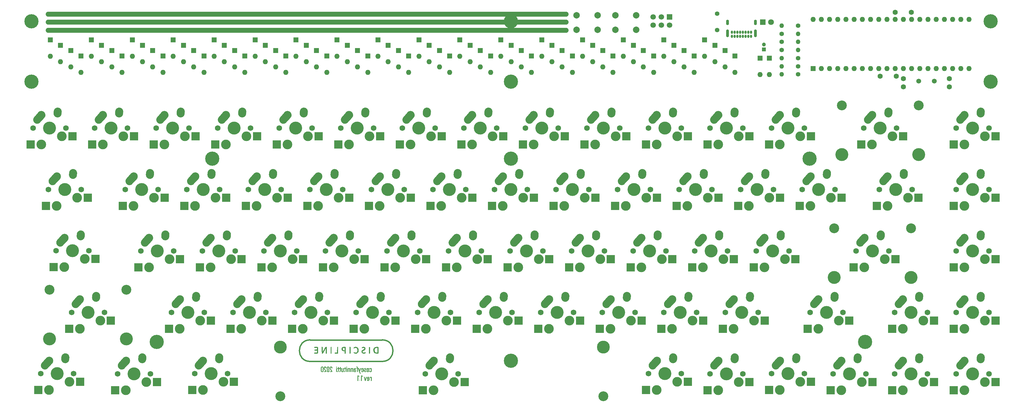
<source format=gbs>
G04 #@! TF.GenerationSoftware,KiCad,Pcbnew,5.1.10-88a1d61d58~90~ubuntu20.04.1*
G04 #@! TF.CreationDate,2021-10-08T00:04:58+03:00*
G04 #@! TF.ProjectId,discipline-pcb,64697363-6970-46c6-996e-652d7063622e,rev?*
G04 #@! TF.SameCoordinates,Original*
G04 #@! TF.FileFunction,Soldermask,Bot*
G04 #@! TF.FilePolarity,Negative*
%FSLAX46Y46*%
G04 Gerber Fmt 4.6, Leading zero omitted, Abs format (unit mm)*
G04 Created by KiCad (PCBNEW 5.1.10-88a1d61d58~90~ubuntu20.04.1) date 2021-10-08 00:04:58*
%MOMM*%
%LPD*%
G01*
G04 APERTURE LIST*
%ADD10C,1.500000*%
%ADD11C,0.010000*%
%ADD12C,0.150000*%
%ADD13C,0.400000*%
%ADD14C,2.500000*%
%ADD15C,3.000000*%
%ADD16R,2.550000X2.500000*%
%ADD17C,1.750000*%
%ADD18C,4.000000*%
%ADD19C,3.050000*%
%ADD20R,1.600000X1.600000*%
%ADD21O,1.600000X1.600000*%
%ADD22C,1.600000*%
%ADD23R,1.200000X1.200000*%
%ADD24C,1.200000*%
%ADD25O,1.400000X1.400000*%
%ADD26C,1.400000*%
%ADD27C,4.400000*%
%ADD28R,1.700000X1.700000*%
%ADD29C,1.700000*%
%ADD30C,1.500000*%
%ADD31C,1.800000*%
%ADD32R,1.800000X1.800000*%
%ADD33O,0.650000X1.000000*%
%ADD34O,0.900000X2.400000*%
%ADD35O,0.900000X1.700000*%
%ADD36C,2.000000*%
%ADD37C,3.048000*%
%ADD38C,3.987800*%
G04 APERTURE END LIST*
D10*
X62883004Y-61986290D02*
X223254308Y-61986290D01*
X62883004Y-59503020D02*
X223254308Y-59503020D01*
X62883004Y-64469560D02*
X223254308Y-64469560D01*
D11*
G36*
X159802689Y-173101000D02*
G01*
X159964967Y-173101000D01*
X159964967Y-171634029D01*
X160099505Y-171718413D01*
X160139158Y-171743230D01*
X160175415Y-171765819D01*
X160206356Y-171784992D01*
X160230061Y-171799561D01*
X160244611Y-171808340D01*
X160247671Y-171810091D01*
X160253451Y-171812505D01*
X160257307Y-171810962D01*
X160259621Y-171803315D01*
X160260773Y-171787416D01*
X160261146Y-171761116D01*
X160261146Y-171734234D01*
X160260991Y-171651083D01*
X160146278Y-171575236D01*
X160031566Y-171499388D01*
X159802689Y-171499388D01*
X159802689Y-173101000D01*
G37*
X159802689Y-173101000D02*
X159964967Y-173101000D01*
X159964967Y-171634029D01*
X160099505Y-171718413D01*
X160139158Y-171743230D01*
X160175415Y-171765819D01*
X160206356Y-171784992D01*
X160230061Y-171799561D01*
X160244611Y-171808340D01*
X160247671Y-171810091D01*
X160253451Y-171812505D01*
X160257307Y-171810962D01*
X160259621Y-171803315D01*
X160260773Y-171787416D01*
X160261146Y-171761116D01*
X160261146Y-171734234D01*
X160260991Y-171651083D01*
X160146278Y-171575236D01*
X160031566Y-171499388D01*
X159802689Y-171499388D01*
X159802689Y-173101000D01*
G36*
X160723065Y-171958173D02*
G01*
X160700033Y-171958930D01*
X160686635Y-171960628D01*
X160680634Y-171963620D01*
X160679793Y-171968264D01*
X160680304Y-171970347D01*
X160682731Y-171978949D01*
X160688637Y-172000092D01*
X160697728Y-172032718D01*
X160709711Y-172075773D01*
X160724292Y-172128198D01*
X160741177Y-172188938D01*
X160760073Y-172256936D01*
X160780684Y-172331134D01*
X160802719Y-172410478D01*
X160825882Y-172493909D01*
X160832824Y-172518916D01*
X160856358Y-172603661D01*
X160878929Y-172684857D01*
X160900233Y-172761421D01*
X160919967Y-172832268D01*
X160937830Y-172896315D01*
X160953518Y-172952477D01*
X160966729Y-172999669D01*
X160977160Y-173036808D01*
X160984508Y-173062809D01*
X160988471Y-173076588D01*
X160988920Y-173078069D01*
X160996173Y-173101000D01*
X161142151Y-173101000D01*
X161149489Y-173078069D01*
X161153177Y-173065703D01*
X161160161Y-173041463D01*
X161170096Y-173006585D01*
X161182636Y-172962302D01*
X161197437Y-172909851D01*
X161214152Y-172850466D01*
X161232438Y-172785382D01*
X161251949Y-172715834D01*
X161272339Y-172643057D01*
X161293265Y-172568285D01*
X161314380Y-172492754D01*
X161335339Y-172417698D01*
X161355798Y-172344353D01*
X161375411Y-172273953D01*
X161393834Y-172207733D01*
X161410720Y-172146929D01*
X161425726Y-172092775D01*
X161438505Y-172046505D01*
X161448713Y-172009356D01*
X161456005Y-171982561D01*
X161460035Y-171967356D01*
X161460745Y-171964295D01*
X161454155Y-171961816D01*
X161436240Y-171959797D01*
X161409786Y-171958454D01*
X161379606Y-171958000D01*
X161347661Y-171958227D01*
X161321636Y-171958844D01*
X161304319Y-171959755D01*
X161298467Y-171960794D01*
X161296780Y-171968149D01*
X161291953Y-171987751D01*
X161284338Y-172018219D01*
X161274287Y-172058170D01*
X161262154Y-172106222D01*
X161248289Y-172160992D01*
X161233044Y-172221098D01*
X161216773Y-172285158D01*
X161199827Y-172351790D01*
X161182558Y-172419610D01*
X161165319Y-172487237D01*
X161148461Y-172553289D01*
X161132337Y-172616382D01*
X161117298Y-172675135D01*
X161103698Y-172728164D01*
X161091888Y-172774089D01*
X161082219Y-172811526D01*
X161075046Y-172839093D01*
X161070719Y-172855408D01*
X161069552Y-172859430D01*
X161067569Y-172853113D01*
X161062444Y-172834266D01*
X161054474Y-172804044D01*
X161043956Y-172763604D01*
X161031190Y-172714099D01*
X161016472Y-172656687D01*
X161000101Y-172592522D01*
X160982374Y-172522760D01*
X160963589Y-172448557D01*
X160960441Y-172436097D01*
X160941295Y-172360294D01*
X160923021Y-172287970D01*
X160905939Y-172220386D01*
X160890367Y-172158802D01*
X160876625Y-172104478D01*
X160865031Y-172058674D01*
X160855904Y-172022651D01*
X160849562Y-171997667D01*
X160846325Y-171984984D01*
X160846188Y-171984458D01*
X160839312Y-171958000D01*
X160757970Y-171958000D01*
X160723065Y-171958173D01*
G37*
X160723065Y-171958173D02*
X160700033Y-171958930D01*
X160686635Y-171960628D01*
X160680634Y-171963620D01*
X160679793Y-171968264D01*
X160680304Y-171970347D01*
X160682731Y-171978949D01*
X160688637Y-172000092D01*
X160697728Y-172032718D01*
X160709711Y-172075773D01*
X160724292Y-172128198D01*
X160741177Y-172188938D01*
X160760073Y-172256936D01*
X160780684Y-172331134D01*
X160802719Y-172410478D01*
X160825882Y-172493909D01*
X160832824Y-172518916D01*
X160856358Y-172603661D01*
X160878929Y-172684857D01*
X160900233Y-172761421D01*
X160919967Y-172832268D01*
X160937830Y-172896315D01*
X160953518Y-172952477D01*
X160966729Y-172999669D01*
X160977160Y-173036808D01*
X160984508Y-173062809D01*
X160988471Y-173076588D01*
X160988920Y-173078069D01*
X160996173Y-173101000D01*
X161142151Y-173101000D01*
X161149489Y-173078069D01*
X161153177Y-173065703D01*
X161160161Y-173041463D01*
X161170096Y-173006585D01*
X161182636Y-172962302D01*
X161197437Y-172909851D01*
X161214152Y-172850466D01*
X161232438Y-172785382D01*
X161251949Y-172715834D01*
X161272339Y-172643057D01*
X161293265Y-172568285D01*
X161314380Y-172492754D01*
X161335339Y-172417698D01*
X161355798Y-172344353D01*
X161375411Y-172273953D01*
X161393834Y-172207733D01*
X161410720Y-172146929D01*
X161425726Y-172092775D01*
X161438505Y-172046505D01*
X161448713Y-172009356D01*
X161456005Y-171982561D01*
X161460035Y-171967356D01*
X161460745Y-171964295D01*
X161454155Y-171961816D01*
X161436240Y-171959797D01*
X161409786Y-171958454D01*
X161379606Y-171958000D01*
X161347661Y-171958227D01*
X161321636Y-171958844D01*
X161304319Y-171959755D01*
X161298467Y-171960794D01*
X161296780Y-171968149D01*
X161291953Y-171987751D01*
X161284338Y-172018219D01*
X161274287Y-172058170D01*
X161262154Y-172106222D01*
X161248289Y-172160992D01*
X161233044Y-172221098D01*
X161216773Y-172285158D01*
X161199827Y-172351790D01*
X161182558Y-172419610D01*
X161165319Y-172487237D01*
X161148461Y-172553289D01*
X161132337Y-172616382D01*
X161117298Y-172675135D01*
X161103698Y-172728164D01*
X161091888Y-172774089D01*
X161082219Y-172811526D01*
X161075046Y-172839093D01*
X161070719Y-172855408D01*
X161069552Y-172859430D01*
X161067569Y-172853113D01*
X161062444Y-172834266D01*
X161054474Y-172804044D01*
X161043956Y-172763604D01*
X161031190Y-172714099D01*
X161016472Y-172656687D01*
X161000101Y-172592522D01*
X160982374Y-172522760D01*
X160963589Y-172448557D01*
X160960441Y-172436097D01*
X160941295Y-172360294D01*
X160923021Y-172287970D01*
X160905939Y-172220386D01*
X160890367Y-172158802D01*
X160876625Y-172104478D01*
X160865031Y-172058674D01*
X160855904Y-172022651D01*
X160849562Y-171997667D01*
X160846325Y-171984984D01*
X160846188Y-171984458D01*
X160839312Y-171958000D01*
X160757970Y-171958000D01*
X160723065Y-171958173D01*
G36*
X162455578Y-172085000D02*
G01*
X162482037Y-172085053D01*
X162545456Y-172090536D01*
X162606478Y-172105947D01*
X162662862Y-172130113D01*
X162712369Y-172161862D01*
X162752756Y-172200023D01*
X162780724Y-172241314D01*
X162787980Y-172255873D01*
X162794141Y-172269737D01*
X162799298Y-172284152D01*
X162803539Y-172300362D01*
X162806955Y-172319614D01*
X162809635Y-172343154D01*
X162811669Y-172372227D01*
X162813146Y-172408080D01*
X162814157Y-172451959D01*
X162814791Y-172505108D01*
X162815138Y-172568774D01*
X162815288Y-172644203D01*
X162815328Y-172721763D01*
X162815412Y-173101000D01*
X162977689Y-173101000D01*
X162977689Y-171958000D01*
X162815412Y-171958000D01*
X162815412Y-172114006D01*
X162770723Y-172069516D01*
X162709074Y-172017476D01*
X162641627Y-171978152D01*
X162568904Y-171951798D01*
X162501279Y-171939566D01*
X162455578Y-171934884D01*
X162455578Y-172085000D01*
G37*
X162455578Y-172085000D02*
X162482037Y-172085053D01*
X162545456Y-172090536D01*
X162606478Y-172105947D01*
X162662862Y-172130113D01*
X162712369Y-172161862D01*
X162752756Y-172200023D01*
X162780724Y-172241314D01*
X162787980Y-172255873D01*
X162794141Y-172269737D01*
X162799298Y-172284152D01*
X162803539Y-172300362D01*
X162806955Y-172319614D01*
X162809635Y-172343154D01*
X162811669Y-172372227D01*
X162813146Y-172408080D01*
X162814157Y-172451959D01*
X162814791Y-172505108D01*
X162815138Y-172568774D01*
X162815288Y-172644203D01*
X162815328Y-172721763D01*
X162815412Y-173101000D01*
X162977689Y-173101000D01*
X162977689Y-171958000D01*
X162815412Y-171958000D01*
X162815412Y-172114006D01*
X162770723Y-172069516D01*
X162709074Y-172017476D01*
X162641627Y-171978152D01*
X162568904Y-171951798D01*
X162501279Y-171939566D01*
X162455578Y-171934884D01*
X162455578Y-172085000D01*
G36*
X161924161Y-171939035D02*
G01*
X161890994Y-171942554D01*
X161857832Y-171947851D01*
X161831449Y-171953828D01*
X161829812Y-171954310D01*
X161781980Y-171974735D01*
X161735612Y-172005329D01*
X161695522Y-172042553D01*
X161675965Y-172067361D01*
X161657626Y-172097070D01*
X161642803Y-172127896D01*
X161631162Y-172161691D01*
X161622371Y-172200304D01*
X161616097Y-172245586D01*
X161612007Y-172299387D01*
X161609770Y-172363557D01*
X161609051Y-172439541D01*
X161608912Y-172593000D01*
X162131023Y-172593000D01*
X162131023Y-172697552D01*
X162130190Y-172752171D01*
X162127323Y-172795424D01*
X162121866Y-172829978D01*
X162113264Y-172858500D01*
X162100964Y-172883658D01*
X162088338Y-172902809D01*
X162057423Y-172934285D01*
X162017813Y-172955098D01*
X161969093Y-172965430D01*
X161940523Y-172966720D01*
X161887904Y-172961517D01*
X161844850Y-172945964D01*
X161811135Y-172919864D01*
X161786531Y-172883021D01*
X161770812Y-172835237D01*
X161767532Y-172817013D01*
X161762532Y-172783500D01*
X161608912Y-172783500D01*
X161608912Y-172817295D01*
X161610844Y-172844151D01*
X161615776Y-172875304D01*
X161619461Y-172891593D01*
X161642047Y-172953800D01*
X161674809Y-173006235D01*
X161717652Y-173048804D01*
X161770486Y-173081412D01*
X161826614Y-173102196D01*
X161866086Y-173109795D01*
X161913525Y-173113867D01*
X161963619Y-173114371D01*
X162011057Y-173111264D01*
X162050530Y-173104506D01*
X162052673Y-173103945D01*
X162114363Y-173080413D01*
X162168149Y-173045500D01*
X162213320Y-172999964D01*
X162249166Y-172944563D01*
X162274976Y-172880055D01*
X162280149Y-172861111D01*
X162282841Y-172842720D01*
X162285131Y-172812191D01*
X162287017Y-172771479D01*
X162288501Y-172722542D01*
X162289583Y-172667333D01*
X162290262Y-172607810D01*
X162290540Y-172545928D01*
X162290416Y-172483643D01*
X162290080Y-172444833D01*
X162132289Y-172444833D01*
X161769711Y-172444833D01*
X161772575Y-172333708D01*
X161773894Y-172290291D01*
X161775521Y-172258200D01*
X161777829Y-172234648D01*
X161781188Y-172216850D01*
X161785971Y-172202021D01*
X161791938Y-172188627D01*
X161817387Y-172146262D01*
X161847391Y-172116464D01*
X161883959Y-172097977D01*
X161929098Y-172089544D01*
X161951628Y-172088695D01*
X161981751Y-172089165D01*
X162002858Y-172091571D01*
X162020024Y-172097092D01*
X162038323Y-172106903D01*
X162043350Y-172109967D01*
X162064577Y-172125125D01*
X162081006Y-172142891D01*
X162096516Y-172167822D01*
X162102800Y-172179779D01*
X162112202Y-172198558D01*
X162118904Y-172214105D01*
X162123428Y-172229433D01*
X162126295Y-172247560D01*
X162128026Y-172271500D01*
X162129143Y-172304269D01*
X162129892Y-172336492D01*
X162132289Y-172444833D01*
X162290080Y-172444833D01*
X162289890Y-172422910D01*
X162288963Y-172365687D01*
X162287635Y-172313927D01*
X162285906Y-172269589D01*
X162283777Y-172234626D01*
X162281247Y-172210996D01*
X162280071Y-172204944D01*
X162256234Y-172133599D01*
X162223277Y-172072741D01*
X162181675Y-172022727D01*
X162131905Y-171983910D01*
X162074443Y-171956649D01*
X162009765Y-171941298D01*
X161938348Y-171938213D01*
X161924161Y-171939035D01*
G37*
X161924161Y-171939035D02*
X161890994Y-171942554D01*
X161857832Y-171947851D01*
X161831449Y-171953828D01*
X161829812Y-171954310D01*
X161781980Y-171974735D01*
X161735612Y-172005329D01*
X161695522Y-172042553D01*
X161675965Y-172067361D01*
X161657626Y-172097070D01*
X161642803Y-172127896D01*
X161631162Y-172161691D01*
X161622371Y-172200304D01*
X161616097Y-172245586D01*
X161612007Y-172299387D01*
X161609770Y-172363557D01*
X161609051Y-172439541D01*
X161608912Y-172593000D01*
X162131023Y-172593000D01*
X162131023Y-172697552D01*
X162130190Y-172752171D01*
X162127323Y-172795424D01*
X162121866Y-172829978D01*
X162113264Y-172858500D01*
X162100964Y-172883658D01*
X162088338Y-172902809D01*
X162057423Y-172934285D01*
X162017813Y-172955098D01*
X161969093Y-172965430D01*
X161940523Y-172966720D01*
X161887904Y-172961517D01*
X161844850Y-172945964D01*
X161811135Y-172919864D01*
X161786531Y-172883021D01*
X161770812Y-172835237D01*
X161767532Y-172817013D01*
X161762532Y-172783500D01*
X161608912Y-172783500D01*
X161608912Y-172817295D01*
X161610844Y-172844151D01*
X161615776Y-172875304D01*
X161619461Y-172891593D01*
X161642047Y-172953800D01*
X161674809Y-173006235D01*
X161717652Y-173048804D01*
X161770486Y-173081412D01*
X161826614Y-173102196D01*
X161866086Y-173109795D01*
X161913525Y-173113867D01*
X161963619Y-173114371D01*
X162011057Y-173111264D01*
X162050530Y-173104506D01*
X162052673Y-173103945D01*
X162114363Y-173080413D01*
X162168149Y-173045500D01*
X162213320Y-172999964D01*
X162249166Y-172944563D01*
X162274976Y-172880055D01*
X162280149Y-172861111D01*
X162282841Y-172842720D01*
X162285131Y-172812191D01*
X162287017Y-172771479D01*
X162288501Y-172722542D01*
X162289583Y-172667333D01*
X162290262Y-172607810D01*
X162290540Y-172545928D01*
X162290416Y-172483643D01*
X162290080Y-172444833D01*
X162132289Y-172444833D01*
X161769711Y-172444833D01*
X161772575Y-172333708D01*
X161773894Y-172290291D01*
X161775521Y-172258200D01*
X161777829Y-172234648D01*
X161781188Y-172216850D01*
X161785971Y-172202021D01*
X161791938Y-172188627D01*
X161817387Y-172146262D01*
X161847391Y-172116464D01*
X161883959Y-172097977D01*
X161929098Y-172089544D01*
X161951628Y-172088695D01*
X161981751Y-172089165D01*
X162002858Y-172091571D01*
X162020024Y-172097092D01*
X162038323Y-172106903D01*
X162043350Y-172109967D01*
X162064577Y-172125125D01*
X162081006Y-172142891D01*
X162096516Y-172167822D01*
X162102800Y-172179779D01*
X162112202Y-172198558D01*
X162118904Y-172214105D01*
X162123428Y-172229433D01*
X162126295Y-172247560D01*
X162128026Y-172271500D01*
X162129143Y-172304269D01*
X162129892Y-172336492D01*
X162132289Y-172444833D01*
X162290080Y-172444833D01*
X162289890Y-172422910D01*
X162288963Y-172365687D01*
X162287635Y-172313927D01*
X162285906Y-172269589D01*
X162283777Y-172234626D01*
X162281247Y-172210996D01*
X162280071Y-172204944D01*
X162256234Y-172133599D01*
X162223277Y-172072741D01*
X162181675Y-172022727D01*
X162131905Y-171983910D01*
X162074443Y-171956649D01*
X162009765Y-171941298D01*
X161938348Y-171938213D01*
X161924161Y-171939035D01*
G36*
X158703628Y-173101000D02*
G01*
X158865906Y-173101000D01*
X158865906Y-171634029D01*
X159000444Y-171718413D01*
X159040097Y-171743230D01*
X159076354Y-171765819D01*
X159107295Y-171784992D01*
X159131000Y-171799561D01*
X159145550Y-171808340D01*
X159148610Y-171810091D01*
X159154390Y-171812505D01*
X159158246Y-171810962D01*
X159160560Y-171803315D01*
X159161712Y-171787416D01*
X159162085Y-171761116D01*
X159162085Y-171734234D01*
X159161930Y-171651083D01*
X159047217Y-171575236D01*
X158932505Y-171499388D01*
X158703628Y-171499388D01*
X158703628Y-173101000D01*
G37*
X158703628Y-173101000D02*
X158865906Y-173101000D01*
X158865906Y-171634029D01*
X159000444Y-171718413D01*
X159040097Y-171743230D01*
X159076354Y-171765819D01*
X159107295Y-171784992D01*
X159131000Y-171799561D01*
X159145550Y-171808340D01*
X159148610Y-171810091D01*
X159154390Y-171812505D01*
X159158246Y-171810962D01*
X159160560Y-171803315D01*
X159161712Y-171787416D01*
X159162085Y-171761116D01*
X159162085Y-171734234D01*
X159161930Y-171651083D01*
X159047217Y-171575236D01*
X158932505Y-171499388D01*
X158703628Y-171499388D01*
X158703628Y-173101000D01*
D12*
X159390996Y-172974204D02*
G75*
G03*
X159390996Y-172974204I-56796J0D01*
G01*
D11*
G36*
X159505756Y-169258897D02*
G01*
X159501557Y-169273919D01*
X159494129Y-169300906D01*
X159483923Y-169338202D01*
X159471388Y-169384149D01*
X159456973Y-169437090D01*
X159441128Y-169495366D01*
X159424303Y-169557320D01*
X159406947Y-169621295D01*
X159389509Y-169685633D01*
X159372439Y-169748677D01*
X159356186Y-169808769D01*
X159341200Y-169864252D01*
X159327931Y-169913468D01*
X159316828Y-169954759D01*
X159308340Y-169986468D01*
X159303419Y-170005022D01*
X159295733Y-170033233D01*
X159288818Y-170056772D01*
X159283806Y-170071852D01*
X159282639Y-170074572D01*
X159280105Y-170069618D01*
X159274500Y-170052084D01*
X159266122Y-170023093D01*
X159255272Y-169983766D01*
X159242251Y-169935226D01*
X159227358Y-169878595D01*
X159210894Y-169814995D01*
X159193159Y-169745549D01*
X159174453Y-169671378D01*
X159169854Y-169653002D01*
X159062092Y-169221855D01*
X158981822Y-169221855D01*
X158944893Y-169222280D01*
X158920350Y-169223683D01*
X158906492Y-169226254D01*
X158901616Y-169230182D01*
X158901553Y-169230816D01*
X158903341Y-169241710D01*
X158908046Y-169261929D01*
X158914677Y-169287237D01*
X158915169Y-169289025D01*
X158918925Y-169302824D01*
X158926052Y-169329235D01*
X158936279Y-169367239D01*
X158949331Y-169415817D01*
X158964936Y-169473948D01*
X158982819Y-169540614D01*
X159002707Y-169614794D01*
X159024327Y-169695469D01*
X159047405Y-169781620D01*
X159071668Y-169872226D01*
X159096843Y-169966269D01*
X159106075Y-170000764D01*
X159131479Y-170095397D01*
X159156134Y-170186660D01*
X159179765Y-170273565D01*
X159202094Y-170355123D01*
X159222847Y-170430346D01*
X159241748Y-170498244D01*
X159258521Y-170557829D01*
X159272890Y-170608112D01*
X159284579Y-170648105D01*
X159293313Y-170676818D01*
X159298815Y-170693264D01*
X159300021Y-170696130D01*
X159327968Y-170739451D01*
X159364289Y-170774666D01*
X159410003Y-170802324D01*
X159466127Y-170822974D01*
X159533681Y-170837166D01*
X159570067Y-170841803D01*
X159614164Y-170846456D01*
X159614164Y-170691343D01*
X159569859Y-170687786D01*
X159518211Y-170677321D01*
X159473972Y-170654855D01*
X159437251Y-170620463D01*
X159409788Y-170577536D01*
X159402267Y-170559108D01*
X159392828Y-170531019D01*
X159382367Y-170496562D01*
X159371781Y-170459028D01*
X159361967Y-170421707D01*
X159353821Y-170387892D01*
X159348239Y-170360875D01*
X159346120Y-170343945D01*
X159346119Y-170343822D01*
X159348113Y-170334479D01*
X159353911Y-170312682D01*
X159363208Y-170279478D01*
X159375697Y-170235911D01*
X159391072Y-170183028D01*
X159409027Y-170121873D01*
X159429255Y-170053493D01*
X159451450Y-169978933D01*
X159475307Y-169899238D01*
X159500518Y-169815455D01*
X159511859Y-169777903D01*
X159537502Y-169693041D01*
X159561932Y-169612104D01*
X159584845Y-169536103D01*
X159605938Y-169466052D01*
X159624905Y-169402962D01*
X159641444Y-169347847D01*
X159655250Y-169301719D01*
X159666020Y-169265590D01*
X159673448Y-169240473D01*
X159677231Y-169227380D01*
X159677664Y-169225673D01*
X159671075Y-169224165D01*
X159653169Y-169222939D01*
X159626740Y-169222125D01*
X159597026Y-169221855D01*
X159516388Y-169221855D01*
X159505756Y-169258897D01*
G37*
X159505756Y-169258897D02*
X159501557Y-169273919D01*
X159494129Y-169300906D01*
X159483923Y-169338202D01*
X159471388Y-169384149D01*
X159456973Y-169437090D01*
X159441128Y-169495366D01*
X159424303Y-169557320D01*
X159406947Y-169621295D01*
X159389509Y-169685633D01*
X159372439Y-169748677D01*
X159356186Y-169808769D01*
X159341200Y-169864252D01*
X159327931Y-169913468D01*
X159316828Y-169954759D01*
X159308340Y-169986468D01*
X159303419Y-170005022D01*
X159295733Y-170033233D01*
X159288818Y-170056772D01*
X159283806Y-170071852D01*
X159282639Y-170074572D01*
X159280105Y-170069618D01*
X159274500Y-170052084D01*
X159266122Y-170023093D01*
X159255272Y-169983766D01*
X159242251Y-169935226D01*
X159227358Y-169878595D01*
X159210894Y-169814995D01*
X159193159Y-169745549D01*
X159174453Y-169671378D01*
X159169854Y-169653002D01*
X159062092Y-169221855D01*
X158981822Y-169221855D01*
X158944893Y-169222280D01*
X158920350Y-169223683D01*
X158906492Y-169226254D01*
X158901616Y-169230182D01*
X158901553Y-169230816D01*
X158903341Y-169241710D01*
X158908046Y-169261929D01*
X158914677Y-169287237D01*
X158915169Y-169289025D01*
X158918925Y-169302824D01*
X158926052Y-169329235D01*
X158936279Y-169367239D01*
X158949331Y-169415817D01*
X158964936Y-169473948D01*
X158982819Y-169540614D01*
X159002707Y-169614794D01*
X159024327Y-169695469D01*
X159047405Y-169781620D01*
X159071668Y-169872226D01*
X159096843Y-169966269D01*
X159106075Y-170000764D01*
X159131479Y-170095397D01*
X159156134Y-170186660D01*
X159179765Y-170273565D01*
X159202094Y-170355123D01*
X159222847Y-170430346D01*
X159241748Y-170498244D01*
X159258521Y-170557829D01*
X159272890Y-170608112D01*
X159284579Y-170648105D01*
X159293313Y-170676818D01*
X159298815Y-170693264D01*
X159300021Y-170696130D01*
X159327968Y-170739451D01*
X159364289Y-170774666D01*
X159410003Y-170802324D01*
X159466127Y-170822974D01*
X159533681Y-170837166D01*
X159570067Y-170841803D01*
X159614164Y-170846456D01*
X159614164Y-170691343D01*
X159569859Y-170687786D01*
X159518211Y-170677321D01*
X159473972Y-170654855D01*
X159437251Y-170620463D01*
X159409788Y-170577536D01*
X159402267Y-170559108D01*
X159392828Y-170531019D01*
X159382367Y-170496562D01*
X159371781Y-170459028D01*
X159361967Y-170421707D01*
X159353821Y-170387892D01*
X159348239Y-170360875D01*
X159346120Y-170343945D01*
X159346119Y-170343822D01*
X159348113Y-170334479D01*
X159353911Y-170312682D01*
X159363208Y-170279478D01*
X159375697Y-170235911D01*
X159391072Y-170183028D01*
X159409027Y-170121873D01*
X159429255Y-170053493D01*
X159451450Y-169978933D01*
X159475307Y-169899238D01*
X159500518Y-169815455D01*
X159511859Y-169777903D01*
X159537502Y-169693041D01*
X159561932Y-169612104D01*
X159584845Y-169536103D01*
X159605938Y-169466052D01*
X159624905Y-169402962D01*
X159641444Y-169347847D01*
X159655250Y-169301719D01*
X159666020Y-169265590D01*
X159673448Y-169240473D01*
X159677231Y-169227380D01*
X159677664Y-169225673D01*
X159671075Y-169224165D01*
X159653169Y-169222939D01*
X159626740Y-169222125D01*
X159597026Y-169221855D01*
X159516388Y-169221855D01*
X159505756Y-169258897D01*
G36*
X162650224Y-169202920D02*
G01*
X162578351Y-169213827D01*
X162514697Y-169235586D01*
X162459823Y-169267805D01*
X162414289Y-169310089D01*
X162378654Y-169362046D01*
X162358432Y-169408053D01*
X162352511Y-169429144D01*
X162346783Y-169456712D01*
X162341703Y-169487324D01*
X162337728Y-169517552D01*
X162335314Y-169543962D01*
X162334919Y-169563124D01*
X162336707Y-169571379D01*
X162344693Y-169572739D01*
X162363651Y-169573820D01*
X162390440Y-169574486D01*
X162411894Y-169574633D01*
X162483827Y-169574633D01*
X162488620Y-169527848D01*
X162496313Y-169481482D01*
X162509620Y-169444916D01*
X162530021Y-169414463D01*
X162537286Y-169406445D01*
X162564927Y-169381397D01*
X162593153Y-169365083D01*
X162625957Y-169355993D01*
X162667331Y-169352614D01*
X162679803Y-169352484D01*
X162725939Y-169354978D01*
X162762063Y-169363351D01*
X162791526Y-169378945D01*
X162817676Y-169403099D01*
X162823563Y-169409991D01*
X162833526Y-169422430D01*
X162841828Y-169434343D01*
X162848618Y-169447098D01*
X162854049Y-169462061D01*
X162858271Y-169480600D01*
X162861437Y-169504081D01*
X162863696Y-169533872D01*
X162865201Y-169571340D01*
X162866103Y-169617851D01*
X162866552Y-169674772D01*
X162866701Y-169743471D01*
X162866706Y-169799904D01*
X162866637Y-170100272D01*
X162850001Y-170135550D01*
X162825146Y-170175355D01*
X162792908Y-170204010D01*
X162752313Y-170222073D01*
X162702389Y-170230103D01*
X162684149Y-170230645D01*
X162638519Y-170228537D01*
X162602561Y-170221027D01*
X162572441Y-170206799D01*
X162544325Y-170184535D01*
X162541194Y-170181544D01*
X162511546Y-170143370D01*
X162492532Y-170098202D01*
X162485776Y-170049904D01*
X162485775Y-170049602D01*
X162485775Y-170026188D01*
X162330553Y-170026188D01*
X162330606Y-170045591D01*
X162335960Y-170102134D01*
X162350695Y-170159692D01*
X162373272Y-170214302D01*
X162402155Y-170262001D01*
X162425013Y-170288868D01*
X162463616Y-170319976D01*
X162511009Y-170346549D01*
X162561992Y-170365879D01*
X162583136Y-170371169D01*
X162616816Y-170375804D01*
X162658349Y-170378025D01*
X162702868Y-170377905D01*
X162745503Y-170375518D01*
X162781385Y-170370937D01*
X162794768Y-170367983D01*
X162858831Y-170344531D01*
X162912721Y-170311314D01*
X162956613Y-170268158D01*
X162990685Y-170214887D01*
X163015116Y-170151325D01*
X163015589Y-170149661D01*
X163018049Y-170138178D01*
X163020092Y-170121956D01*
X163021753Y-170099798D01*
X163023064Y-170070509D01*
X163024058Y-170032892D01*
X163024767Y-169985751D01*
X163025226Y-169927891D01*
X163025467Y-169858116D01*
X163025525Y-169789827D01*
X163025512Y-169713719D01*
X163025432Y-169650350D01*
X163025225Y-169598344D01*
X163024829Y-169556331D01*
X163024184Y-169522935D01*
X163023228Y-169496785D01*
X163021902Y-169476507D01*
X163020143Y-169460728D01*
X163017892Y-169448074D01*
X163015086Y-169437173D01*
X163011666Y-169426650D01*
X163009101Y-169419411D01*
X162979743Y-169355734D01*
X162941282Y-169302750D01*
X162894055Y-169260660D01*
X162838401Y-169229669D01*
X162774658Y-169209982D01*
X162703164Y-169201802D01*
X162650224Y-169202920D01*
G37*
X162650224Y-169202920D02*
X162578351Y-169213827D01*
X162514697Y-169235586D01*
X162459823Y-169267805D01*
X162414289Y-169310089D01*
X162378654Y-169362046D01*
X162358432Y-169408053D01*
X162352511Y-169429144D01*
X162346783Y-169456712D01*
X162341703Y-169487324D01*
X162337728Y-169517552D01*
X162335314Y-169543962D01*
X162334919Y-169563124D01*
X162336707Y-169571379D01*
X162344693Y-169572739D01*
X162363651Y-169573820D01*
X162390440Y-169574486D01*
X162411894Y-169574633D01*
X162483827Y-169574633D01*
X162488620Y-169527848D01*
X162496313Y-169481482D01*
X162509620Y-169444916D01*
X162530021Y-169414463D01*
X162537286Y-169406445D01*
X162564927Y-169381397D01*
X162593153Y-169365083D01*
X162625957Y-169355993D01*
X162667331Y-169352614D01*
X162679803Y-169352484D01*
X162725939Y-169354978D01*
X162762063Y-169363351D01*
X162791526Y-169378945D01*
X162817676Y-169403099D01*
X162823563Y-169409991D01*
X162833526Y-169422430D01*
X162841828Y-169434343D01*
X162848618Y-169447098D01*
X162854049Y-169462061D01*
X162858271Y-169480600D01*
X162861437Y-169504081D01*
X162863696Y-169533872D01*
X162865201Y-169571340D01*
X162866103Y-169617851D01*
X162866552Y-169674772D01*
X162866701Y-169743471D01*
X162866706Y-169799904D01*
X162866637Y-170100272D01*
X162850001Y-170135550D01*
X162825146Y-170175355D01*
X162792908Y-170204010D01*
X162752313Y-170222073D01*
X162702389Y-170230103D01*
X162684149Y-170230645D01*
X162638519Y-170228537D01*
X162602561Y-170221027D01*
X162572441Y-170206799D01*
X162544325Y-170184535D01*
X162541194Y-170181544D01*
X162511546Y-170143370D01*
X162492532Y-170098202D01*
X162485776Y-170049904D01*
X162485775Y-170049602D01*
X162485775Y-170026188D01*
X162330553Y-170026188D01*
X162330606Y-170045591D01*
X162335960Y-170102134D01*
X162350695Y-170159692D01*
X162373272Y-170214302D01*
X162402155Y-170262001D01*
X162425013Y-170288868D01*
X162463616Y-170319976D01*
X162511009Y-170346549D01*
X162561992Y-170365879D01*
X162583136Y-170371169D01*
X162616816Y-170375804D01*
X162658349Y-170378025D01*
X162702868Y-170377905D01*
X162745503Y-170375518D01*
X162781385Y-170370937D01*
X162794768Y-170367983D01*
X162858831Y-170344531D01*
X162912721Y-170311314D01*
X162956613Y-170268158D01*
X162990685Y-170214887D01*
X163015116Y-170151325D01*
X163015589Y-170149661D01*
X163018049Y-170138178D01*
X163020092Y-170121956D01*
X163021753Y-170099798D01*
X163023064Y-170070509D01*
X163024058Y-170032892D01*
X163024767Y-169985751D01*
X163025226Y-169927891D01*
X163025467Y-169858116D01*
X163025525Y-169789827D01*
X163025512Y-169713719D01*
X163025432Y-169650350D01*
X163025225Y-169598344D01*
X163024829Y-169556331D01*
X163024184Y-169522935D01*
X163023228Y-169496785D01*
X163021902Y-169476507D01*
X163020143Y-169460728D01*
X163017892Y-169448074D01*
X163015086Y-169437173D01*
X163011666Y-169426650D01*
X163009101Y-169419411D01*
X162979743Y-169355734D01*
X162941282Y-169302750D01*
X162894055Y-169260660D01*
X162838401Y-169229669D01*
X162774658Y-169209982D01*
X162703164Y-169201802D01*
X162650224Y-169202920D01*
G36*
X161775785Y-169206797D02*
G01*
X161711174Y-169223969D01*
X161654877Y-169251795D01*
X161607558Y-169289744D01*
X161569878Y-169337284D01*
X161542499Y-169393882D01*
X161526083Y-169459008D01*
X161526013Y-169459466D01*
X161523828Y-169482293D01*
X161522140Y-169518888D01*
X161520954Y-169568919D01*
X161520273Y-169632051D01*
X161520104Y-169707950D01*
X161520451Y-169796283D01*
X161520639Y-169822827D01*
X161521231Y-169897526D01*
X161521806Y-169959526D01*
X161522436Y-170010240D01*
X161523196Y-170051080D01*
X161524160Y-170083459D01*
X161525400Y-170108787D01*
X161526991Y-170128479D01*
X161529007Y-170143946D01*
X161531520Y-170156600D01*
X161534606Y-170167853D01*
X161538338Y-170179118D01*
X161539402Y-170182164D01*
X161566929Y-170240672D01*
X161604909Y-170290218D01*
X161652436Y-170329852D01*
X161707672Y-170358269D01*
X161740204Y-170367196D01*
X161782133Y-170373500D01*
X161828956Y-170376996D01*
X161876172Y-170377496D01*
X161919277Y-170374815D01*
X161953771Y-170368766D01*
X161954742Y-170368498D01*
X162017332Y-170344687D01*
X162069602Y-170311259D01*
X162111525Y-170268240D01*
X162143076Y-170215656D01*
X162164230Y-170153533D01*
X162164456Y-170152577D01*
X162167381Y-170132636D01*
X162169894Y-170100606D01*
X162171995Y-170058336D01*
X162173684Y-170007675D01*
X162174961Y-169950473D01*
X162175501Y-169911824D01*
X162019395Y-169911824D01*
X162019349Y-169962829D01*
X162018990Y-170003911D01*
X162018278Y-170036464D01*
X162017176Y-170061885D01*
X162015646Y-170081568D01*
X162013648Y-170096909D01*
X162011146Y-170109303D01*
X162009338Y-170116070D01*
X161991223Y-170161034D01*
X161965930Y-170194255D01*
X161932498Y-170216435D01*
X161889966Y-170228275D01*
X161852313Y-170230794D01*
X161818037Y-170228999D01*
X161788449Y-170224144D01*
X161774798Y-170219879D01*
X161739798Y-170199513D01*
X161712401Y-170169760D01*
X161700158Y-170149661D01*
X161696632Y-170142787D01*
X161693699Y-170135576D01*
X161691303Y-170126738D01*
X161689392Y-170114980D01*
X161687910Y-170099010D01*
X161686802Y-170077536D01*
X161686014Y-170049268D01*
X161685492Y-170012912D01*
X161685182Y-169967177D01*
X161685027Y-169910772D01*
X161684975Y-169842404D01*
X161684970Y-169789827D01*
X161684970Y-169458216D01*
X161704560Y-169424890D01*
X161732861Y-169389876D01*
X161770099Y-169365710D01*
X161815995Y-169352555D01*
X161831653Y-169350761D01*
X161884066Y-169352175D01*
X161928833Y-169365196D01*
X161965574Y-169389624D01*
X161993911Y-169425258D01*
X162001883Y-169440577D01*
X162005456Y-169448837D01*
X162008414Y-169457669D01*
X162010825Y-169468456D01*
X162012761Y-169482578D01*
X162014289Y-169501418D01*
X162015480Y-169526357D01*
X162016404Y-169558777D01*
X162017129Y-169600060D01*
X162017726Y-169651586D01*
X162018264Y-169714739D01*
X162018697Y-169774461D01*
X162019165Y-169849500D01*
X162019395Y-169911824D01*
X162175501Y-169911824D01*
X162175826Y-169888577D01*
X162176279Y-169823837D01*
X162176318Y-169758101D01*
X162175946Y-169693219D01*
X162175160Y-169631040D01*
X162173961Y-169573412D01*
X162172349Y-169522184D01*
X162170324Y-169479205D01*
X162167885Y-169446324D01*
X162165033Y-169425390D01*
X162164515Y-169423185D01*
X162141987Y-169362114D01*
X162108940Y-169310118D01*
X162066028Y-169267659D01*
X162013908Y-169235198D01*
X161953236Y-169213196D01*
X161884668Y-169202114D01*
X161848048Y-169200811D01*
X161775785Y-169206797D01*
G37*
X161775785Y-169206797D02*
X161711174Y-169223969D01*
X161654877Y-169251795D01*
X161607558Y-169289744D01*
X161569878Y-169337284D01*
X161542499Y-169393882D01*
X161526083Y-169459008D01*
X161526013Y-169459466D01*
X161523828Y-169482293D01*
X161522140Y-169518888D01*
X161520954Y-169568919D01*
X161520273Y-169632051D01*
X161520104Y-169707950D01*
X161520451Y-169796283D01*
X161520639Y-169822827D01*
X161521231Y-169897526D01*
X161521806Y-169959526D01*
X161522436Y-170010240D01*
X161523196Y-170051080D01*
X161524160Y-170083459D01*
X161525400Y-170108787D01*
X161526991Y-170128479D01*
X161529007Y-170143946D01*
X161531520Y-170156600D01*
X161534606Y-170167853D01*
X161538338Y-170179118D01*
X161539402Y-170182164D01*
X161566929Y-170240672D01*
X161604909Y-170290218D01*
X161652436Y-170329852D01*
X161707672Y-170358269D01*
X161740204Y-170367196D01*
X161782133Y-170373500D01*
X161828956Y-170376996D01*
X161876172Y-170377496D01*
X161919277Y-170374815D01*
X161953771Y-170368766D01*
X161954742Y-170368498D01*
X162017332Y-170344687D01*
X162069602Y-170311259D01*
X162111525Y-170268240D01*
X162143076Y-170215656D01*
X162164230Y-170153533D01*
X162164456Y-170152577D01*
X162167381Y-170132636D01*
X162169894Y-170100606D01*
X162171995Y-170058336D01*
X162173684Y-170007675D01*
X162174961Y-169950473D01*
X162175501Y-169911824D01*
X162019395Y-169911824D01*
X162019349Y-169962829D01*
X162018990Y-170003911D01*
X162018278Y-170036464D01*
X162017176Y-170061885D01*
X162015646Y-170081568D01*
X162013648Y-170096909D01*
X162011146Y-170109303D01*
X162009338Y-170116070D01*
X161991223Y-170161034D01*
X161965930Y-170194255D01*
X161932498Y-170216435D01*
X161889966Y-170228275D01*
X161852313Y-170230794D01*
X161818037Y-170228999D01*
X161788449Y-170224144D01*
X161774798Y-170219879D01*
X161739798Y-170199513D01*
X161712401Y-170169760D01*
X161700158Y-170149661D01*
X161696632Y-170142787D01*
X161693699Y-170135576D01*
X161691303Y-170126738D01*
X161689392Y-170114980D01*
X161687910Y-170099010D01*
X161686802Y-170077536D01*
X161686014Y-170049268D01*
X161685492Y-170012912D01*
X161685182Y-169967177D01*
X161685027Y-169910772D01*
X161684975Y-169842404D01*
X161684970Y-169789827D01*
X161684970Y-169458216D01*
X161704560Y-169424890D01*
X161732861Y-169389876D01*
X161770099Y-169365710D01*
X161815995Y-169352555D01*
X161831653Y-169350761D01*
X161884066Y-169352175D01*
X161928833Y-169365196D01*
X161965574Y-169389624D01*
X161993911Y-169425258D01*
X162001883Y-169440577D01*
X162005456Y-169448837D01*
X162008414Y-169457669D01*
X162010825Y-169468456D01*
X162012761Y-169482578D01*
X162014289Y-169501418D01*
X162015480Y-169526357D01*
X162016404Y-169558777D01*
X162017129Y-169600060D01*
X162017726Y-169651586D01*
X162018264Y-169714739D01*
X162018697Y-169774461D01*
X162019165Y-169849500D01*
X162019395Y-169911824D01*
X162175501Y-169911824D01*
X162175826Y-169888577D01*
X162176279Y-169823837D01*
X162176318Y-169758101D01*
X162175946Y-169693219D01*
X162175160Y-169631040D01*
X162173961Y-169573412D01*
X162172349Y-169522184D01*
X162170324Y-169479205D01*
X162167885Y-169446324D01*
X162165033Y-169425390D01*
X162164515Y-169423185D01*
X162141987Y-169362114D01*
X162108940Y-169310118D01*
X162066028Y-169267659D01*
X162013908Y-169235198D01*
X161953236Y-169213196D01*
X161884668Y-169202114D01*
X161848048Y-169200811D01*
X161775785Y-169206797D01*
G36*
X160969176Y-169203209D02*
G01*
X160909130Y-169213492D01*
X160853661Y-169231672D01*
X160805369Y-169257691D01*
X160774254Y-169283486D01*
X160747457Y-169318144D01*
X160724487Y-169362070D01*
X160707554Y-169410514D01*
X160701084Y-169440577D01*
X160695623Y-169474424D01*
X160693509Y-169496703D01*
X160696809Y-169509817D01*
X160707585Y-169516170D01*
X160727903Y-169518164D01*
X160759826Y-169518204D01*
X160767747Y-169518188D01*
X160841831Y-169518188D01*
X160841831Y-169498302D01*
X160847620Y-169456852D01*
X160863592Y-169417461D01*
X160887653Y-169383389D01*
X160917706Y-169357895D01*
X160938562Y-169347780D01*
X160969154Y-169341006D01*
X161006489Y-169338506D01*
X161045440Y-169340078D01*
X161080877Y-169345520D01*
X161107291Y-169354431D01*
X161143586Y-169380720D01*
X161170523Y-169416701D01*
X161187432Y-169460949D01*
X161193646Y-169512039D01*
X161192781Y-169536801D01*
X161184929Y-169580535D01*
X161168253Y-169617136D01*
X161141589Y-169647790D01*
X161103772Y-169673683D01*
X161053638Y-169696002D01*
X161027820Y-169704854D01*
X160961416Y-169726234D01*
X160906974Y-169744292D01*
X160862944Y-169759771D01*
X160827773Y-169773413D01*
X160799910Y-169785960D01*
X160777805Y-169798154D01*
X160759907Y-169810736D01*
X160744663Y-169824450D01*
X160730523Y-169840036D01*
X160721184Y-169851530D01*
X160692975Y-169897454D01*
X160674744Y-169951644D01*
X160666207Y-170015079D01*
X160665442Y-170043607D01*
X160669677Y-170119003D01*
X160682661Y-170183705D01*
X160704814Y-170238412D01*
X160736553Y-170283821D01*
X160778300Y-170320629D01*
X160830472Y-170349534D01*
X160855193Y-170359341D01*
X160877265Y-170365924D01*
X160902716Y-170370526D01*
X160934831Y-170373545D01*
X160976894Y-170375381D01*
X160989997Y-170375717D01*
X161026771Y-170376285D01*
X161059757Y-170376291D01*
X161085712Y-170375769D01*
X161101395Y-170374753D01*
X161102886Y-170374519D01*
X161168720Y-170356380D01*
X161224226Y-170328989D01*
X161269686Y-170292016D01*
X161305385Y-170245134D01*
X161331606Y-170188014D01*
X161348634Y-170120327D01*
X161353582Y-170084397D01*
X161358272Y-170040300D01*
X161210663Y-170040300D01*
X161205914Y-170080869D01*
X161194045Y-170132868D01*
X161171900Y-170175271D01*
X161139759Y-170207845D01*
X161097899Y-170230362D01*
X161046601Y-170242589D01*
X161007636Y-170244911D01*
X160950277Y-170239669D01*
X160902429Y-170224122D01*
X160864366Y-170198540D01*
X160836366Y-170163190D01*
X160818705Y-170118341D01*
X160811657Y-170064263D01*
X160811535Y-170054115D01*
X160813578Y-170016505D01*
X160819118Y-169988500D01*
X160822596Y-169979885D01*
X160844289Y-169948769D01*
X160875831Y-169921288D01*
X160918386Y-169896721D01*
X160973116Y-169874350D01*
X161014692Y-169860964D01*
X161063957Y-169845419D01*
X161111793Y-169828604D01*
X161155130Y-169811716D01*
X161190897Y-169795951D01*
X161215775Y-169782660D01*
X161243535Y-169761095D01*
X161272021Y-169732296D01*
X161297023Y-169701013D01*
X161314333Y-169672000D01*
X161314905Y-169670731D01*
X161332166Y-169617667D01*
X161340416Y-169559450D01*
X161340127Y-169498857D01*
X161331772Y-169438665D01*
X161315822Y-169381650D01*
X161292751Y-169330588D01*
X161263029Y-169288256D01*
X161247161Y-169272397D01*
X161203189Y-169242276D01*
X161150806Y-169220358D01*
X161092611Y-169206581D01*
X161031202Y-169200885D01*
X160969176Y-169203209D01*
G37*
X160969176Y-169203209D02*
X160909130Y-169213492D01*
X160853661Y-169231672D01*
X160805369Y-169257691D01*
X160774254Y-169283486D01*
X160747457Y-169318144D01*
X160724487Y-169362070D01*
X160707554Y-169410514D01*
X160701084Y-169440577D01*
X160695623Y-169474424D01*
X160693509Y-169496703D01*
X160696809Y-169509817D01*
X160707585Y-169516170D01*
X160727903Y-169518164D01*
X160759826Y-169518204D01*
X160767747Y-169518188D01*
X160841831Y-169518188D01*
X160841831Y-169498302D01*
X160847620Y-169456852D01*
X160863592Y-169417461D01*
X160887653Y-169383389D01*
X160917706Y-169357895D01*
X160938562Y-169347780D01*
X160969154Y-169341006D01*
X161006489Y-169338506D01*
X161045440Y-169340078D01*
X161080877Y-169345520D01*
X161107291Y-169354431D01*
X161143586Y-169380720D01*
X161170523Y-169416701D01*
X161187432Y-169460949D01*
X161193646Y-169512039D01*
X161192781Y-169536801D01*
X161184929Y-169580535D01*
X161168253Y-169617136D01*
X161141589Y-169647790D01*
X161103772Y-169673683D01*
X161053638Y-169696002D01*
X161027820Y-169704854D01*
X160961416Y-169726234D01*
X160906974Y-169744292D01*
X160862944Y-169759771D01*
X160827773Y-169773413D01*
X160799910Y-169785960D01*
X160777805Y-169798154D01*
X160759907Y-169810736D01*
X160744663Y-169824450D01*
X160730523Y-169840036D01*
X160721184Y-169851530D01*
X160692975Y-169897454D01*
X160674744Y-169951644D01*
X160666207Y-170015079D01*
X160665442Y-170043607D01*
X160669677Y-170119003D01*
X160682661Y-170183705D01*
X160704814Y-170238412D01*
X160736553Y-170283821D01*
X160778300Y-170320629D01*
X160830472Y-170349534D01*
X160855193Y-170359341D01*
X160877265Y-170365924D01*
X160902716Y-170370526D01*
X160934831Y-170373545D01*
X160976894Y-170375381D01*
X160989997Y-170375717D01*
X161026771Y-170376285D01*
X161059757Y-170376291D01*
X161085712Y-170375769D01*
X161101395Y-170374753D01*
X161102886Y-170374519D01*
X161168720Y-170356380D01*
X161224226Y-170328989D01*
X161269686Y-170292016D01*
X161305385Y-170245134D01*
X161331606Y-170188014D01*
X161348634Y-170120327D01*
X161353582Y-170084397D01*
X161358272Y-170040300D01*
X161210663Y-170040300D01*
X161205914Y-170080869D01*
X161194045Y-170132868D01*
X161171900Y-170175271D01*
X161139759Y-170207845D01*
X161097899Y-170230362D01*
X161046601Y-170242589D01*
X161007636Y-170244911D01*
X160950277Y-170239669D01*
X160902429Y-170224122D01*
X160864366Y-170198540D01*
X160836366Y-170163190D01*
X160818705Y-170118341D01*
X160811657Y-170064263D01*
X160811535Y-170054115D01*
X160813578Y-170016505D01*
X160819118Y-169988500D01*
X160822596Y-169979885D01*
X160844289Y-169948769D01*
X160875831Y-169921288D01*
X160918386Y-169896721D01*
X160973116Y-169874350D01*
X161014692Y-169860964D01*
X161063957Y-169845419D01*
X161111793Y-169828604D01*
X161155130Y-169811716D01*
X161190897Y-169795951D01*
X161215775Y-169782660D01*
X161243535Y-169761095D01*
X161272021Y-169732296D01*
X161297023Y-169701013D01*
X161314333Y-169672000D01*
X161314905Y-169670731D01*
X161332166Y-169617667D01*
X161340416Y-169559450D01*
X161340127Y-169498857D01*
X161331772Y-169438665D01*
X161315822Y-169381650D01*
X161292751Y-169330588D01*
X161263029Y-169288256D01*
X161247161Y-169272397D01*
X161203189Y-169242276D01*
X161150806Y-169220358D01*
X161092611Y-169206581D01*
X161031202Y-169200885D01*
X160969176Y-169203209D01*
G36*
X160077927Y-169211055D02*
G01*
X160015512Y-169230762D01*
X159960461Y-169261374D01*
X159914192Y-169301848D01*
X159878121Y-169351140D01*
X159871744Y-169362966D01*
X159860204Y-169386571D01*
X159851018Y-169408257D01*
X159843885Y-169430079D01*
X159838503Y-169454093D01*
X159834573Y-169482355D01*
X159831791Y-169516921D01*
X159829858Y-169559846D01*
X159828472Y-169613186D01*
X159827557Y-169664591D01*
X159824495Y-169856855D01*
X160349365Y-169856855D01*
X160346336Y-169975036D01*
X160344792Y-170022818D01*
X160342785Y-170058824D01*
X160340069Y-170085386D01*
X160336395Y-170104836D01*
X160331517Y-170119509D01*
X160330870Y-170120990D01*
X160304753Y-170165999D01*
X160271817Y-170198828D01*
X160231311Y-170219957D01*
X160182485Y-170229867D01*
X160159358Y-170230800D01*
X160124575Y-170228983D01*
X160094763Y-170224056D01*
X160081368Y-170219842D01*
X160042972Y-170196437D01*
X160012640Y-170162679D01*
X159991911Y-170120728D01*
X159983208Y-170082150D01*
X159979088Y-170047355D01*
X159825831Y-170047355D01*
X159825915Y-170084397D01*
X159832632Y-170146131D01*
X159851757Y-170204674D01*
X159882171Y-170257371D01*
X159914181Y-170293822D01*
X159958667Y-170329558D01*
X160006574Y-170354878D01*
X160060353Y-170370632D01*
X160122455Y-170377672D01*
X160157160Y-170378193D01*
X160190738Y-170377199D01*
X160222728Y-170375206D01*
X160247921Y-170372576D01*
X160254976Y-170371417D01*
X160313803Y-170352858D01*
X160367049Y-170322039D01*
X160413590Y-170280087D01*
X160452298Y-170228133D01*
X160482048Y-170167304D01*
X160493751Y-170132022D01*
X160497019Y-170119269D01*
X160499692Y-170105423D01*
X160501829Y-170088985D01*
X160503488Y-170068458D01*
X160504727Y-170042346D01*
X160505604Y-170009151D01*
X160506178Y-169967377D01*
X160506508Y-169915527D01*
X160506651Y-169852103D01*
X160506672Y-169800411D01*
X160506586Y-169722774D01*
X160506228Y-169657681D01*
X160505736Y-169624369D01*
X160347942Y-169624369D01*
X160347942Y-169708688D01*
X159988109Y-169708688D01*
X159988109Y-169611032D01*
X159989034Y-169557802D01*
X159992190Y-169515727D01*
X159998143Y-169481951D01*
X160007463Y-169453617D01*
X160020717Y-169427868D01*
X160026272Y-169419116D01*
X160055065Y-169387647D01*
X160091882Y-169365388D01*
X160133761Y-169352689D01*
X160177742Y-169349900D01*
X160220866Y-169357372D01*
X160260173Y-169375453D01*
X160278297Y-169389323D01*
X160302820Y-169415422D01*
X160321316Y-169445022D01*
X160334425Y-169480286D01*
X160342790Y-169523382D01*
X160347052Y-169576475D01*
X160347942Y-169624369D01*
X160505736Y-169624369D01*
X160505428Y-169603564D01*
X160504016Y-169558855D01*
X160501824Y-169521986D01*
X160498681Y-169491390D01*
X160494418Y-169465500D01*
X160488865Y-169442748D01*
X160481854Y-169421566D01*
X160473214Y-169400387D01*
X160462776Y-169377643D01*
X160460421Y-169372691D01*
X160427178Y-169318548D01*
X160384351Y-169274020D01*
X160333131Y-169239611D01*
X160274711Y-169215824D01*
X160210281Y-169203162D01*
X160141032Y-169202130D01*
X160077927Y-169211055D01*
G37*
X160077927Y-169211055D02*
X160015512Y-169230762D01*
X159960461Y-169261374D01*
X159914192Y-169301848D01*
X159878121Y-169351140D01*
X159871744Y-169362966D01*
X159860204Y-169386571D01*
X159851018Y-169408257D01*
X159843885Y-169430079D01*
X159838503Y-169454093D01*
X159834573Y-169482355D01*
X159831791Y-169516921D01*
X159829858Y-169559846D01*
X159828472Y-169613186D01*
X159827557Y-169664591D01*
X159824495Y-169856855D01*
X160349365Y-169856855D01*
X160346336Y-169975036D01*
X160344792Y-170022818D01*
X160342785Y-170058824D01*
X160340069Y-170085386D01*
X160336395Y-170104836D01*
X160331517Y-170119509D01*
X160330870Y-170120990D01*
X160304753Y-170165999D01*
X160271817Y-170198828D01*
X160231311Y-170219957D01*
X160182485Y-170229867D01*
X160159358Y-170230800D01*
X160124575Y-170228983D01*
X160094763Y-170224056D01*
X160081368Y-170219842D01*
X160042972Y-170196437D01*
X160012640Y-170162679D01*
X159991911Y-170120728D01*
X159983208Y-170082150D01*
X159979088Y-170047355D01*
X159825831Y-170047355D01*
X159825915Y-170084397D01*
X159832632Y-170146131D01*
X159851757Y-170204674D01*
X159882171Y-170257371D01*
X159914181Y-170293822D01*
X159958667Y-170329558D01*
X160006574Y-170354878D01*
X160060353Y-170370632D01*
X160122455Y-170377672D01*
X160157160Y-170378193D01*
X160190738Y-170377199D01*
X160222728Y-170375206D01*
X160247921Y-170372576D01*
X160254976Y-170371417D01*
X160313803Y-170352858D01*
X160367049Y-170322039D01*
X160413590Y-170280087D01*
X160452298Y-170228133D01*
X160482048Y-170167304D01*
X160493751Y-170132022D01*
X160497019Y-170119269D01*
X160499692Y-170105423D01*
X160501829Y-170088985D01*
X160503488Y-170068458D01*
X160504727Y-170042346D01*
X160505604Y-170009151D01*
X160506178Y-169967377D01*
X160506508Y-169915527D01*
X160506651Y-169852103D01*
X160506672Y-169800411D01*
X160506586Y-169722774D01*
X160506228Y-169657681D01*
X160505736Y-169624369D01*
X160347942Y-169624369D01*
X160347942Y-169708688D01*
X159988109Y-169708688D01*
X159988109Y-169611032D01*
X159989034Y-169557802D01*
X159992190Y-169515727D01*
X159998143Y-169481951D01*
X160007463Y-169453617D01*
X160020717Y-169427868D01*
X160026272Y-169419116D01*
X160055065Y-169387647D01*
X160091882Y-169365388D01*
X160133761Y-169352689D01*
X160177742Y-169349900D01*
X160220866Y-169357372D01*
X160260173Y-169375453D01*
X160278297Y-169389323D01*
X160302820Y-169415422D01*
X160321316Y-169445022D01*
X160334425Y-169480286D01*
X160342790Y-169523382D01*
X160347052Y-169576475D01*
X160347942Y-169624369D01*
X160505736Y-169624369D01*
X160505428Y-169603564D01*
X160504016Y-169558855D01*
X160501824Y-169521986D01*
X160498681Y-169491390D01*
X160494418Y-169465500D01*
X160488865Y-169442748D01*
X160481854Y-169421566D01*
X160473214Y-169400387D01*
X160462776Y-169377643D01*
X160460421Y-169372691D01*
X160427178Y-169318548D01*
X160384351Y-169274020D01*
X160333131Y-169239611D01*
X160274711Y-169215824D01*
X160210281Y-169203162D01*
X160141032Y-169202130D01*
X160077927Y-169211055D01*
G36*
X157745243Y-169212302D02*
G01*
X157682068Y-169231194D01*
X157628436Y-169260064D01*
X157583781Y-169299285D01*
X157547538Y-169349230D01*
X157524081Y-169397501D01*
X157520900Y-169405535D01*
X157518166Y-169413468D01*
X157515841Y-169422389D01*
X157513886Y-169433391D01*
X157512261Y-169447563D01*
X157510927Y-169465995D01*
X157509845Y-169489779D01*
X157508976Y-169520004D01*
X157508281Y-169557762D01*
X157507720Y-169604142D01*
X157507256Y-169660235D01*
X157506848Y-169727132D01*
X157506457Y-169805923D01*
X157506045Y-169897698D01*
X157506031Y-169900952D01*
X157503981Y-170364855D01*
X157652720Y-170364855D01*
X157652720Y-170263960D01*
X157673589Y-170292769D01*
X157704153Y-170324159D01*
X157745217Y-170350029D01*
X157793619Y-170368405D01*
X157795496Y-170368912D01*
X157825141Y-170374112D01*
X157863622Y-170377129D01*
X157906162Y-170377964D01*
X157947984Y-170376616D01*
X157984312Y-170373087D01*
X158005497Y-170368893D01*
X158060539Y-170347761D01*
X158105881Y-170317400D01*
X158141752Y-170277434D01*
X158168378Y-170227487D01*
X158185988Y-170167183D01*
X158194808Y-170096146D01*
X158195997Y-170054057D01*
X158195676Y-170047355D01*
X158050457Y-170047355D01*
X158047986Y-170106326D01*
X158038805Y-170154041D01*
X158022374Y-170191937D01*
X157998154Y-170221448D01*
X157979637Y-170235740D01*
X157945123Y-170251484D01*
X157902282Y-170260694D01*
X157855383Y-170263198D01*
X157808694Y-170258825D01*
X157766484Y-170247403D01*
X157759646Y-170244566D01*
X157721828Y-170222982D01*
X157693813Y-170194663D01*
X157672720Y-170157651D01*
X157667481Y-170145224D01*
X157663453Y-170132799D01*
X157660440Y-170118282D01*
X157658246Y-170099580D01*
X157656677Y-170074601D01*
X157655537Y-170041253D01*
X157654631Y-169997443D01*
X157653994Y-169956839D01*
X157651571Y-169792240D01*
X157784437Y-169794562D01*
X157830933Y-169795437D01*
X157865681Y-169796414D01*
X157891044Y-169797802D01*
X157909383Y-169799914D01*
X157923061Y-169803061D01*
X157934440Y-169807552D01*
X157945881Y-169813701D01*
X157950578Y-169816443D01*
X157987025Y-169844148D01*
X158014765Y-169879835D01*
X158034266Y-169924592D01*
X158046000Y-169979504D01*
X158050437Y-170045660D01*
X158050457Y-170047355D01*
X158195676Y-170047355D01*
X158192303Y-169977060D01*
X158180910Y-169910708D01*
X158161357Y-169853528D01*
X158133178Y-169804050D01*
X158107318Y-169772400D01*
X158081150Y-169746997D01*
X158053902Y-169726597D01*
X158023595Y-169710600D01*
X157988251Y-169698410D01*
X157945890Y-169689427D01*
X157894534Y-169683054D01*
X157832203Y-169678691D01*
X157791412Y-169676891D01*
X157651487Y-169671644D01*
X157653986Y-169564930D01*
X157655213Y-169522263D01*
X157656826Y-169490981D01*
X157659179Y-169468360D01*
X157662629Y-169451673D01*
X157667530Y-169438196D01*
X157671595Y-169429994D01*
X157698700Y-169390815D01*
X157732770Y-169362701D01*
X157775193Y-169344835D01*
X157827357Y-169336401D01*
X157830991Y-169336167D01*
X157878283Y-169336541D01*
X157916260Y-169344689D01*
X157948046Y-169361725D01*
X157975904Y-169387777D01*
X158003513Y-169428842D01*
X158017634Y-169473865D01*
X158019609Y-169499604D01*
X158019609Y-169525244D01*
X158174831Y-169525244D01*
X158174727Y-169498786D01*
X158172997Y-169477498D01*
X158168622Y-169449496D01*
X158163956Y-169427077D01*
X158143068Y-169366278D01*
X158111539Y-169314346D01*
X158070046Y-169271720D01*
X158019264Y-169238838D01*
X157959870Y-169216140D01*
X157892540Y-169204064D01*
X157818525Y-169203014D01*
X157745243Y-169212302D01*
G37*
X157745243Y-169212302D02*
X157682068Y-169231194D01*
X157628436Y-169260064D01*
X157583781Y-169299285D01*
X157547538Y-169349230D01*
X157524081Y-169397501D01*
X157520900Y-169405535D01*
X157518166Y-169413468D01*
X157515841Y-169422389D01*
X157513886Y-169433391D01*
X157512261Y-169447563D01*
X157510927Y-169465995D01*
X157509845Y-169489779D01*
X157508976Y-169520004D01*
X157508281Y-169557762D01*
X157507720Y-169604142D01*
X157507256Y-169660235D01*
X157506848Y-169727132D01*
X157506457Y-169805923D01*
X157506045Y-169897698D01*
X157506031Y-169900952D01*
X157503981Y-170364855D01*
X157652720Y-170364855D01*
X157652720Y-170263960D01*
X157673589Y-170292769D01*
X157704153Y-170324159D01*
X157745217Y-170350029D01*
X157793619Y-170368405D01*
X157795496Y-170368912D01*
X157825141Y-170374112D01*
X157863622Y-170377129D01*
X157906162Y-170377964D01*
X157947984Y-170376616D01*
X157984312Y-170373087D01*
X158005497Y-170368893D01*
X158060539Y-170347761D01*
X158105881Y-170317400D01*
X158141752Y-170277434D01*
X158168378Y-170227487D01*
X158185988Y-170167183D01*
X158194808Y-170096146D01*
X158195997Y-170054057D01*
X158195676Y-170047355D01*
X158050457Y-170047355D01*
X158047986Y-170106326D01*
X158038805Y-170154041D01*
X158022374Y-170191937D01*
X157998154Y-170221448D01*
X157979637Y-170235740D01*
X157945123Y-170251484D01*
X157902282Y-170260694D01*
X157855383Y-170263198D01*
X157808694Y-170258825D01*
X157766484Y-170247403D01*
X157759646Y-170244566D01*
X157721828Y-170222982D01*
X157693813Y-170194663D01*
X157672720Y-170157651D01*
X157667481Y-170145224D01*
X157663453Y-170132799D01*
X157660440Y-170118282D01*
X157658246Y-170099580D01*
X157656677Y-170074601D01*
X157655537Y-170041253D01*
X157654631Y-169997443D01*
X157653994Y-169956839D01*
X157651571Y-169792240D01*
X157784437Y-169794562D01*
X157830933Y-169795437D01*
X157865681Y-169796414D01*
X157891044Y-169797802D01*
X157909383Y-169799914D01*
X157923061Y-169803061D01*
X157934440Y-169807552D01*
X157945881Y-169813701D01*
X157950578Y-169816443D01*
X157987025Y-169844148D01*
X158014765Y-169879835D01*
X158034266Y-169924592D01*
X158046000Y-169979504D01*
X158050437Y-170045660D01*
X158050457Y-170047355D01*
X158195676Y-170047355D01*
X158192303Y-169977060D01*
X158180910Y-169910708D01*
X158161357Y-169853528D01*
X158133178Y-169804050D01*
X158107318Y-169772400D01*
X158081150Y-169746997D01*
X158053902Y-169726597D01*
X158023595Y-169710600D01*
X157988251Y-169698410D01*
X157945890Y-169689427D01*
X157894534Y-169683054D01*
X157832203Y-169678691D01*
X157791412Y-169676891D01*
X157651487Y-169671644D01*
X157653986Y-169564930D01*
X157655213Y-169522263D01*
X157656826Y-169490981D01*
X157659179Y-169468360D01*
X157662629Y-169451673D01*
X157667530Y-169438196D01*
X157671595Y-169429994D01*
X157698700Y-169390815D01*
X157732770Y-169362701D01*
X157775193Y-169344835D01*
X157827357Y-169336401D01*
X157830991Y-169336167D01*
X157878283Y-169336541D01*
X157916260Y-169344689D01*
X157948046Y-169361725D01*
X157975904Y-169387777D01*
X158003513Y-169428842D01*
X158017634Y-169473865D01*
X158019609Y-169499604D01*
X158019609Y-169525244D01*
X158174831Y-169525244D01*
X158174727Y-169498786D01*
X158172997Y-169477498D01*
X158168622Y-169449496D01*
X158163956Y-169427077D01*
X158143068Y-169366278D01*
X158111539Y-169314346D01*
X158070046Y-169271720D01*
X158019264Y-169238838D01*
X157959870Y-169216140D01*
X157892540Y-169204064D01*
X157818525Y-169203014D01*
X157745243Y-169212302D01*
G36*
X154181386Y-169654491D02*
G01*
X154181365Y-169748438D01*
X154181243Y-169829356D01*
X154180936Y-169898327D01*
X154180359Y-169956434D01*
X154179428Y-170004759D01*
X154178059Y-170044384D01*
X154176165Y-170076391D01*
X154173664Y-170101862D01*
X154170469Y-170121880D01*
X154166497Y-170137527D01*
X154161662Y-170149885D01*
X154155879Y-170160036D01*
X154149065Y-170169063D01*
X154141135Y-170178047D01*
X154140343Y-170178914D01*
X154117624Y-170200184D01*
X154093107Y-170214616D01*
X154063191Y-170223573D01*
X154024281Y-170228415D01*
X154006787Y-170229441D01*
X153974655Y-170230549D01*
X153951995Y-170229826D01*
X153934211Y-170226567D01*
X153916708Y-170220067D01*
X153902708Y-170213478D01*
X153874793Y-170197039D01*
X153855136Y-170177544D01*
X153844474Y-170161484D01*
X153825081Y-170128494D01*
X153823118Y-169675175D01*
X153821155Y-169221855D01*
X153659275Y-169221855D01*
X153659275Y-170364855D01*
X153820982Y-170364855D01*
X153823032Y-170307780D01*
X153825081Y-170250705D01*
X153847265Y-170282233D01*
X153882344Y-170320422D01*
X153926978Y-170350434D01*
X153969435Y-170367645D01*
X154005366Y-170374737D01*
X154048531Y-170377955D01*
X154093193Y-170377288D01*
X154133612Y-170372728D01*
X154154130Y-170367911D01*
X154205576Y-170344868D01*
X154249998Y-170309674D01*
X154287201Y-170262522D01*
X154316732Y-170204254D01*
X154333081Y-170163772D01*
X154335127Y-169692813D01*
X154337173Y-169221855D01*
X154181386Y-169221855D01*
X154181386Y-169654491D01*
G37*
X154181386Y-169654491D02*
X154181365Y-169748438D01*
X154181243Y-169829356D01*
X154180936Y-169898327D01*
X154180359Y-169956434D01*
X154179428Y-170004759D01*
X154178059Y-170044384D01*
X154176165Y-170076391D01*
X154173664Y-170101862D01*
X154170469Y-170121880D01*
X154166497Y-170137527D01*
X154161662Y-170149885D01*
X154155879Y-170160036D01*
X154149065Y-170169063D01*
X154141135Y-170178047D01*
X154140343Y-170178914D01*
X154117624Y-170200184D01*
X154093107Y-170214616D01*
X154063191Y-170223573D01*
X154024281Y-170228415D01*
X154006787Y-170229441D01*
X153974655Y-170230549D01*
X153951995Y-170229826D01*
X153934211Y-170226567D01*
X153916708Y-170220067D01*
X153902708Y-170213478D01*
X153874793Y-170197039D01*
X153855136Y-170177544D01*
X153844474Y-170161484D01*
X153825081Y-170128494D01*
X153823118Y-169675175D01*
X153821155Y-169221855D01*
X153659275Y-169221855D01*
X153659275Y-170364855D01*
X153820982Y-170364855D01*
X153823032Y-170307780D01*
X153825081Y-170250705D01*
X153847265Y-170282233D01*
X153882344Y-170320422D01*
X153926978Y-170350434D01*
X153969435Y-170367645D01*
X154005366Y-170374737D01*
X154048531Y-170377955D01*
X154093193Y-170377288D01*
X154133612Y-170372728D01*
X154154130Y-170367911D01*
X154205576Y-170344868D01*
X154249998Y-170309674D01*
X154287201Y-170262522D01*
X154316732Y-170204254D01*
X154333081Y-170163772D01*
X154335127Y-169692813D01*
X154337173Y-169221855D01*
X154181386Y-169221855D01*
X154181386Y-169654491D01*
G36*
X149474171Y-168751622D02*
G01*
X149418864Y-168760894D01*
X149371012Y-168777453D01*
X149327806Y-168802286D01*
X149286439Y-168836377D01*
X149284543Y-168838176D01*
X149244400Y-168885188D01*
X149214434Y-168940449D01*
X149196692Y-168993474D01*
X149194440Y-169009400D01*
X149192427Y-169038035D01*
X149190652Y-169077978D01*
X149189116Y-169127830D01*
X149187818Y-169186190D01*
X149186758Y-169251659D01*
X149185935Y-169322835D01*
X149185349Y-169398319D01*
X149185000Y-169476711D01*
X149184887Y-169556610D01*
X149185012Y-169636617D01*
X149185372Y-169715330D01*
X149185968Y-169791350D01*
X149186799Y-169863277D01*
X149187866Y-169929711D01*
X149189167Y-169989251D01*
X149190704Y-170040497D01*
X149192475Y-170082048D01*
X149194480Y-170112506D01*
X149196718Y-170130469D01*
X149196917Y-170131365D01*
X149218820Y-170196178D01*
X149251654Y-170252209D01*
X149294933Y-170298962D01*
X149348168Y-170335945D01*
X149410872Y-170362664D01*
X149431207Y-170368539D01*
X149464296Y-170374295D01*
X149506317Y-170377513D01*
X149552385Y-170378209D01*
X149597613Y-170376397D01*
X149637114Y-170372094D01*
X149657983Y-170367815D01*
X149715431Y-170346308D01*
X149768134Y-170314868D01*
X149813377Y-170275580D01*
X149848442Y-170230530D01*
X149857334Y-170214722D01*
X149866095Y-170194003D01*
X149875877Y-170165510D01*
X149884630Y-170135241D01*
X149884988Y-170133850D01*
X149887587Y-170123087D01*
X149889835Y-170111856D01*
X149891757Y-170099102D01*
X149893380Y-170083770D01*
X149894727Y-170064803D01*
X149895825Y-170041148D01*
X149896699Y-170011748D01*
X149897374Y-169975548D01*
X149897875Y-169931493D01*
X149898228Y-169878527D01*
X149898458Y-169815596D01*
X149898590Y-169741644D01*
X149898651Y-169655615D01*
X149898664Y-169564050D01*
X149898650Y-169465954D01*
X149898589Y-169380912D01*
X149898455Y-169307866D01*
X149898224Y-169245758D01*
X149897868Y-169193531D01*
X149897363Y-169150127D01*
X149896682Y-169114489D01*
X149895800Y-169085558D01*
X149894690Y-169062277D01*
X149893722Y-169048994D01*
X149739914Y-169048994D01*
X149739914Y-169560522D01*
X149739894Y-169658456D01*
X149739816Y-169743300D01*
X149739659Y-169816072D01*
X149739399Y-169877792D01*
X149739014Y-169929481D01*
X149738479Y-169972158D01*
X149737771Y-170006843D01*
X149736869Y-170034556D01*
X149735748Y-170056317D01*
X149734385Y-170073146D01*
X149732757Y-170086062D01*
X149730842Y-170096086D01*
X149728616Y-170104237D01*
X149727512Y-170107551D01*
X149704985Y-170154090D01*
X149673740Y-170189579D01*
X149633691Y-170214076D01*
X149584754Y-170227635D01*
X149542359Y-170230662D01*
X149507940Y-170229540D01*
X149481828Y-170225487D01*
X149458346Y-170217471D01*
X149450636Y-170213984D01*
X149412541Y-170190869D01*
X149383529Y-170160601D01*
X149361056Y-170121438D01*
X149344803Y-170086161D01*
X149344803Y-169041938D01*
X149361477Y-169005059D01*
X149382000Y-168970812D01*
X149409702Y-168939800D01*
X149440728Y-168915793D01*
X149464423Y-168904462D01*
X149498222Y-168897487D01*
X149538900Y-168895208D01*
X149580015Y-168897658D01*
X149611221Y-168903690D01*
X149651198Y-168922001D01*
X149686571Y-168951432D01*
X149714222Y-168989068D01*
X149723618Y-169008653D01*
X149739914Y-169048994D01*
X149893722Y-169048994D01*
X149893327Y-169043589D01*
X149891684Y-169028436D01*
X149889737Y-169015760D01*
X149887459Y-169004505D01*
X149884824Y-168993611D01*
X149884707Y-168993152D01*
X149866179Y-168935771D01*
X149841874Y-168888609D01*
X149809908Y-168848319D01*
X149794878Y-168833674D01*
X149751100Y-168799413D01*
X149704064Y-168774646D01*
X149651261Y-168758535D01*
X149590186Y-168750246D01*
X149539741Y-168748652D01*
X149474171Y-168751622D01*
G37*
X149474171Y-168751622D02*
X149418864Y-168760894D01*
X149371012Y-168777453D01*
X149327806Y-168802286D01*
X149286439Y-168836377D01*
X149284543Y-168838176D01*
X149244400Y-168885188D01*
X149214434Y-168940449D01*
X149196692Y-168993474D01*
X149194440Y-169009400D01*
X149192427Y-169038035D01*
X149190652Y-169077978D01*
X149189116Y-169127830D01*
X149187818Y-169186190D01*
X149186758Y-169251659D01*
X149185935Y-169322835D01*
X149185349Y-169398319D01*
X149185000Y-169476711D01*
X149184887Y-169556610D01*
X149185012Y-169636617D01*
X149185372Y-169715330D01*
X149185968Y-169791350D01*
X149186799Y-169863277D01*
X149187866Y-169929711D01*
X149189167Y-169989251D01*
X149190704Y-170040497D01*
X149192475Y-170082048D01*
X149194480Y-170112506D01*
X149196718Y-170130469D01*
X149196917Y-170131365D01*
X149218820Y-170196178D01*
X149251654Y-170252209D01*
X149294933Y-170298962D01*
X149348168Y-170335945D01*
X149410872Y-170362664D01*
X149431207Y-170368539D01*
X149464296Y-170374295D01*
X149506317Y-170377513D01*
X149552385Y-170378209D01*
X149597613Y-170376397D01*
X149637114Y-170372094D01*
X149657983Y-170367815D01*
X149715431Y-170346308D01*
X149768134Y-170314868D01*
X149813377Y-170275580D01*
X149848442Y-170230530D01*
X149857334Y-170214722D01*
X149866095Y-170194003D01*
X149875877Y-170165510D01*
X149884630Y-170135241D01*
X149884988Y-170133850D01*
X149887587Y-170123087D01*
X149889835Y-170111856D01*
X149891757Y-170099102D01*
X149893380Y-170083770D01*
X149894727Y-170064803D01*
X149895825Y-170041148D01*
X149896699Y-170011748D01*
X149897374Y-169975548D01*
X149897875Y-169931493D01*
X149898228Y-169878527D01*
X149898458Y-169815596D01*
X149898590Y-169741644D01*
X149898651Y-169655615D01*
X149898664Y-169564050D01*
X149898650Y-169465954D01*
X149898589Y-169380912D01*
X149898455Y-169307866D01*
X149898224Y-169245758D01*
X149897868Y-169193531D01*
X149897363Y-169150127D01*
X149896682Y-169114489D01*
X149895800Y-169085558D01*
X149894690Y-169062277D01*
X149893722Y-169048994D01*
X149739914Y-169048994D01*
X149739914Y-169560522D01*
X149739894Y-169658456D01*
X149739816Y-169743300D01*
X149739659Y-169816072D01*
X149739399Y-169877792D01*
X149739014Y-169929481D01*
X149738479Y-169972158D01*
X149737771Y-170006843D01*
X149736869Y-170034556D01*
X149735748Y-170056317D01*
X149734385Y-170073146D01*
X149732757Y-170086062D01*
X149730842Y-170096086D01*
X149728616Y-170104237D01*
X149727512Y-170107551D01*
X149704985Y-170154090D01*
X149673740Y-170189579D01*
X149633691Y-170214076D01*
X149584754Y-170227635D01*
X149542359Y-170230662D01*
X149507940Y-170229540D01*
X149481828Y-170225487D01*
X149458346Y-170217471D01*
X149450636Y-170213984D01*
X149412541Y-170190869D01*
X149383529Y-170160601D01*
X149361056Y-170121438D01*
X149344803Y-170086161D01*
X149344803Y-169041938D01*
X149361477Y-169005059D01*
X149382000Y-168970812D01*
X149409702Y-168939800D01*
X149440728Y-168915793D01*
X149464423Y-168904462D01*
X149498222Y-168897487D01*
X149538900Y-168895208D01*
X149580015Y-168897658D01*
X149611221Y-168903690D01*
X149651198Y-168922001D01*
X149686571Y-168951432D01*
X149714222Y-168989068D01*
X149723618Y-169008653D01*
X149739914Y-169048994D01*
X149893722Y-169048994D01*
X149893327Y-169043589D01*
X149891684Y-169028436D01*
X149889737Y-169015760D01*
X149887459Y-169004505D01*
X149884824Y-168993611D01*
X149884707Y-168993152D01*
X149866179Y-168935771D01*
X149841874Y-168888609D01*
X149809908Y-168848319D01*
X149794878Y-168833674D01*
X149751100Y-168799413D01*
X149704064Y-168774646D01*
X149651261Y-168758535D01*
X149590186Y-168750246D01*
X149539741Y-168748652D01*
X149474171Y-168751622D01*
G36*
X147640662Y-168751424D02*
G01*
X147601017Y-168756261D01*
X147583067Y-168760013D01*
X147520517Y-168782992D01*
X147466179Y-168817154D01*
X147420831Y-168861688D01*
X147385249Y-168915783D01*
X147360211Y-168978628D01*
X147355190Y-168997706D01*
X147353167Y-169008213D01*
X147351413Y-169022022D01*
X147349911Y-169040109D01*
X147348643Y-169063451D01*
X147347591Y-169093025D01*
X147346737Y-169129807D01*
X147346062Y-169174773D01*
X147345550Y-169228900D01*
X147345182Y-169293164D01*
X147344940Y-169368541D01*
X147344806Y-169456009D01*
X147344762Y-169556543D01*
X147344762Y-169564050D01*
X147344775Y-169666992D01*
X147344855Y-169756855D01*
X147345066Y-169834668D01*
X147345469Y-169901464D01*
X147346127Y-169958272D01*
X147347103Y-170006124D01*
X147348458Y-170046051D01*
X147350255Y-170079084D01*
X147352557Y-170106253D01*
X147355425Y-170128591D01*
X147358923Y-170147127D01*
X147363113Y-170162893D01*
X147368056Y-170176920D01*
X147373816Y-170190238D01*
X147380456Y-170203880D01*
X147383902Y-170210705D01*
X147417609Y-170261969D01*
X147462239Y-170305694D01*
X147516029Y-170340521D01*
X147577216Y-170365094D01*
X147588263Y-170368163D01*
X147621778Y-170374065D01*
X147664033Y-170377430D01*
X147710180Y-170378260D01*
X147755371Y-170376556D01*
X147794760Y-170372321D01*
X147815409Y-170368089D01*
X147879223Y-170344908D01*
X147933154Y-170312085D01*
X147977923Y-170268953D01*
X148014253Y-170214848D01*
X148037729Y-170163208D01*
X148053636Y-170121438D01*
X148053636Y-169567577D01*
X148053623Y-169465796D01*
X148053566Y-169377141D01*
X148053489Y-169327935D01*
X147901094Y-169327935D01*
X147901066Y-169404590D01*
X147900817Y-169493331D01*
X147900403Y-169592272D01*
X147899943Y-169687717D01*
X147899480Y-169770090D01*
X147898986Y-169840434D01*
X147898430Y-169899786D01*
X147897785Y-169949188D01*
X147897019Y-169989680D01*
X147896105Y-170022302D01*
X147895012Y-170048094D01*
X147893711Y-170068096D01*
X147892173Y-170083348D01*
X147890368Y-170094891D01*
X147888267Y-170103765D01*
X147885841Y-170111010D01*
X147885749Y-170111250D01*
X147861636Y-170157301D01*
X147829152Y-170192085D01*
X147788113Y-170215721D01*
X147738336Y-170228326D01*
X147700859Y-170230662D01*
X147666440Y-170229540D01*
X147640328Y-170225487D01*
X147616846Y-170217471D01*
X147609136Y-170213984D01*
X147571041Y-170190869D01*
X147542029Y-170160601D01*
X147519556Y-170121438D01*
X147503303Y-170086161D01*
X147503303Y-169041938D01*
X147520022Y-169004956D01*
X147544388Y-168965591D01*
X147577821Y-168931898D01*
X147616187Y-168908006D01*
X147617799Y-168907298D01*
X147644681Y-168900012D01*
X147679827Y-168896258D01*
X147717889Y-168896043D01*
X147753519Y-168899371D01*
X147781370Y-168906249D01*
X147783499Y-168907123D01*
X147817877Y-168927261D01*
X147849050Y-168954984D01*
X147871932Y-168985673D01*
X147873748Y-168989076D01*
X147879159Y-169000480D01*
X147883849Y-169012686D01*
X147887864Y-169026722D01*
X147891248Y-169043612D01*
X147894048Y-169064382D01*
X147896307Y-169090059D01*
X147898072Y-169121667D01*
X147899388Y-169160233D01*
X147900300Y-169206783D01*
X147900853Y-169262341D01*
X147901094Y-169327935D01*
X148053489Y-169327935D01*
X148053446Y-169300626D01*
X148053238Y-169235268D01*
X148052922Y-169180080D01*
X148052475Y-169134078D01*
X148051875Y-169096277D01*
X148051099Y-169065691D01*
X148050126Y-169041336D01*
X148048934Y-169022226D01*
X148047501Y-169007377D01*
X148045803Y-168995803D01*
X148043820Y-168986519D01*
X148041529Y-168978540D01*
X148040322Y-168974911D01*
X148023282Y-168930576D01*
X148004889Y-168895259D01*
X147982241Y-168863948D01*
X147964462Y-168844006D01*
X147924021Y-168809625D01*
X147874475Y-168780808D01*
X147820520Y-168760167D01*
X147807692Y-168756782D01*
X147774466Y-168751595D01*
X147732286Y-168749021D01*
X147686051Y-168748987D01*
X147640662Y-168751424D01*
G37*
X147640662Y-168751424D02*
X147601017Y-168756261D01*
X147583067Y-168760013D01*
X147520517Y-168782992D01*
X147466179Y-168817154D01*
X147420831Y-168861688D01*
X147385249Y-168915783D01*
X147360211Y-168978628D01*
X147355190Y-168997706D01*
X147353167Y-169008213D01*
X147351413Y-169022022D01*
X147349911Y-169040109D01*
X147348643Y-169063451D01*
X147347591Y-169093025D01*
X147346737Y-169129807D01*
X147346062Y-169174773D01*
X147345550Y-169228900D01*
X147345182Y-169293164D01*
X147344940Y-169368541D01*
X147344806Y-169456009D01*
X147344762Y-169556543D01*
X147344762Y-169564050D01*
X147344775Y-169666992D01*
X147344855Y-169756855D01*
X147345066Y-169834668D01*
X147345469Y-169901464D01*
X147346127Y-169958272D01*
X147347103Y-170006124D01*
X147348458Y-170046051D01*
X147350255Y-170079084D01*
X147352557Y-170106253D01*
X147355425Y-170128591D01*
X147358923Y-170147127D01*
X147363113Y-170162893D01*
X147368056Y-170176920D01*
X147373816Y-170190238D01*
X147380456Y-170203880D01*
X147383902Y-170210705D01*
X147417609Y-170261969D01*
X147462239Y-170305694D01*
X147516029Y-170340521D01*
X147577216Y-170365094D01*
X147588263Y-170368163D01*
X147621778Y-170374065D01*
X147664033Y-170377430D01*
X147710180Y-170378260D01*
X147755371Y-170376556D01*
X147794760Y-170372321D01*
X147815409Y-170368089D01*
X147879223Y-170344908D01*
X147933154Y-170312085D01*
X147977923Y-170268953D01*
X148014253Y-170214848D01*
X148037729Y-170163208D01*
X148053636Y-170121438D01*
X148053636Y-169567577D01*
X148053623Y-169465796D01*
X148053566Y-169377141D01*
X148053489Y-169327935D01*
X147901094Y-169327935D01*
X147901066Y-169404590D01*
X147900817Y-169493331D01*
X147900403Y-169592272D01*
X147899943Y-169687717D01*
X147899480Y-169770090D01*
X147898986Y-169840434D01*
X147898430Y-169899786D01*
X147897785Y-169949188D01*
X147897019Y-169989680D01*
X147896105Y-170022302D01*
X147895012Y-170048094D01*
X147893711Y-170068096D01*
X147892173Y-170083348D01*
X147890368Y-170094891D01*
X147888267Y-170103765D01*
X147885841Y-170111010D01*
X147885749Y-170111250D01*
X147861636Y-170157301D01*
X147829152Y-170192085D01*
X147788113Y-170215721D01*
X147738336Y-170228326D01*
X147700859Y-170230662D01*
X147666440Y-170229540D01*
X147640328Y-170225487D01*
X147616846Y-170217471D01*
X147609136Y-170213984D01*
X147571041Y-170190869D01*
X147542029Y-170160601D01*
X147519556Y-170121438D01*
X147503303Y-170086161D01*
X147503303Y-169041938D01*
X147520022Y-169004956D01*
X147544388Y-168965591D01*
X147577821Y-168931898D01*
X147616187Y-168908006D01*
X147617799Y-168907298D01*
X147644681Y-168900012D01*
X147679827Y-168896258D01*
X147717889Y-168896043D01*
X147753519Y-168899371D01*
X147781370Y-168906249D01*
X147783499Y-168907123D01*
X147817877Y-168927261D01*
X147849050Y-168954984D01*
X147871932Y-168985673D01*
X147873748Y-168989076D01*
X147879159Y-169000480D01*
X147883849Y-169012686D01*
X147887864Y-169026722D01*
X147891248Y-169043612D01*
X147894048Y-169064382D01*
X147896307Y-169090059D01*
X147898072Y-169121667D01*
X147899388Y-169160233D01*
X147900300Y-169206783D01*
X147900853Y-169262341D01*
X147901094Y-169327935D01*
X148053489Y-169327935D01*
X148053446Y-169300626D01*
X148053238Y-169235268D01*
X148052922Y-169180080D01*
X148052475Y-169134078D01*
X148051875Y-169096277D01*
X148051099Y-169065691D01*
X148050126Y-169041336D01*
X148048934Y-169022226D01*
X148047501Y-169007377D01*
X148045803Y-168995803D01*
X148043820Y-168986519D01*
X148041529Y-168978540D01*
X148040322Y-168974911D01*
X148023282Y-168930576D01*
X148004889Y-168895259D01*
X147982241Y-168863948D01*
X147964462Y-168844006D01*
X147924021Y-168809625D01*
X147874475Y-168780808D01*
X147820520Y-168760167D01*
X147807692Y-168756782D01*
X147774466Y-168751595D01*
X147732286Y-168749021D01*
X147686051Y-168748987D01*
X147640662Y-168751424D01*
G36*
X154744197Y-169054286D02*
G01*
X154742303Y-169218327D01*
X154527109Y-169222223D01*
X154527109Y-169370022D01*
X154746722Y-169370022D01*
X154744512Y-169745730D01*
X154742303Y-170121438D01*
X154725927Y-170154686D01*
X154709450Y-170181718D01*
X154689266Y-170200697D01*
X154662684Y-170212993D01*
X154627009Y-170219980D01*
X154592635Y-170222561D01*
X154527109Y-170225427D01*
X154527109Y-170371911D01*
X154599428Y-170371319D01*
X154635209Y-170370180D01*
X154670543Y-170367623D01*
X154699946Y-170364100D01*
X154710553Y-170362153D01*
X154738261Y-170354705D01*
X154765054Y-170345415D01*
X154775937Y-170340717D01*
X154808551Y-170318596D01*
X154839334Y-170286223D01*
X154865199Y-170247399D01*
X154881509Y-170210715D01*
X154884906Y-170200371D01*
X154887788Y-170190235D01*
X154890205Y-170179089D01*
X154892205Y-170165715D01*
X154893839Y-170148895D01*
X154895154Y-170127411D01*
X154896202Y-170100046D01*
X154897031Y-170065580D01*
X154897690Y-170022797D01*
X154898229Y-169970478D01*
X154898697Y-169907405D01*
X154899143Y-169832360D01*
X154899497Y-169766897D01*
X154901607Y-169370022D01*
X155020997Y-169370022D01*
X155020997Y-169221855D01*
X154901053Y-169221855D01*
X154901053Y-168890244D01*
X154746091Y-168890244D01*
X154744197Y-169054286D01*
G37*
X154744197Y-169054286D02*
X154742303Y-169218327D01*
X154527109Y-169222223D01*
X154527109Y-169370022D01*
X154746722Y-169370022D01*
X154744512Y-169745730D01*
X154742303Y-170121438D01*
X154725927Y-170154686D01*
X154709450Y-170181718D01*
X154689266Y-170200697D01*
X154662684Y-170212993D01*
X154627009Y-170219980D01*
X154592635Y-170222561D01*
X154527109Y-170225427D01*
X154527109Y-170371911D01*
X154599428Y-170371319D01*
X154635209Y-170370180D01*
X154670543Y-170367623D01*
X154699946Y-170364100D01*
X154710553Y-170362153D01*
X154738261Y-170354705D01*
X154765054Y-170345415D01*
X154775937Y-170340717D01*
X154808551Y-170318596D01*
X154839334Y-170286223D01*
X154865199Y-170247399D01*
X154881509Y-170210715D01*
X154884906Y-170200371D01*
X154887788Y-170190235D01*
X154890205Y-170179089D01*
X154892205Y-170165715D01*
X154893839Y-170148895D01*
X154895154Y-170127411D01*
X154896202Y-170100046D01*
X154897031Y-170065580D01*
X154897690Y-170022797D01*
X154898229Y-169970478D01*
X154898697Y-169907405D01*
X154899143Y-169832360D01*
X154899497Y-169766897D01*
X154901607Y-169370022D01*
X155020997Y-169370022D01*
X155020997Y-169221855D01*
X154901053Y-169221855D01*
X154901053Y-168890244D01*
X154746091Y-168890244D01*
X154744197Y-169054286D01*
G36*
X153228886Y-169221855D02*
G01*
X153010164Y-169221855D01*
X153010164Y-169370022D01*
X153228886Y-169370022D01*
X153228577Y-169742202D01*
X153228472Y-169828059D01*
X153228254Y-169900980D01*
X153227836Y-169962142D01*
X153227132Y-170012720D01*
X153226053Y-170053890D01*
X153224515Y-170086827D01*
X153222429Y-170112707D01*
X153219710Y-170132707D01*
X153216270Y-170148002D01*
X153212022Y-170159766D01*
X153206880Y-170169178D01*
X153200756Y-170177411D01*
X153196043Y-170182874D01*
X153168848Y-170204115D01*
X153131595Y-170217488D01*
X153083370Y-170223285D01*
X153068372Y-170223589D01*
X153010164Y-170223744D01*
X153010164Y-170371911D01*
X153082484Y-170371081D01*
X153117186Y-170370173D01*
X153150389Y-170368425D01*
X153177112Y-170366137D01*
X153186963Y-170364804D01*
X153243148Y-170349307D01*
X153290038Y-170323352D01*
X153327739Y-170286818D01*
X153356356Y-170239581D01*
X153375996Y-170181519D01*
X153384232Y-170136137D01*
X153385518Y-170119225D01*
X153386729Y-170089786D01*
X153387837Y-170049404D01*
X153388817Y-169999664D01*
X153389644Y-169942149D01*
X153390290Y-169878444D01*
X153390729Y-169810133D01*
X153390937Y-169738800D01*
X153390946Y-169728091D01*
X153391164Y-169370022D01*
X153504053Y-169370022D01*
X153504053Y-169221855D01*
X153391164Y-169221855D01*
X153391164Y-168890244D01*
X153228886Y-168890244D01*
X153228886Y-169221855D01*
G37*
X153228886Y-169221855D02*
X153010164Y-169221855D01*
X153010164Y-169370022D01*
X153228886Y-169370022D01*
X153228577Y-169742202D01*
X153228472Y-169828059D01*
X153228254Y-169900980D01*
X153227836Y-169962142D01*
X153227132Y-170012720D01*
X153226053Y-170053890D01*
X153224515Y-170086827D01*
X153222429Y-170112707D01*
X153219710Y-170132707D01*
X153216270Y-170148002D01*
X153212022Y-170159766D01*
X153206880Y-170169178D01*
X153200756Y-170177411D01*
X153196043Y-170182874D01*
X153168848Y-170204115D01*
X153131595Y-170217488D01*
X153083370Y-170223285D01*
X153068372Y-170223589D01*
X153010164Y-170223744D01*
X153010164Y-170371911D01*
X153082484Y-170371081D01*
X153117186Y-170370173D01*
X153150389Y-170368425D01*
X153177112Y-170366137D01*
X153186963Y-170364804D01*
X153243148Y-170349307D01*
X153290038Y-170323352D01*
X153327739Y-170286818D01*
X153356356Y-170239581D01*
X153375996Y-170181519D01*
X153384232Y-170136137D01*
X153385518Y-170119225D01*
X153386729Y-170089786D01*
X153387837Y-170049404D01*
X153388817Y-169999664D01*
X153389644Y-169942149D01*
X153390290Y-169878444D01*
X153390729Y-169810133D01*
X153390937Y-169738800D01*
X153390946Y-169728091D01*
X153391164Y-169370022D01*
X153504053Y-169370022D01*
X153504053Y-169221855D01*
X153391164Y-169221855D01*
X153391164Y-168890244D01*
X153228886Y-168890244D01*
X153228886Y-169221855D01*
G36*
X152636220Y-169221855D02*
G01*
X152417497Y-169221855D01*
X152417497Y-169370022D01*
X152636220Y-169370022D01*
X152636220Y-169739551D01*
X152636169Y-169823417D01*
X152635994Y-169894344D01*
X152635665Y-169953507D01*
X152635149Y-170002079D01*
X152634416Y-170041232D01*
X152633433Y-170072140D01*
X152632168Y-170095975D01*
X152630591Y-170113912D01*
X152628670Y-170127122D01*
X152626373Y-170136780D01*
X152625451Y-170139604D01*
X152609225Y-170173231D01*
X152586664Y-170197461D01*
X152556035Y-170213266D01*
X152515603Y-170221620D01*
X152475706Y-170223589D01*
X152417497Y-170223744D01*
X152417497Y-170371911D01*
X152489817Y-170371081D01*
X152524600Y-170370165D01*
X152557962Y-170368395D01*
X152584884Y-170366076D01*
X152594799Y-170364732D01*
X152650571Y-170349482D01*
X152697012Y-170323936D01*
X152734561Y-170287688D01*
X152763654Y-170240330D01*
X152782111Y-170190868D01*
X152784754Y-170180425D01*
X152787012Y-170167882D01*
X152788927Y-170152041D01*
X152790538Y-170131705D01*
X152791888Y-170105677D01*
X152793016Y-170072760D01*
X152793962Y-170031758D01*
X152794769Y-169981473D01*
X152795477Y-169920708D01*
X152796126Y-169848266D01*
X152796757Y-169762951D01*
X152796778Y-169759841D01*
X152799456Y-169370022D01*
X152911386Y-169370022D01*
X152911386Y-169221855D01*
X152798497Y-169221855D01*
X152798497Y-168890244D01*
X152636220Y-168890244D01*
X152636220Y-169221855D01*
G37*
X152636220Y-169221855D02*
X152417497Y-169221855D01*
X152417497Y-169370022D01*
X152636220Y-169370022D01*
X152636220Y-169739551D01*
X152636169Y-169823417D01*
X152635994Y-169894344D01*
X152635665Y-169953507D01*
X152635149Y-170002079D01*
X152634416Y-170041232D01*
X152633433Y-170072140D01*
X152632168Y-170095975D01*
X152630591Y-170113912D01*
X152628670Y-170127122D01*
X152626373Y-170136780D01*
X152625451Y-170139604D01*
X152609225Y-170173231D01*
X152586664Y-170197461D01*
X152556035Y-170213266D01*
X152515603Y-170221620D01*
X152475706Y-170223589D01*
X152417497Y-170223744D01*
X152417497Y-170371911D01*
X152489817Y-170371081D01*
X152524600Y-170370165D01*
X152557962Y-170368395D01*
X152584884Y-170366076D01*
X152594799Y-170364732D01*
X152650571Y-170349482D01*
X152697012Y-170323936D01*
X152734561Y-170287688D01*
X152763654Y-170240330D01*
X152782111Y-170190868D01*
X152784754Y-170180425D01*
X152787012Y-170167882D01*
X152788927Y-170152041D01*
X152790538Y-170131705D01*
X152791888Y-170105677D01*
X152793016Y-170072760D01*
X152793962Y-170031758D01*
X152794769Y-169981473D01*
X152795477Y-169920708D01*
X152796126Y-169848266D01*
X152796757Y-169762951D01*
X152796778Y-169759841D01*
X152799456Y-169370022D01*
X152911386Y-169370022D01*
X152911386Y-169221855D01*
X152798497Y-169221855D01*
X152798497Y-168890244D01*
X152636220Y-168890244D01*
X152636220Y-169221855D01*
G36*
X158315942Y-168911411D02*
G01*
X158389566Y-168911411D01*
X158431747Y-168912237D01*
X158463018Y-168915244D01*
X158486512Y-168921227D01*
X158505360Y-168930978D01*
X158522483Y-168945088D01*
X158537919Y-168964275D01*
X158549252Y-168989474D01*
X158556906Y-169022604D01*
X158561303Y-169065580D01*
X158562869Y-169120318D01*
X158562886Y-169127886D01*
X158562886Y-169221855D01*
X158315942Y-169221855D01*
X158315942Y-169355911D01*
X158562886Y-169355911D01*
X158562886Y-170364855D01*
X158725164Y-170364855D01*
X158725164Y-169355911D01*
X158845109Y-169355911D01*
X158845109Y-169221855D01*
X158785136Y-169221855D01*
X158757912Y-169221663D01*
X158736945Y-169221150D01*
X158725530Y-169220413D01*
X158724382Y-169220091D01*
X158723857Y-169212828D01*
X158722875Y-169193729D01*
X158721543Y-169165062D01*
X158719966Y-169129089D01*
X158718382Y-169091327D01*
X158716144Y-169042836D01*
X158713741Y-169005818D01*
X158710844Y-168977635D01*
X158707124Y-168955651D01*
X158702253Y-168937228D01*
X158697499Y-168923781D01*
X158672502Y-168877011D01*
X158636797Y-168834959D01*
X158593735Y-168801164D01*
X158568471Y-168787534D01*
X158549970Y-168779532D01*
X158533283Y-168773853D01*
X158515242Y-168770006D01*
X158492681Y-168767499D01*
X158462432Y-168765840D01*
X158421326Y-168764539D01*
X158420011Y-168764504D01*
X158315942Y-168761706D01*
X158315942Y-168911411D01*
G37*
X158315942Y-168911411D02*
X158389566Y-168911411D01*
X158431747Y-168912237D01*
X158463018Y-168915244D01*
X158486512Y-168921227D01*
X158505360Y-168930978D01*
X158522483Y-168945088D01*
X158537919Y-168964275D01*
X158549252Y-168989474D01*
X158556906Y-169022604D01*
X158561303Y-169065580D01*
X158562869Y-169120318D01*
X158562886Y-169127886D01*
X158562886Y-169221855D01*
X158315942Y-169221855D01*
X158315942Y-169355911D01*
X158562886Y-169355911D01*
X158562886Y-170364855D01*
X158725164Y-170364855D01*
X158725164Y-169355911D01*
X158845109Y-169355911D01*
X158845109Y-169221855D01*
X158785136Y-169221855D01*
X158757912Y-169221663D01*
X158736945Y-169221150D01*
X158725530Y-169220413D01*
X158724382Y-169220091D01*
X158723857Y-169212828D01*
X158722875Y-169193729D01*
X158721543Y-169165062D01*
X158719966Y-169129089D01*
X158718382Y-169091327D01*
X158716144Y-169042836D01*
X158713741Y-169005818D01*
X158710844Y-168977635D01*
X158707124Y-168955651D01*
X158702253Y-168937228D01*
X158697499Y-168923781D01*
X158672502Y-168877011D01*
X158636797Y-168834959D01*
X158593735Y-168801164D01*
X158568471Y-168787534D01*
X158549970Y-168779532D01*
X158533283Y-168773853D01*
X158515242Y-168770006D01*
X158492681Y-168767499D01*
X158462432Y-168765840D01*
X158421326Y-168764539D01*
X158420011Y-168764504D01*
X158315942Y-168761706D01*
X158315942Y-168911411D01*
G36*
X156810248Y-169205433D02*
G01*
X156781601Y-169207946D01*
X156757860Y-169212804D01*
X156734440Y-169220673D01*
X156732327Y-169221499D01*
X156685663Y-169246858D01*
X156644287Y-169282779D01*
X156612008Y-169325787D01*
X156606197Y-169336463D01*
X156598599Y-169351949D01*
X156592023Y-169366987D01*
X156586382Y-169382698D01*
X156581590Y-169400203D01*
X156577562Y-169420626D01*
X156574211Y-169445086D01*
X156571450Y-169474707D01*
X156569194Y-169510610D01*
X156567356Y-169553917D01*
X156565850Y-169605749D01*
X156564590Y-169667228D01*
X156563490Y-169739476D01*
X156562462Y-169823615D01*
X156561444Y-169918591D01*
X156556826Y-170364855D01*
X156720884Y-170364855D01*
X156722899Y-169922119D01*
X156723311Y-169828332D01*
X156723712Y-169747574D01*
X156724223Y-169678762D01*
X156724966Y-169620816D01*
X156726062Y-169572652D01*
X156727633Y-169533190D01*
X156729800Y-169501347D01*
X156732684Y-169476041D01*
X156736407Y-169456191D01*
X156741091Y-169440714D01*
X156746856Y-169428530D01*
X156753824Y-169418555D01*
X156762118Y-169409709D01*
X156771857Y-169400908D01*
X156782437Y-169391713D01*
X156818361Y-169367515D01*
X156860350Y-169353637D01*
X156910406Y-169349529D01*
X156932976Y-169350487D01*
X156983667Y-169360119D01*
X157025803Y-169380903D01*
X157058932Y-169412435D01*
X157082600Y-169454313D01*
X157094167Y-169493726D01*
X157096172Y-169509847D01*
X157097882Y-169537040D01*
X157099305Y-169575743D01*
X157100448Y-169626392D01*
X157101320Y-169689428D01*
X157101928Y-169765288D01*
X157102281Y-169854410D01*
X157102386Y-169949754D01*
X157102386Y-170364855D01*
X157264664Y-170364855D01*
X157264664Y-169221855D01*
X157102386Y-169221855D01*
X157102386Y-169358673D01*
X157082114Y-169327306D01*
X157042266Y-169277997D01*
X156993717Y-169239635D01*
X156964803Y-169223993D01*
X156943894Y-169214884D01*
X156925485Y-169209111D01*
X156905267Y-169205957D01*
X156878933Y-169204703D01*
X156848386Y-169204596D01*
X156810248Y-169205433D01*
G37*
X156810248Y-169205433D02*
X156781601Y-169207946D01*
X156757860Y-169212804D01*
X156734440Y-169220673D01*
X156732327Y-169221499D01*
X156685663Y-169246858D01*
X156644287Y-169282779D01*
X156612008Y-169325787D01*
X156606197Y-169336463D01*
X156598599Y-169351949D01*
X156592023Y-169366987D01*
X156586382Y-169382698D01*
X156581590Y-169400203D01*
X156577562Y-169420626D01*
X156574211Y-169445086D01*
X156571450Y-169474707D01*
X156569194Y-169510610D01*
X156567356Y-169553917D01*
X156565850Y-169605749D01*
X156564590Y-169667228D01*
X156563490Y-169739476D01*
X156562462Y-169823615D01*
X156561444Y-169918591D01*
X156556826Y-170364855D01*
X156720884Y-170364855D01*
X156722899Y-169922119D01*
X156723311Y-169828332D01*
X156723712Y-169747574D01*
X156724223Y-169678762D01*
X156724966Y-169620816D01*
X156726062Y-169572652D01*
X156727633Y-169533190D01*
X156729800Y-169501347D01*
X156732684Y-169476041D01*
X156736407Y-169456191D01*
X156741091Y-169440714D01*
X156746856Y-169428530D01*
X156753824Y-169418555D01*
X156762118Y-169409709D01*
X156771857Y-169400908D01*
X156782437Y-169391713D01*
X156818361Y-169367515D01*
X156860350Y-169353637D01*
X156910406Y-169349529D01*
X156932976Y-169350487D01*
X156983667Y-169360119D01*
X157025803Y-169380903D01*
X157058932Y-169412435D01*
X157082600Y-169454313D01*
X157094167Y-169493726D01*
X157096172Y-169509847D01*
X157097882Y-169537040D01*
X157099305Y-169575743D01*
X157100448Y-169626392D01*
X157101320Y-169689428D01*
X157101928Y-169765288D01*
X157102281Y-169854410D01*
X157102386Y-169949754D01*
X157102386Y-170364855D01*
X157264664Y-170364855D01*
X157264664Y-169221855D01*
X157102386Y-169221855D01*
X157102386Y-169358673D01*
X157082114Y-169327306D01*
X157042266Y-169277997D01*
X156993717Y-169239635D01*
X156964803Y-169223993D01*
X156943894Y-169214884D01*
X156925485Y-169209111D01*
X156905267Y-169205957D01*
X156878933Y-169204703D01*
X156848386Y-169204596D01*
X156810248Y-169205433D01*
G36*
X155828859Y-169210793D02*
G01*
X155773467Y-169229516D01*
X155727267Y-169257883D01*
X155689834Y-169296417D01*
X155660749Y-169345646D01*
X155639588Y-169406094D01*
X155628453Y-169460467D01*
X155626621Y-169479989D01*
X155625022Y-169513173D01*
X155623664Y-169559568D01*
X155622554Y-169618727D01*
X155621698Y-169690199D01*
X155621105Y-169773538D01*
X155620782Y-169868293D01*
X155620720Y-169937582D01*
X155620720Y-170364855D01*
X155782997Y-170364855D01*
X155782997Y-169934063D01*
X155783128Y-169830554D01*
X155783518Y-169739681D01*
X155784163Y-169661662D01*
X155785060Y-169596719D01*
X155786206Y-169545069D01*
X155787596Y-169506935D01*
X155789227Y-169482534D01*
X155790524Y-169473688D01*
X155808282Y-169429261D01*
X155836322Y-169394370D01*
X155874268Y-169369302D01*
X155921743Y-169354345D01*
X155951567Y-169350547D01*
X156003241Y-169351612D01*
X156048928Y-169362066D01*
X156086247Y-169381241D01*
X156099387Y-169392250D01*
X156111751Y-169404852D01*
X156122430Y-169417484D01*
X156131550Y-169431230D01*
X156139231Y-169447176D01*
X156145598Y-169466408D01*
X156150772Y-169490013D01*
X156154878Y-169519075D01*
X156158037Y-169554681D01*
X156160372Y-169597916D01*
X156162007Y-169649867D01*
X156163064Y-169711619D01*
X156163666Y-169784257D01*
X156163937Y-169868869D01*
X156163997Y-169963309D01*
X156163997Y-170364855D01*
X156319220Y-170364855D01*
X156319220Y-169221855D01*
X156165761Y-169221855D01*
X156161352Y-169243904D01*
X156158912Y-169263298D01*
X156157311Y-169289833D01*
X156156942Y-169308785D01*
X156156942Y-169351618D01*
X156137012Y-169320250D01*
X156100242Y-169274963D01*
X156054808Y-169240022D01*
X156002174Y-169215947D01*
X155943803Y-169203258D01*
X155881160Y-169202476D01*
X155828859Y-169210793D01*
G37*
X155828859Y-169210793D02*
X155773467Y-169229516D01*
X155727267Y-169257883D01*
X155689834Y-169296417D01*
X155660749Y-169345646D01*
X155639588Y-169406094D01*
X155628453Y-169460467D01*
X155626621Y-169479989D01*
X155625022Y-169513173D01*
X155623664Y-169559568D01*
X155622554Y-169618727D01*
X155621698Y-169690199D01*
X155621105Y-169773538D01*
X155620782Y-169868293D01*
X155620720Y-169937582D01*
X155620720Y-170364855D01*
X155782997Y-170364855D01*
X155782997Y-169934063D01*
X155783128Y-169830554D01*
X155783518Y-169739681D01*
X155784163Y-169661662D01*
X155785060Y-169596719D01*
X155786206Y-169545069D01*
X155787596Y-169506935D01*
X155789227Y-169482534D01*
X155790524Y-169473688D01*
X155808282Y-169429261D01*
X155836322Y-169394370D01*
X155874268Y-169369302D01*
X155921743Y-169354345D01*
X155951567Y-169350547D01*
X156003241Y-169351612D01*
X156048928Y-169362066D01*
X156086247Y-169381241D01*
X156099387Y-169392250D01*
X156111751Y-169404852D01*
X156122430Y-169417484D01*
X156131550Y-169431230D01*
X156139231Y-169447176D01*
X156145598Y-169466408D01*
X156150772Y-169490013D01*
X156154878Y-169519075D01*
X156158037Y-169554681D01*
X156160372Y-169597916D01*
X156162007Y-169649867D01*
X156163064Y-169711619D01*
X156163666Y-169784257D01*
X156163937Y-169868869D01*
X156163997Y-169963309D01*
X156163997Y-170364855D01*
X156319220Y-170364855D01*
X156319220Y-169221855D01*
X156165761Y-169221855D01*
X156161352Y-169243904D01*
X156158912Y-169263298D01*
X156157311Y-169289833D01*
X156156942Y-169308785D01*
X156156942Y-169351618D01*
X156137012Y-169320250D01*
X156100242Y-169274963D01*
X156054808Y-169240022D01*
X156002174Y-169215947D01*
X155943803Y-169203258D01*
X155881160Y-169202476D01*
X155828859Y-169210793D01*
G36*
X155197386Y-170364855D02*
G01*
X155359664Y-170364855D01*
X155359664Y-169221855D01*
X155197386Y-169221855D01*
X155197386Y-170364855D01*
G37*
X155197386Y-170364855D02*
X155359664Y-170364855D01*
X155359664Y-169221855D01*
X155197386Y-169221855D01*
X155197386Y-170364855D01*
G36*
X152050609Y-170364855D02*
G01*
X152212886Y-170364855D01*
X152212886Y-169221855D01*
X152050609Y-169221855D01*
X152050609Y-170364855D01*
G37*
X152050609Y-170364855D02*
X152212886Y-170364855D01*
X152212886Y-169221855D01*
X152050609Y-169221855D01*
X152050609Y-170364855D01*
G36*
X150436156Y-168749187D02*
G01*
X150392026Y-168752237D01*
X150354846Y-168757911D01*
X150347267Y-168759725D01*
X150282636Y-168783249D01*
X150227487Y-168817225D01*
X150181821Y-168861648D01*
X150145642Y-168916517D01*
X150118953Y-168981827D01*
X150112882Y-169003133D01*
X150105767Y-169042923D01*
X150101927Y-169091925D01*
X150101351Y-169145625D01*
X150104031Y-169199512D01*
X150109957Y-169249073D01*
X150113454Y-169267716D01*
X150122014Y-169305020D01*
X150131688Y-169341003D01*
X150143058Y-169376842D01*
X150156707Y-169413715D01*
X150173217Y-169452799D01*
X150193171Y-169495270D01*
X150217150Y-169542305D01*
X150245738Y-169595083D01*
X150279517Y-169654778D01*
X150319070Y-169722569D01*
X150364978Y-169799633D01*
X150417824Y-169887146D01*
X150429421Y-169906244D01*
X150615946Y-170213161D01*
X150359611Y-170215011D01*
X150103275Y-170216862D01*
X150103275Y-170364855D01*
X150815886Y-170364855D01*
X150815824Y-170234327D01*
X150607000Y-169881550D01*
X150567491Y-169814609D01*
X150529108Y-169749207D01*
X150492649Y-169686724D01*
X150458909Y-169628544D01*
X150428687Y-169576048D01*
X150402779Y-169530619D01*
X150381981Y-169493639D01*
X150367091Y-169466490D01*
X150360917Y-169454688D01*
X150323310Y-169372045D01*
X150294879Y-169292417D01*
X150276037Y-169217393D01*
X150267196Y-169148562D01*
X150267827Y-169096393D01*
X150273287Y-169052823D01*
X150281680Y-169018484D01*
X150294525Y-168988566D01*
X150309840Y-168963372D01*
X150339726Y-168929531D01*
X150376291Y-168907506D01*
X150420664Y-168896739D01*
X150447398Y-168895404D01*
X150494752Y-168899573D01*
X150533689Y-168912703D01*
X150567791Y-168936327D01*
X150586256Y-168954873D01*
X150611688Y-168988680D01*
X150630812Y-169027597D01*
X150644680Y-169074429D01*
X150654349Y-169131978D01*
X150655059Y-169137863D01*
X150663258Y-169207744D01*
X150822942Y-169207744D01*
X150822849Y-169160119D01*
X150819888Y-169113914D01*
X150811923Y-169062324D01*
X150800092Y-169010526D01*
X150785533Y-168963693D01*
X150773284Y-168934490D01*
X150739106Y-168879398D01*
X150695328Y-168831621D01*
X150644261Y-168793071D01*
X150588216Y-168765663D01*
X150558359Y-168756566D01*
X150524510Y-168751274D01*
X150482046Y-168748840D01*
X150436156Y-168749187D01*
G37*
X150436156Y-168749187D02*
X150392026Y-168752237D01*
X150354846Y-168757911D01*
X150347267Y-168759725D01*
X150282636Y-168783249D01*
X150227487Y-168817225D01*
X150181821Y-168861648D01*
X150145642Y-168916517D01*
X150118953Y-168981827D01*
X150112882Y-169003133D01*
X150105767Y-169042923D01*
X150101927Y-169091925D01*
X150101351Y-169145625D01*
X150104031Y-169199512D01*
X150109957Y-169249073D01*
X150113454Y-169267716D01*
X150122014Y-169305020D01*
X150131688Y-169341003D01*
X150143058Y-169376842D01*
X150156707Y-169413715D01*
X150173217Y-169452799D01*
X150193171Y-169495270D01*
X150217150Y-169542305D01*
X150245738Y-169595083D01*
X150279517Y-169654778D01*
X150319070Y-169722569D01*
X150364978Y-169799633D01*
X150417824Y-169887146D01*
X150429421Y-169906244D01*
X150615946Y-170213161D01*
X150359611Y-170215011D01*
X150103275Y-170216862D01*
X150103275Y-170364855D01*
X150815886Y-170364855D01*
X150815824Y-170234327D01*
X150607000Y-169881550D01*
X150567491Y-169814609D01*
X150529108Y-169749207D01*
X150492649Y-169686724D01*
X150458909Y-169628544D01*
X150428687Y-169576048D01*
X150402779Y-169530619D01*
X150381981Y-169493639D01*
X150367091Y-169466490D01*
X150360917Y-169454688D01*
X150323310Y-169372045D01*
X150294879Y-169292417D01*
X150276037Y-169217393D01*
X150267196Y-169148562D01*
X150267827Y-169096393D01*
X150273287Y-169052823D01*
X150281680Y-169018484D01*
X150294525Y-168988566D01*
X150309840Y-168963372D01*
X150339726Y-168929531D01*
X150376291Y-168907506D01*
X150420664Y-168896739D01*
X150447398Y-168895404D01*
X150494752Y-168899573D01*
X150533689Y-168912703D01*
X150567791Y-168936327D01*
X150586256Y-168954873D01*
X150611688Y-168988680D01*
X150630812Y-169027597D01*
X150644680Y-169074429D01*
X150654349Y-169131978D01*
X150655059Y-169137863D01*
X150663258Y-169207744D01*
X150822942Y-169207744D01*
X150822849Y-169160119D01*
X150819888Y-169113914D01*
X150811923Y-169062324D01*
X150800092Y-169010526D01*
X150785533Y-168963693D01*
X150773284Y-168934490D01*
X150739106Y-168879398D01*
X150695328Y-168831621D01*
X150644261Y-168793071D01*
X150588216Y-168765663D01*
X150558359Y-168756566D01*
X150524510Y-168751274D01*
X150482046Y-168748840D01*
X150436156Y-168749187D01*
G36*
X148592292Y-168749337D02*
G01*
X148548162Y-168752544D01*
X148511555Y-168758314D01*
X148505720Y-168759737D01*
X148441357Y-168783189D01*
X148386526Y-168816959D01*
X148341368Y-168860833D01*
X148306021Y-168914599D01*
X148280626Y-168978043D01*
X148265324Y-169050951D01*
X148260255Y-169133110D01*
X148260256Y-169133661D01*
X148265007Y-169215673D01*
X148279355Y-169297453D01*
X148303900Y-169381200D01*
X148339238Y-169469111D01*
X148367897Y-169528772D01*
X148380727Y-169552785D01*
X148400079Y-169587309D01*
X148425063Y-169630849D01*
X148454788Y-169681907D01*
X148488365Y-169738988D01*
X148524902Y-169800595D01*
X148563510Y-169865233D01*
X148603298Y-169931405D01*
X148643376Y-169997615D01*
X148682853Y-170062366D01*
X148720839Y-170124163D01*
X148754180Y-170177883D01*
X148776195Y-170213161D01*
X148518985Y-170215011D01*
X148261775Y-170216862D01*
X148261775Y-170364855D01*
X148974386Y-170364855D01*
X148974386Y-170233543D01*
X148775860Y-169898796D01*
X148736957Y-169833021D01*
X148698903Y-169768344D01*
X148662562Y-169706253D01*
X148628797Y-169648242D01*
X148598473Y-169595800D01*
X148572453Y-169550418D01*
X148551602Y-169513587D01*
X148536783Y-169486799D01*
X148532818Y-169479383D01*
X148491028Y-169391925D01*
X148459433Y-169308309D01*
X148438160Y-169229386D01*
X148427340Y-169156005D01*
X148427102Y-169089016D01*
X148437573Y-169029271D01*
X148457185Y-168980678D01*
X148483449Y-168942641D01*
X148515208Y-168916483D01*
X148554274Y-168901179D01*
X148602463Y-168895703D01*
X148607497Y-168895657D01*
X148654842Y-168899874D01*
X148694113Y-168913691D01*
X148728795Y-168938612D01*
X148744756Y-168954873D01*
X148771593Y-168991042D01*
X148791595Y-169033251D01*
X148805739Y-169084088D01*
X148814222Y-169138952D01*
X148821984Y-169207744D01*
X148983568Y-169207744D01*
X148979253Y-169135425D01*
X148970596Y-169060926D01*
X148954267Y-168991555D01*
X148931153Y-168930935D01*
X148927507Y-168923513D01*
X148896989Y-168876511D01*
X148856382Y-168833458D01*
X148808977Y-168796965D01*
X148758062Y-168769645D01*
X148716531Y-168756037D01*
X148681805Y-168750990D01*
X148638616Y-168748788D01*
X148592292Y-168749337D01*
G37*
X148592292Y-168749337D02*
X148548162Y-168752544D01*
X148511555Y-168758314D01*
X148505720Y-168759737D01*
X148441357Y-168783189D01*
X148386526Y-168816959D01*
X148341368Y-168860833D01*
X148306021Y-168914599D01*
X148280626Y-168978043D01*
X148265324Y-169050951D01*
X148260255Y-169133110D01*
X148260256Y-169133661D01*
X148265007Y-169215673D01*
X148279355Y-169297453D01*
X148303900Y-169381200D01*
X148339238Y-169469111D01*
X148367897Y-169528772D01*
X148380727Y-169552785D01*
X148400079Y-169587309D01*
X148425063Y-169630849D01*
X148454788Y-169681907D01*
X148488365Y-169738988D01*
X148524902Y-169800595D01*
X148563510Y-169865233D01*
X148603298Y-169931405D01*
X148643376Y-169997615D01*
X148682853Y-170062366D01*
X148720839Y-170124163D01*
X148754180Y-170177883D01*
X148776195Y-170213161D01*
X148518985Y-170215011D01*
X148261775Y-170216862D01*
X148261775Y-170364855D01*
X148974386Y-170364855D01*
X148974386Y-170233543D01*
X148775860Y-169898796D01*
X148736957Y-169833021D01*
X148698903Y-169768344D01*
X148662562Y-169706253D01*
X148628797Y-169648242D01*
X148598473Y-169595800D01*
X148572453Y-169550418D01*
X148551602Y-169513587D01*
X148536783Y-169486799D01*
X148532818Y-169479383D01*
X148491028Y-169391925D01*
X148459433Y-169308309D01*
X148438160Y-169229386D01*
X148427340Y-169156005D01*
X148427102Y-169089016D01*
X148437573Y-169029271D01*
X148457185Y-168980678D01*
X148483449Y-168942641D01*
X148515208Y-168916483D01*
X148554274Y-168901179D01*
X148602463Y-168895703D01*
X148607497Y-168895657D01*
X148654842Y-168899874D01*
X148694113Y-168913691D01*
X148728795Y-168938612D01*
X148744756Y-168954873D01*
X148771593Y-168991042D01*
X148791595Y-169033251D01*
X148805739Y-169084088D01*
X148814222Y-169138952D01*
X148821984Y-169207744D01*
X148983568Y-169207744D01*
X148979253Y-169135425D01*
X148970596Y-169060926D01*
X148954267Y-168991555D01*
X148931153Y-168930935D01*
X148927507Y-168923513D01*
X148896989Y-168876511D01*
X148856382Y-168833458D01*
X148808977Y-168796965D01*
X148758062Y-168769645D01*
X148716531Y-168756037D01*
X148681805Y-168750990D01*
X148638616Y-168748788D01*
X148592292Y-168749337D01*
G36*
X155197386Y-168981966D02*
G01*
X155359664Y-168981966D01*
X155359664Y-168826744D01*
X155197386Y-168826744D01*
X155197386Y-168981966D01*
G37*
X155197386Y-168981966D02*
X155359664Y-168981966D01*
X155359664Y-168826744D01*
X155197386Y-168826744D01*
X155197386Y-168981966D01*
G36*
X152050609Y-168981966D02*
G01*
X152212886Y-168981966D01*
X152212886Y-168826744D01*
X152050609Y-168826744D01*
X152050609Y-168981966D01*
G37*
X152050609Y-168981966D02*
X152212886Y-168981966D01*
X152212886Y-168826744D01*
X152050609Y-168826744D01*
X152050609Y-168981966D01*
D13*
X166325144Y-167154210D02*
X144025144Y-167154210D01*
X166305144Y-160474210D02*
X144025144Y-160474210D01*
D11*
G36*
X145613528Y-162655368D02*
G01*
X145477829Y-162657925D01*
X145387521Y-162663614D01*
X145332655Y-162673607D01*
X145303281Y-162689070D01*
X145289449Y-162711174D01*
X145287992Y-162715472D01*
X145281579Y-162794519D01*
X145289285Y-162829739D01*
X145306590Y-162852466D01*
X145345058Y-162867835D01*
X145415438Y-162877197D01*
X145528478Y-162881902D01*
X145694926Y-162883300D01*
X145715672Y-162883310D01*
X146121502Y-162883310D01*
X146112115Y-163185303D01*
X146102728Y-163487295D01*
X145751764Y-163496561D01*
X145400800Y-163505828D01*
X145400800Y-163699506D01*
X146119052Y-163699506D01*
X146119052Y-164415807D01*
X145286532Y-164434081D01*
X145286532Y-164629968D01*
X145793414Y-164638922D01*
X146008869Y-164640947D01*
X146165499Y-164638059D01*
X146269615Y-164629900D01*
X146327528Y-164616111D01*
X146340265Y-164607907D01*
X146352632Y-164563582D01*
X146362905Y-164464305D01*
X146371078Y-164320384D01*
X146377148Y-164142124D01*
X146381110Y-163939834D01*
X146382961Y-163723818D01*
X146382695Y-163504386D01*
X146380309Y-163291842D01*
X146375798Y-163096495D01*
X146369158Y-162928651D01*
X146360386Y-162798616D01*
X146349475Y-162716699D01*
X146341057Y-162693953D01*
X146294802Y-162676565D01*
X146193908Y-162664409D01*
X146034918Y-162657231D01*
X145814376Y-162654779D01*
X145804568Y-162654776D01*
X145613528Y-162655368D01*
G37*
X145613528Y-162655368D02*
X145477829Y-162657925D01*
X145387521Y-162663614D01*
X145332655Y-162673607D01*
X145303281Y-162689070D01*
X145289449Y-162711174D01*
X145287992Y-162715472D01*
X145281579Y-162794519D01*
X145289285Y-162829739D01*
X145306590Y-162852466D01*
X145345058Y-162867835D01*
X145415438Y-162877197D01*
X145528478Y-162881902D01*
X145694926Y-162883300D01*
X145715672Y-162883310D01*
X146121502Y-162883310D01*
X146112115Y-163185303D01*
X146102728Y-163487295D01*
X145751764Y-163496561D01*
X145400800Y-163505828D01*
X145400800Y-163699506D01*
X146119052Y-163699506D01*
X146119052Y-164415807D01*
X145286532Y-164434081D01*
X145286532Y-164629968D01*
X145793414Y-164638922D01*
X146008869Y-164640947D01*
X146165499Y-164638059D01*
X146269615Y-164629900D01*
X146327528Y-164616111D01*
X146340265Y-164607907D01*
X146352632Y-164563582D01*
X146362905Y-164464305D01*
X146371078Y-164320384D01*
X146377148Y-164142124D01*
X146381110Y-163939834D01*
X146382961Y-163723818D01*
X146382695Y-163504386D01*
X146380309Y-163291842D01*
X146375798Y-163096495D01*
X146369158Y-162928651D01*
X146360386Y-162798616D01*
X146349475Y-162716699D01*
X146341057Y-162693953D01*
X146294802Y-162676565D01*
X146193908Y-162664409D01*
X146034918Y-162657231D01*
X145814376Y-162654779D01*
X145804568Y-162654776D01*
X145613528Y-162655368D01*
G36*
X147628531Y-163640268D02*
G01*
X147637175Y-164629968D01*
X147751442Y-164639583D01*
X147844999Y-164634566D01*
X147917123Y-164609338D01*
X147920441Y-164606936D01*
X147950103Y-164568132D01*
X148006403Y-164479783D01*
X148084740Y-164349678D01*
X148180508Y-164185608D01*
X148289105Y-163995362D01*
X148405926Y-163786732D01*
X148417744Y-163765409D01*
X148860315Y-162966146D01*
X148869054Y-163798057D01*
X148877792Y-164629968D01*
X148984379Y-164640235D01*
X149090966Y-164650501D01*
X149082323Y-163660800D01*
X149073679Y-162671099D01*
X148922261Y-162661298D01*
X148821471Y-162660739D01*
X148759094Y-162681279D01*
X148710050Y-162730572D01*
X148677901Y-162780561D01*
X148619765Y-162879148D01*
X148540674Y-163017470D01*
X148445656Y-163186666D01*
X148339741Y-163377872D01*
X148257483Y-163527999D01*
X147865710Y-164246351D01*
X147833062Y-162671099D01*
X147726475Y-162660833D01*
X147619887Y-162650567D01*
X147628531Y-163640268D01*
G37*
X147628531Y-163640268D02*
X147637175Y-164629968D01*
X147751442Y-164639583D01*
X147844999Y-164634566D01*
X147917123Y-164609338D01*
X147920441Y-164606936D01*
X147950103Y-164568132D01*
X148006403Y-164479783D01*
X148084740Y-164349678D01*
X148180508Y-164185608D01*
X148289105Y-163995362D01*
X148405926Y-163786732D01*
X148417744Y-163765409D01*
X148860315Y-162966146D01*
X148869054Y-163798057D01*
X148877792Y-164629968D01*
X148984379Y-164640235D01*
X149090966Y-164650501D01*
X149082323Y-163660800D01*
X149073679Y-162671099D01*
X148922261Y-162661298D01*
X148821471Y-162660739D01*
X148759094Y-162681279D01*
X148710050Y-162730572D01*
X148677901Y-162780561D01*
X148619765Y-162879148D01*
X148540674Y-163017470D01*
X148445656Y-163186666D01*
X148339741Y-163377872D01*
X148257483Y-163527999D01*
X147865710Y-164246351D01*
X147833062Y-162671099D01*
X147726475Y-162660833D01*
X147619887Y-162650567D01*
X147628531Y-163640268D01*
G36*
X150469373Y-162660967D02*
G01*
X150346944Y-162671099D01*
X150346944Y-164629968D01*
X150591802Y-164650234D01*
X150591802Y-162650834D01*
X150469373Y-162660967D01*
G37*
X150469373Y-162660967D02*
X150346944Y-162671099D01*
X150346944Y-164629968D01*
X150591802Y-164650234D01*
X150591802Y-162650834D01*
X150469373Y-162660967D01*
G36*
X152493537Y-162660967D02*
G01*
X152371108Y-162671099D01*
X152353722Y-164415629D01*
X151620208Y-164434081D01*
X151620208Y-164629968D01*
X152095486Y-164638967D01*
X152265492Y-164640682D01*
X152411792Y-164639315D01*
X152522200Y-164635199D01*
X152584530Y-164628668D01*
X152593365Y-164625364D01*
X152599050Y-164588205D01*
X152604212Y-164493994D01*
X152608662Y-164350974D01*
X152612215Y-164167387D01*
X152614684Y-163951478D01*
X152615882Y-163711488D01*
X152615967Y-163626798D01*
X152615967Y-162650834D01*
X152493537Y-162660967D01*
G37*
X152493537Y-162660967D02*
X152371108Y-162671099D01*
X152353722Y-164415629D01*
X151620208Y-164434081D01*
X151620208Y-164629968D01*
X152095486Y-164638967D01*
X152265492Y-164640682D01*
X152411792Y-164639315D01*
X152522200Y-164635199D01*
X152584530Y-164628668D01*
X152593365Y-164625364D01*
X152599050Y-164588205D01*
X152604212Y-164493994D01*
X152608662Y-164350974D01*
X152612215Y-164167387D01*
X152614684Y-163951478D01*
X152615882Y-163711488D01*
X152615967Y-163626798D01*
X152615967Y-162650834D01*
X152493537Y-162660967D01*
G36*
X154498950Y-162660711D02*
G01*
X154328807Y-162669015D01*
X154208260Y-162680525D01*
X154121607Y-162698121D01*
X154053149Y-162724684D01*
X154005997Y-162751175D01*
X153879408Y-162851186D01*
X153801397Y-162971445D01*
X153764624Y-163126571D01*
X153759299Y-163242436D01*
X153783009Y-163453977D01*
X153854154Y-163622394D01*
X153974128Y-163748994D01*
X154144328Y-163835080D01*
X154366147Y-163881960D01*
X154450225Y-163889009D01*
X154705427Y-163903782D01*
X154705427Y-164646292D01*
X154814253Y-164646292D01*
X154894923Y-164640319D01*
X154943370Y-164625812D01*
X154944844Y-164624527D01*
X154950426Y-164587498D01*
X154955479Y-164493586D01*
X154959811Y-164351203D01*
X154963232Y-164168760D01*
X154965551Y-163954668D01*
X154966576Y-163717340D01*
X154966609Y-163665414D01*
X154966172Y-163387409D01*
X154964628Y-163167721D01*
X154961626Y-162999379D01*
X154957124Y-162883310D01*
X154705427Y-162883310D01*
X154705427Y-163269643D01*
X154703686Y-163422368D01*
X154698950Y-163550448D01*
X154691947Y-163640207D01*
X154683662Y-163677740D01*
X154631662Y-163694686D01*
X154538225Y-163698293D01*
X154425690Y-163689223D01*
X154316399Y-163668137D01*
X154311229Y-163666725D01*
X154172297Y-163602535D01*
X154080919Y-163497595D01*
X154033096Y-163346643D01*
X154026708Y-163292377D01*
X154021132Y-163185561D01*
X154032974Y-163116034D01*
X154071603Y-163056290D01*
X154126842Y-162998296D01*
X154191221Y-162937956D01*
X154247496Y-162903537D01*
X154317530Y-162887790D01*
X154423184Y-162883466D01*
X154473627Y-162883310D01*
X154705427Y-162883310D01*
X154957124Y-162883310D01*
X154956817Y-162875408D01*
X154949851Y-162788836D01*
X154940377Y-162732690D01*
X154928045Y-162699996D01*
X154917510Y-162687318D01*
X154869382Y-162668250D01*
X154777155Y-162658270D01*
X154633129Y-162656887D01*
X154498950Y-162660711D01*
G37*
X154498950Y-162660711D02*
X154328807Y-162669015D01*
X154208260Y-162680525D01*
X154121607Y-162698121D01*
X154053149Y-162724684D01*
X154005997Y-162751175D01*
X153879408Y-162851186D01*
X153801397Y-162971445D01*
X153764624Y-163126571D01*
X153759299Y-163242436D01*
X153783009Y-163453977D01*
X153854154Y-163622394D01*
X153974128Y-163748994D01*
X154144328Y-163835080D01*
X154366147Y-163881960D01*
X154450225Y-163889009D01*
X154705427Y-163903782D01*
X154705427Y-164646292D01*
X154814253Y-164646292D01*
X154894923Y-164640319D01*
X154943370Y-164625812D01*
X154944844Y-164624527D01*
X154950426Y-164587498D01*
X154955479Y-164493586D01*
X154959811Y-164351203D01*
X154963232Y-164168760D01*
X154965551Y-163954668D01*
X154966576Y-163717340D01*
X154966609Y-163665414D01*
X154966172Y-163387409D01*
X154964628Y-163167721D01*
X154961626Y-162999379D01*
X154957124Y-162883310D01*
X154705427Y-162883310D01*
X154705427Y-163269643D01*
X154703686Y-163422368D01*
X154698950Y-163550448D01*
X154691947Y-163640207D01*
X154683662Y-163677740D01*
X154631662Y-163694686D01*
X154538225Y-163698293D01*
X154425690Y-163689223D01*
X154316399Y-163668137D01*
X154311229Y-163666725D01*
X154172297Y-163602535D01*
X154080919Y-163497595D01*
X154033096Y-163346643D01*
X154026708Y-163292377D01*
X154021132Y-163185561D01*
X154032974Y-163116034D01*
X154071603Y-163056290D01*
X154126842Y-162998296D01*
X154191221Y-162937956D01*
X154247496Y-162903537D01*
X154317530Y-162887790D01*
X154423184Y-162883466D01*
X154473627Y-162883310D01*
X154705427Y-162883310D01*
X154957124Y-162883310D01*
X154956817Y-162875408D01*
X154949851Y-162788836D01*
X154940377Y-162732690D01*
X154928045Y-162699996D01*
X154917510Y-162687318D01*
X154869382Y-162668250D01*
X154777155Y-162658270D01*
X154633129Y-162656887D01*
X154498950Y-162660711D01*
G36*
X156207226Y-164646292D02*
G01*
X156322518Y-164646292D01*
X156403405Y-164635741D01*
X156451013Y-164609863D01*
X156453623Y-164605085D01*
X156457379Y-164562951D01*
X156460224Y-164464122D01*
X156462095Y-164317194D01*
X156462931Y-164130761D01*
X156462669Y-163913418D01*
X156461248Y-163673761D01*
X156460760Y-163617489D01*
X156452085Y-162671099D01*
X156329656Y-162660967D01*
X156207226Y-162650834D01*
X156207226Y-164646292D01*
G37*
X156207226Y-164646292D02*
X156322518Y-164646292D01*
X156403405Y-164635741D01*
X156451013Y-164609863D01*
X156453623Y-164605085D01*
X156457379Y-164562951D01*
X156460224Y-164464122D01*
X156462095Y-164317194D01*
X156462931Y-164130761D01*
X156462669Y-163913418D01*
X156461248Y-163673761D01*
X156460760Y-163617489D01*
X156452085Y-162671099D01*
X156329656Y-162660967D01*
X156207226Y-162650834D01*
X156207226Y-164646292D01*
G36*
X162230748Y-164629968D02*
G01*
X162337078Y-164640216D01*
X162423078Y-164635155D01*
X162460021Y-164607170D01*
X162463982Y-164564485D01*
X162467013Y-164465130D01*
X162469043Y-164317724D01*
X162470004Y-164130887D01*
X162469827Y-163913238D01*
X162468441Y-163673398D01*
X162467958Y-163617489D01*
X162459283Y-162671099D01*
X162230748Y-162671099D01*
X162230748Y-164629968D01*
G37*
X162230748Y-164629968D02*
X162337078Y-164640216D01*
X162423078Y-164635155D01*
X162460021Y-164607170D01*
X162463982Y-164564485D01*
X162467013Y-164465130D01*
X162469043Y-164317724D01*
X162470004Y-164130887D01*
X162469827Y-163913238D01*
X162468441Y-163673398D01*
X162467958Y-163617489D01*
X162459283Y-162671099D01*
X162230748Y-162671099D01*
X162230748Y-164629968D01*
G36*
X164517808Y-162663531D02*
G01*
X164304699Y-162687634D01*
X164128105Y-162736457D01*
X163975173Y-162812457D01*
X163968020Y-162816950D01*
X163816407Y-162950535D01*
X163702555Y-163130150D01*
X163629620Y-163346453D01*
X163600760Y-163590101D01*
X163618869Y-163850102D01*
X163681188Y-164098167D01*
X163782652Y-164296471D01*
X163926600Y-164449859D01*
X164107998Y-164559414D01*
X164199174Y-164588215D01*
X164327241Y-164612240D01*
X164478383Y-164630801D01*
X164638781Y-164643212D01*
X164794618Y-164648785D01*
X164932077Y-164646834D01*
X165037341Y-164636671D01*
X165096591Y-164617610D01*
X165103818Y-164608931D01*
X165107953Y-164565780D01*
X165111141Y-164465980D01*
X165113305Y-164318171D01*
X165114372Y-164130992D01*
X165114265Y-163913086D01*
X165112911Y-163673092D01*
X165112431Y-163617489D01*
X165105702Y-162883310D01*
X164858897Y-162883310D01*
X164858897Y-164417758D01*
X164604633Y-164417758D01*
X164447425Y-164412346D01*
X164329965Y-164393063D01*
X164227373Y-164355341D01*
X164204697Y-164344300D01*
X164066807Y-164246591D01*
X163969737Y-164109937D01*
X163910112Y-163927864D01*
X163886448Y-163734335D01*
X163887629Y-163502917D01*
X163922865Y-163316878D01*
X163995265Y-163164100D01*
X164051728Y-163090229D01*
X164158409Y-162989823D01*
X164277628Y-162926035D01*
X164426331Y-162892618D01*
X164612990Y-162883310D01*
X164858897Y-162883310D01*
X165105702Y-162883310D01*
X165103756Y-162671099D01*
X164780284Y-162661693D01*
X164517808Y-162663531D01*
G37*
X164517808Y-162663531D02*
X164304699Y-162687634D01*
X164128105Y-162736457D01*
X163975173Y-162812457D01*
X163968020Y-162816950D01*
X163816407Y-162950535D01*
X163702555Y-163130150D01*
X163629620Y-163346453D01*
X163600760Y-163590101D01*
X163618869Y-163850102D01*
X163681188Y-164098167D01*
X163782652Y-164296471D01*
X163926600Y-164449859D01*
X164107998Y-164559414D01*
X164199174Y-164588215D01*
X164327241Y-164612240D01*
X164478383Y-164630801D01*
X164638781Y-164643212D01*
X164794618Y-164648785D01*
X164932077Y-164646834D01*
X165037341Y-164636671D01*
X165096591Y-164617610D01*
X165103818Y-164608931D01*
X165107953Y-164565780D01*
X165111141Y-164465980D01*
X165113305Y-164318171D01*
X165114372Y-164130992D01*
X165114265Y-163913086D01*
X165112911Y-163673092D01*
X165112431Y-163617489D01*
X165105702Y-162883310D01*
X164858897Y-162883310D01*
X164858897Y-164417758D01*
X164604633Y-164417758D01*
X164447425Y-164412346D01*
X164329965Y-164393063D01*
X164227373Y-164355341D01*
X164204697Y-164344300D01*
X164066807Y-164246591D01*
X163969737Y-164109937D01*
X163910112Y-163927864D01*
X163886448Y-163734335D01*
X163887629Y-163502917D01*
X163922865Y-163316878D01*
X163995265Y-163164100D01*
X164051728Y-163090229D01*
X164158409Y-162989823D01*
X164277628Y-162926035D01*
X164426331Y-162892618D01*
X164612990Y-162883310D01*
X164858897Y-162883310D01*
X165105702Y-162883310D01*
X165103756Y-162671099D01*
X164780284Y-162661693D01*
X164517808Y-162663531D01*
G36*
X157954214Y-162635959D02*
G01*
X157741356Y-162690119D01*
X157682638Y-162716878D01*
X157578113Y-162784344D01*
X157525844Y-162860616D01*
X157513139Y-162949349D01*
X157528111Y-163012693D01*
X157575871Y-163026512D01*
X157660679Y-162991031D01*
X157710835Y-162959858D01*
X157849010Y-162891158D01*
X158009659Y-162860803D01*
X158030294Y-162859344D01*
X158219538Y-162872186D01*
X158373017Y-162938547D01*
X158496213Y-163061565D01*
X158555951Y-163160111D01*
X158594535Y-163242415D01*
X158619110Y-163320306D01*
X158632723Y-163412270D01*
X158638419Y-163536793D01*
X158639326Y-163666152D01*
X158637283Y-163830258D01*
X158629527Y-163946696D01*
X158613343Y-164033021D01*
X158586015Y-164106793D01*
X158564552Y-164149694D01*
X158454067Y-164293309D01*
X158307800Y-164390362D01*
X158137995Y-164438527D01*
X157956897Y-164435479D01*
X157776751Y-164378891D01*
X157674782Y-164318677D01*
X157603164Y-164274662D01*
X157551220Y-164254634D01*
X157548909Y-164254519D01*
X157518111Y-164280286D01*
X157512684Y-164343086D01*
X157529579Y-164421166D01*
X157565744Y-164492776D01*
X157585478Y-164515256D01*
X157706153Y-164591254D01*
X157869350Y-164643959D01*
X158055395Y-164669959D01*
X158244618Y-164665847D01*
X158350288Y-164647796D01*
X158537799Y-164571180D01*
X158693729Y-164441890D01*
X158814756Y-164266117D01*
X158897561Y-164050050D01*
X158938822Y-163799878D01*
X158937841Y-163552590D01*
X158896236Y-163300088D01*
X158815123Y-163078068D01*
X158699359Y-162897078D01*
X158586516Y-162789979D01*
X158394655Y-162687333D01*
X158177934Y-162635512D01*
X157954214Y-162635959D01*
G37*
X157954214Y-162635959D02*
X157741356Y-162690119D01*
X157682638Y-162716878D01*
X157578113Y-162784344D01*
X157525844Y-162860616D01*
X157513139Y-162949349D01*
X157528111Y-163012693D01*
X157575871Y-163026512D01*
X157660679Y-162991031D01*
X157710835Y-162959858D01*
X157849010Y-162891158D01*
X158009659Y-162860803D01*
X158030294Y-162859344D01*
X158219538Y-162872186D01*
X158373017Y-162938547D01*
X158496213Y-163061565D01*
X158555951Y-163160111D01*
X158594535Y-163242415D01*
X158619110Y-163320306D01*
X158632723Y-163412270D01*
X158638419Y-163536793D01*
X158639326Y-163666152D01*
X158637283Y-163830258D01*
X158629527Y-163946696D01*
X158613343Y-164033021D01*
X158586015Y-164106793D01*
X158564552Y-164149694D01*
X158454067Y-164293309D01*
X158307800Y-164390362D01*
X158137995Y-164438527D01*
X157956897Y-164435479D01*
X157776751Y-164378891D01*
X157674782Y-164318677D01*
X157603164Y-164274662D01*
X157551220Y-164254634D01*
X157548909Y-164254519D01*
X157518111Y-164280286D01*
X157512684Y-164343086D01*
X157529579Y-164421166D01*
X157565744Y-164492776D01*
X157585478Y-164515256D01*
X157706153Y-164591254D01*
X157869350Y-164643959D01*
X158055395Y-164669959D01*
X158244618Y-164665847D01*
X158350288Y-164647796D01*
X158537799Y-164571180D01*
X158693729Y-164441890D01*
X158814756Y-164266117D01*
X158897561Y-164050050D01*
X158938822Y-163799878D01*
X158937841Y-163552590D01*
X158896236Y-163300088D01*
X158815123Y-163078068D01*
X158699359Y-162897078D01*
X158586516Y-162789979D01*
X158394655Y-162687333D01*
X158177934Y-162635512D01*
X157954214Y-162635959D01*
G36*
X160303980Y-162650150D02*
G01*
X160180909Y-162684296D01*
X160088420Y-162728554D01*
X160046194Y-162773391D01*
X160028328Y-162857763D01*
X160035111Y-162931595D01*
X160054840Y-162961945D01*
X160098499Y-162958916D01*
X160175184Y-162930900D01*
X160208658Y-162914901D01*
X160366587Y-162858251D01*
X160515671Y-162847564D01*
X160645003Y-162878974D01*
X160743677Y-162948617D01*
X160800786Y-163052629D01*
X160810568Y-163128169D01*
X160787179Y-163240997D01*
X160713307Y-163340158D01*
X160583396Y-163431459D01*
X160463980Y-163490354D01*
X160236766Y-163606298D01*
X160073448Y-163724770D01*
X159990080Y-163819849D01*
X159947881Y-163927832D01*
X159930175Y-164068767D01*
X159937654Y-164214800D01*
X159971011Y-164338078D01*
X159976876Y-164350194D01*
X160086250Y-164493769D01*
X160239843Y-164598390D01*
X160426856Y-164660265D01*
X160636489Y-164675603D01*
X160826892Y-164648620D01*
X160943481Y-164610095D01*
X161045629Y-164558593D01*
X161109427Y-164506351D01*
X161112061Y-164502652D01*
X161133370Y-164437173D01*
X161132748Y-164361057D01*
X161111144Y-164308359D01*
X161106550Y-164304820D01*
X161061885Y-164307535D01*
X160983487Y-164335935D01*
X160939792Y-164356995D01*
X160765621Y-164424087D01*
X160597972Y-164446056D01*
X160446829Y-164426186D01*
X160322175Y-164367761D01*
X160233993Y-164274064D01*
X160192267Y-164148378D01*
X160190260Y-164110470D01*
X160211747Y-164021260D01*
X160279731Y-163932090D01*
X160399495Y-163838044D01*
X160576322Y-163734206D01*
X160618283Y-163712201D01*
X160802221Y-163608427D01*
X160931324Y-163511457D01*
X161013799Y-163411095D01*
X161057855Y-163297144D01*
X161071701Y-163159409D01*
X161071751Y-163148930D01*
X161046077Y-162961799D01*
X160969422Y-162815336D01*
X160842339Y-162710107D01*
X160665380Y-162646681D01*
X160569122Y-162631877D01*
X160439446Y-162631036D01*
X160303980Y-162650150D01*
G37*
X160303980Y-162650150D02*
X160180909Y-162684296D01*
X160088420Y-162728554D01*
X160046194Y-162773391D01*
X160028328Y-162857763D01*
X160035111Y-162931595D01*
X160054840Y-162961945D01*
X160098499Y-162958916D01*
X160175184Y-162930900D01*
X160208658Y-162914901D01*
X160366587Y-162858251D01*
X160515671Y-162847564D01*
X160645003Y-162878974D01*
X160743677Y-162948617D01*
X160800786Y-163052629D01*
X160810568Y-163128169D01*
X160787179Y-163240997D01*
X160713307Y-163340158D01*
X160583396Y-163431459D01*
X160463980Y-163490354D01*
X160236766Y-163606298D01*
X160073448Y-163724770D01*
X159990080Y-163819849D01*
X159947881Y-163927832D01*
X159930175Y-164068767D01*
X159937654Y-164214800D01*
X159971011Y-164338078D01*
X159976876Y-164350194D01*
X160086250Y-164493769D01*
X160239843Y-164598390D01*
X160426856Y-164660265D01*
X160636489Y-164675603D01*
X160826892Y-164648620D01*
X160943481Y-164610095D01*
X161045629Y-164558593D01*
X161109427Y-164506351D01*
X161112061Y-164502652D01*
X161133370Y-164437173D01*
X161132748Y-164361057D01*
X161111144Y-164308359D01*
X161106550Y-164304820D01*
X161061885Y-164307535D01*
X160983487Y-164335935D01*
X160939792Y-164356995D01*
X160765621Y-164424087D01*
X160597972Y-164446056D01*
X160446829Y-164426186D01*
X160322175Y-164367761D01*
X160233993Y-164274064D01*
X160192267Y-164148378D01*
X160190260Y-164110470D01*
X160211747Y-164021260D01*
X160279731Y-163932090D01*
X160399495Y-163838044D01*
X160576322Y-163734206D01*
X160618283Y-163712201D01*
X160802221Y-163608427D01*
X160931324Y-163511457D01*
X161013799Y-163411095D01*
X161057855Y-163297144D01*
X161071701Y-163159409D01*
X161071751Y-163148930D01*
X161046077Y-162961799D01*
X160969422Y-162815336D01*
X160842339Y-162710107D01*
X160665380Y-162646681D01*
X160569122Y-162631877D01*
X160439446Y-162631036D01*
X160303980Y-162650150D01*
D13*
X144035144Y-160474210D02*
G75*
G03*
X144035144Y-167154210I0J-3340000D01*
G01*
X166335144Y-167154210D02*
G75*
G03*
X166335144Y-160474210I0J3340000D01*
G01*
D14*
X65603750Y-109823750D03*
D15*
X65563750Y-118903750D03*
D16*
X62261750Y-118903750D03*
D17*
X73183750Y-113823750D03*
D18*
X68103750Y-113823750D03*
D16*
X75188750Y-116363750D03*
D15*
X71913750Y-116363750D03*
G36*
G01*
X63457336Y-112212683D02*
X63457336Y-112212683D01*
G75*
G02*
X63364818Y-110447339I836413J928931D01*
G01*
X64677358Y-108989615D01*
G75*
G02*
X66442702Y-108897097I928931J-836413D01*
G01*
X66442702Y-108897097D01*
G75*
G02*
X66535220Y-110662441I-836413J-928931D01*
G01*
X65222680Y-112120165D01*
G75*
G02*
X63457336Y-112212683I-928931J836413D01*
G01*
G37*
D17*
X63023750Y-113823750D03*
G36*
G01*
X70516277Y-110570686D02*
X70516277Y-110570686D01*
G75*
G02*
X69356518Y-109236535I87196J1246955D01*
G01*
X69397072Y-108656573D01*
G75*
G02*
X70731223Y-107496814I1246955J-87196D01*
G01*
X70731223Y-107496814D01*
G75*
G02*
X71890982Y-108830965I-87196J-1246955D01*
G01*
X71850428Y-109410927D01*
G75*
G02*
X70516277Y-110570686I-1246955J87196D01*
G01*
G37*
D18*
X70485050Y-132863620D03*
G36*
G01*
X65838636Y-131252553D02*
X65838636Y-131252553D01*
G75*
G02*
X65746118Y-129487209I836413J928931D01*
G01*
X67058658Y-128029485D01*
G75*
G02*
X68824002Y-127936967I928931J-836413D01*
G01*
X68824002Y-127936967D01*
G75*
G02*
X68916520Y-129702311I-836413J-928931D01*
G01*
X67603980Y-131160035D01*
G75*
G02*
X65838636Y-131252553I-928931J836413D01*
G01*
G37*
D17*
X65405050Y-132863620D03*
D15*
X67945050Y-137943620D03*
X74295050Y-135403620D03*
D14*
X67985050Y-128863620D03*
D16*
X77570050Y-135403620D03*
X64643050Y-137943620D03*
D17*
X75565050Y-132863620D03*
G36*
G01*
X72897577Y-129610556D02*
X72897577Y-129610556D01*
G75*
G02*
X71737818Y-128276405I87196J1246955D01*
G01*
X71778372Y-127696443D01*
G75*
G02*
X73112523Y-126536684I1246955J-87196D01*
G01*
X73112523Y-126536684D01*
G75*
G02*
X74272282Y-127870835I-87196J-1246955D01*
G01*
X74231728Y-128450797D01*
G75*
G02*
X72897577Y-129610556I-1246955J87196D01*
G01*
G37*
D18*
X63347450Y-160163750D03*
D19*
X63347450Y-144923750D03*
X87147450Y-144923750D03*
D18*
X87147450Y-160163750D03*
D17*
X80327450Y-151923750D03*
D15*
X79057450Y-154463750D03*
G36*
G01*
X77659977Y-148670686D02*
X77659977Y-148670686D01*
G75*
G02*
X76500218Y-147336535I87196J1246955D01*
G01*
X76540772Y-146756573D01*
G75*
G02*
X77874923Y-145596814I1246955J-87196D01*
G01*
X77874923Y-145596814D01*
G75*
G02*
X79034682Y-146930965I-87196J-1246955D01*
G01*
X78994128Y-147510927D01*
G75*
G02*
X77659977Y-148670686I-1246955J87196D01*
G01*
G37*
D16*
X69405450Y-157003750D03*
D15*
X72707450Y-157003750D03*
D14*
X72747450Y-147923750D03*
D18*
X75247450Y-151923750D03*
D17*
X70167450Y-151923750D03*
G36*
G01*
X70601036Y-150312683D02*
X70601036Y-150312683D01*
G75*
G02*
X70508518Y-148547339I836413J928931D01*
G01*
X71821058Y-147089615D01*
G75*
G02*
X73586402Y-146997097I928931J-836413D01*
G01*
X73586402Y-146997097D01*
G75*
G02*
X73678920Y-148762441I-836413J-928931D01*
G01*
X72366380Y-150220165D01*
G75*
G02*
X70601036Y-150312683I-928931J836413D01*
G01*
G37*
D16*
X82332450Y-154463750D03*
G36*
G01*
X108701036Y-169352553D02*
X108701036Y-169352553D01*
G75*
G02*
X108608518Y-167587209I836413J928931D01*
G01*
X109921058Y-166129485D01*
G75*
G02*
X111686402Y-166036967I928931J-836413D01*
G01*
X111686402Y-166036967D01*
G75*
G02*
X111778920Y-167802311I-836413J-928931D01*
G01*
X110466380Y-169260035D01*
G75*
G02*
X108701036Y-169352553I-928931J836413D01*
G01*
G37*
X120432450Y-173503620D03*
D15*
X117157450Y-173503620D03*
X110807450Y-176043620D03*
D17*
X108267450Y-170963620D03*
G36*
G01*
X115759977Y-167710556D02*
X115759977Y-167710556D01*
G75*
G02*
X114600218Y-166376405I87196J1246955D01*
G01*
X114640772Y-165796443D01*
G75*
G02*
X115974923Y-164636684I1246955J-87196D01*
G01*
X115974923Y-164636684D01*
G75*
G02*
X117134682Y-165970835I-87196J-1246955D01*
G01*
X117094128Y-166550797D01*
G75*
G02*
X115759977Y-167710556I-1246955J87196D01*
G01*
G37*
D14*
X110847450Y-166963620D03*
D16*
X107505450Y-176043620D03*
D17*
X118427450Y-170963620D03*
D18*
X113347450Y-170963620D03*
G36*
G01*
X84888636Y-169362683D02*
X84888636Y-169362683D01*
G75*
G02*
X84796118Y-167597339I836413J928931D01*
G01*
X86108658Y-166139615D01*
G75*
G02*
X87874002Y-166047097I928931J-836413D01*
G01*
X87874002Y-166047097D01*
G75*
G02*
X87966520Y-167812441I-836413J-928931D01*
G01*
X86653980Y-169270165D01*
G75*
G02*
X84888636Y-169362683I-928931J836413D01*
G01*
G37*
D16*
X96620050Y-173513750D03*
D15*
X93345050Y-173513750D03*
X86995050Y-176053750D03*
D17*
X84455050Y-170973750D03*
G36*
G01*
X91947577Y-167720686D02*
X91947577Y-167720686D01*
G75*
G02*
X90787818Y-166386535I87196J1246955D01*
G01*
X90828372Y-165806573D01*
G75*
G02*
X92162523Y-164646814I1246955J-87196D01*
G01*
X92162523Y-164646814D01*
G75*
G02*
X93322282Y-165980965I-87196J-1246955D01*
G01*
X93281728Y-166560927D01*
G75*
G02*
X91947577Y-167720686I-1246955J87196D01*
G01*
G37*
D14*
X87035050Y-166973750D03*
D16*
X83693050Y-176053750D03*
D17*
X94615050Y-170973750D03*
D18*
X89535050Y-170973750D03*
G36*
G01*
X61076036Y-169352553D02*
X61076036Y-169352553D01*
G75*
G02*
X60983518Y-167587209I836413J928931D01*
G01*
X62296058Y-166129485D01*
G75*
G02*
X64061402Y-166036967I928931J-836413D01*
G01*
X64061402Y-166036967D01*
G75*
G02*
X64153920Y-167802311I-836413J-928931D01*
G01*
X62841380Y-169260035D01*
G75*
G02*
X61076036Y-169352553I-928931J836413D01*
G01*
G37*
D16*
X72807450Y-173503620D03*
D15*
X69532450Y-173503620D03*
X63182450Y-176043620D03*
D17*
X60642450Y-170963620D03*
G36*
G01*
X68134977Y-167710556D02*
X68134977Y-167710556D01*
G75*
G02*
X66975218Y-166376405I87196J1246955D01*
G01*
X67015772Y-165796443D01*
G75*
G02*
X68349923Y-164636684I1246955J-87196D01*
G01*
X68349923Y-164636684D01*
G75*
G02*
X69509682Y-165970835I-87196J-1246955D01*
G01*
X69469128Y-166550797D01*
G75*
G02*
X68134977Y-167710556I-1246955J87196D01*
G01*
G37*
D14*
X63222450Y-166963620D03*
D16*
X59880450Y-176043620D03*
D17*
X70802450Y-170963620D03*
D18*
X65722450Y-170963620D03*
D15*
X352901250Y-97313750D03*
X346551250Y-99853750D03*
D16*
X356176250Y-97313750D03*
X343249250Y-99853750D03*
D18*
X349091250Y-94773750D03*
D14*
X346591250Y-90773750D03*
G36*
G01*
X351503777Y-91520686D02*
X351503777Y-91520686D01*
G75*
G02*
X350344018Y-90186535I87196J1246955D01*
G01*
X350384572Y-89606573D01*
G75*
G02*
X351718723Y-88446814I1246955J-87196D01*
G01*
X351718723Y-88446814D01*
G75*
G02*
X352878482Y-89780965I-87196J-1246955D01*
G01*
X352837928Y-90360927D01*
G75*
G02*
X351503777Y-91520686I-1246955J87196D01*
G01*
G37*
D17*
X354171250Y-94773750D03*
X344011250Y-94773750D03*
G36*
G01*
X344444836Y-93162683D02*
X344444836Y-93162683D01*
G75*
G02*
X344352318Y-91397339I836413J928931D01*
G01*
X345664858Y-89939615D01*
G75*
G02*
X347430202Y-89847097I928931J-836413D01*
G01*
X347430202Y-89847097D01*
G75*
G02*
X347522720Y-91612441I-836413J-928931D01*
G01*
X346210180Y-93070165D01*
G75*
G02*
X344444836Y-93162683I-928931J836413D01*
G01*
G37*
D15*
X352901250Y-116363750D03*
X346551250Y-118903750D03*
D16*
X356176250Y-116363750D03*
X343249250Y-118903750D03*
D18*
X349091250Y-113823750D03*
D14*
X346591250Y-109823750D03*
G36*
G01*
X351503777Y-110570686D02*
X351503777Y-110570686D01*
G75*
G02*
X350344018Y-109236535I87196J1246955D01*
G01*
X350384572Y-108656573D01*
G75*
G02*
X351718723Y-107496814I1246955J-87196D01*
G01*
X351718723Y-107496814D01*
G75*
G02*
X352878482Y-108830965I-87196J-1246955D01*
G01*
X352837928Y-109410927D01*
G75*
G02*
X351503777Y-110570686I-1246955J87196D01*
G01*
G37*
D17*
X354171250Y-113823750D03*
X344011250Y-113823750D03*
G36*
G01*
X344444836Y-112212683D02*
X344444836Y-112212683D01*
G75*
G02*
X344352318Y-110447339I836413J928931D01*
G01*
X345664858Y-108989615D01*
G75*
G02*
X347430202Y-108897097I928931J-836413D01*
G01*
X347430202Y-108897097D01*
G75*
G02*
X347522720Y-110662441I-836413J-928931D01*
G01*
X346210180Y-112120165D01*
G75*
G02*
X344444836Y-112212683I-928931J836413D01*
G01*
G37*
D15*
X352901250Y-135413750D03*
X346551250Y-137953750D03*
D16*
X356176250Y-135413750D03*
X343249250Y-137953750D03*
D18*
X349091250Y-132873750D03*
D14*
X346591250Y-128873750D03*
G36*
G01*
X351503777Y-129620686D02*
X351503777Y-129620686D01*
G75*
G02*
X350344018Y-128286535I87196J1246955D01*
G01*
X350384572Y-127706573D01*
G75*
G02*
X351718723Y-126546814I1246955J-87196D01*
G01*
X351718723Y-126546814D01*
G75*
G02*
X352878482Y-127880965I-87196J-1246955D01*
G01*
X352837928Y-128460927D01*
G75*
G02*
X351503777Y-129620686I-1246955J87196D01*
G01*
G37*
D17*
X354171250Y-132873750D03*
X344011250Y-132873750D03*
G36*
G01*
X344444836Y-131262683D02*
X344444836Y-131262683D01*
G75*
G02*
X344352318Y-129497339I836413J928931D01*
G01*
X345664858Y-128039615D01*
G75*
G02*
X347430202Y-127947097I928931J-836413D01*
G01*
X347430202Y-127947097D01*
G75*
G02*
X347522720Y-129712441I-836413J-928931D01*
G01*
X346210180Y-131170165D01*
G75*
G02*
X344444836Y-131262683I-928931J836413D01*
G01*
G37*
D15*
X352901250Y-154463750D03*
X346551250Y-157003750D03*
D16*
X356176250Y-154463750D03*
X343249250Y-157003750D03*
D18*
X349091250Y-151923750D03*
D14*
X346591250Y-147923750D03*
G36*
G01*
X351503777Y-148670686D02*
X351503777Y-148670686D01*
G75*
G02*
X350344018Y-147336535I87196J1246955D01*
G01*
X350384572Y-146756573D01*
G75*
G02*
X351718723Y-145596814I1246955J-87196D01*
G01*
X351718723Y-145596814D01*
G75*
G02*
X352878482Y-146930965I-87196J-1246955D01*
G01*
X352837928Y-147510927D01*
G75*
G02*
X351503777Y-148670686I-1246955J87196D01*
G01*
G37*
D17*
X354171250Y-151923750D03*
X344011250Y-151923750D03*
G36*
G01*
X344444836Y-150312683D02*
X344444836Y-150312683D01*
G75*
G02*
X344352318Y-148547339I836413J928931D01*
G01*
X345664858Y-147089615D01*
G75*
G02*
X347430202Y-146997097I928931J-836413D01*
G01*
X347430202Y-146997097D01*
G75*
G02*
X347522720Y-148762441I-836413J-928931D01*
G01*
X346210180Y-150220165D01*
G75*
G02*
X344444836Y-150312683I-928931J836413D01*
G01*
G37*
D15*
X352901250Y-173513750D03*
X346551250Y-176053750D03*
D16*
X356176250Y-173513750D03*
X343249250Y-176053750D03*
D18*
X349091250Y-170973750D03*
D14*
X346591250Y-166973750D03*
G36*
G01*
X351503777Y-167720686D02*
X351503777Y-167720686D01*
G75*
G02*
X350344018Y-166386535I87196J1246955D01*
G01*
X350384572Y-165806573D01*
G75*
G02*
X351718723Y-164646814I1246955J-87196D01*
G01*
X351718723Y-164646814D01*
G75*
G02*
X352878482Y-165980965I-87196J-1246955D01*
G01*
X352837928Y-166560927D01*
G75*
G02*
X351503777Y-167720686I-1246955J87196D01*
G01*
G37*
D17*
X354171250Y-170973750D03*
X344011250Y-170973750D03*
G36*
G01*
X344444836Y-169362683D02*
X344444836Y-169362683D01*
G75*
G02*
X344352318Y-167597339I836413J928931D01*
G01*
X345664858Y-166139615D01*
G75*
G02*
X347430202Y-166047097I928931J-836413D01*
G01*
X347430202Y-166047097D01*
G75*
G02*
X347522720Y-167812441I-836413J-928931D01*
G01*
X346210180Y-169270165D01*
G75*
G02*
X344444836Y-169362683I-928931J836413D01*
G01*
G37*
D15*
X333851250Y-154463750D03*
X327501250Y-157003750D03*
D16*
X337126250Y-154463750D03*
X324199250Y-157003750D03*
D18*
X330041250Y-151923750D03*
D14*
X327541250Y-147923750D03*
G36*
G01*
X332453777Y-148670686D02*
X332453777Y-148670686D01*
G75*
G02*
X331294018Y-147336535I87196J1246955D01*
G01*
X331334572Y-146756573D01*
G75*
G02*
X332668723Y-145596814I1246955J-87196D01*
G01*
X332668723Y-145596814D01*
G75*
G02*
X333828482Y-146930965I-87196J-1246955D01*
G01*
X333787928Y-147510927D01*
G75*
G02*
X332453777Y-148670686I-1246955J87196D01*
G01*
G37*
D17*
X335121250Y-151923750D03*
X324961250Y-151923750D03*
G36*
G01*
X325394836Y-150312683D02*
X325394836Y-150312683D01*
G75*
G02*
X325302318Y-148547339I836413J928931D01*
G01*
X326614858Y-147089615D01*
G75*
G02*
X328380202Y-146997097I928931J-836413D01*
G01*
X328380202Y-146997097D01*
G75*
G02*
X328472720Y-148762441I-836413J-928931D01*
G01*
X327160180Y-150220165D01*
G75*
G02*
X325394836Y-150312683I-928931J836413D01*
G01*
G37*
D15*
X305276250Y-116363750D03*
X298926250Y-118903750D03*
D16*
X308551250Y-116363750D03*
X295624250Y-118903750D03*
D18*
X301466250Y-113823750D03*
D14*
X298966250Y-109823750D03*
G36*
G01*
X303878777Y-110570686D02*
X303878777Y-110570686D01*
G75*
G02*
X302719018Y-109236535I87196J1246955D01*
G01*
X302759572Y-108656573D01*
G75*
G02*
X304093723Y-107496814I1246955J-87196D01*
G01*
X304093723Y-107496814D01*
G75*
G02*
X305253482Y-108830965I-87196J-1246955D01*
G01*
X305212928Y-109410927D01*
G75*
G02*
X303878777Y-110570686I-1246955J87196D01*
G01*
G37*
D17*
X306546250Y-113823750D03*
X296386250Y-113823750D03*
G36*
G01*
X296819836Y-112212683D02*
X296819836Y-112212683D01*
G75*
G02*
X296727318Y-110447339I836413J928931D01*
G01*
X298039858Y-108989615D01*
G75*
G02*
X299805202Y-108897097I928931J-836413D01*
G01*
X299805202Y-108897097D01*
G75*
G02*
X299897720Y-110662441I-836413J-928931D01*
G01*
X298585180Y-112120165D01*
G75*
G02*
X296819836Y-112212683I-928931J836413D01*
G01*
G37*
D15*
X295751250Y-97313750D03*
X289401250Y-99853750D03*
D16*
X299026250Y-97313750D03*
X286099250Y-99853750D03*
D18*
X291941250Y-94773750D03*
D14*
X289441250Y-90773750D03*
G36*
G01*
X294353777Y-91520686D02*
X294353777Y-91520686D01*
G75*
G02*
X293194018Y-90186535I87196J1246955D01*
G01*
X293234572Y-89606573D01*
G75*
G02*
X294568723Y-88446814I1246955J-87196D01*
G01*
X294568723Y-88446814D01*
G75*
G02*
X295728482Y-89780965I-87196J-1246955D01*
G01*
X295687928Y-90360927D01*
G75*
G02*
X294353777Y-91520686I-1246955J87196D01*
G01*
G37*
D17*
X297021250Y-94773750D03*
X286861250Y-94773750D03*
G36*
G01*
X287294836Y-93162683D02*
X287294836Y-93162683D01*
G75*
G02*
X287202318Y-91397339I836413J928931D01*
G01*
X288514858Y-89939615D01*
G75*
G02*
X290280202Y-89847097I928931J-836413D01*
G01*
X290280202Y-89847097D01*
G75*
G02*
X290372720Y-91612441I-836413J-928931D01*
G01*
X289060180Y-93070165D01*
G75*
G02*
X287294836Y-93162683I-928931J836413D01*
G01*
G37*
D15*
X281464250Y-154463750D03*
X275114250Y-157003750D03*
D16*
X284739250Y-154463750D03*
X271812250Y-157003750D03*
D18*
X277654250Y-151923750D03*
D14*
X275154250Y-147923750D03*
G36*
G01*
X280066777Y-148670686D02*
X280066777Y-148670686D01*
G75*
G02*
X278907018Y-147336535I87196J1246955D01*
G01*
X278947572Y-146756573D01*
G75*
G02*
X280281723Y-145596814I1246955J-87196D01*
G01*
X280281723Y-145596814D01*
G75*
G02*
X281441482Y-146930965I-87196J-1246955D01*
G01*
X281400928Y-147510927D01*
G75*
G02*
X280066777Y-148670686I-1246955J87196D01*
G01*
G37*
D17*
X282734250Y-151923750D03*
X272574250Y-151923750D03*
G36*
G01*
X273007836Y-150312683D02*
X273007836Y-150312683D01*
G75*
G02*
X272915318Y-148547339I836413J928931D01*
G01*
X274227858Y-147089615D01*
G75*
G02*
X275993202Y-146997097I928931J-836413D01*
G01*
X275993202Y-146997097D01*
G75*
G02*
X276085720Y-148762441I-836413J-928931D01*
G01*
X274773180Y-150220165D01*
G75*
G02*
X273007836Y-150312683I-928931J836413D01*
G01*
G37*
D15*
X290988250Y-135413750D03*
X284638250Y-137953750D03*
D16*
X294263250Y-135413750D03*
X281336250Y-137953750D03*
D18*
X287178250Y-132873750D03*
D14*
X284678250Y-128873750D03*
G36*
G01*
X289590777Y-129620686D02*
X289590777Y-129620686D01*
G75*
G02*
X288431018Y-128286535I87196J1246955D01*
G01*
X288471572Y-127706573D01*
G75*
G02*
X289805723Y-126546814I1246955J-87196D01*
G01*
X289805723Y-126546814D01*
G75*
G02*
X290965482Y-127880965I-87196J-1246955D01*
G01*
X290924928Y-128460927D01*
G75*
G02*
X289590777Y-129620686I-1246955J87196D01*
G01*
G37*
D17*
X292258250Y-132873750D03*
X282098250Y-132873750D03*
G36*
G01*
X282531836Y-131262683D02*
X282531836Y-131262683D01*
G75*
G02*
X282439318Y-129497339I836413J928931D01*
G01*
X283751858Y-128039615D01*
G75*
G02*
X285517202Y-127947097I928931J-836413D01*
G01*
X285517202Y-127947097D01*
G75*
G02*
X285609720Y-129712441I-836413J-928931D01*
G01*
X284297180Y-131170165D01*
G75*
G02*
X282531836Y-131262683I-928931J836413D01*
G01*
G37*
D15*
X286226250Y-116363750D03*
X279876250Y-118903750D03*
D16*
X289501250Y-116363750D03*
X276574250Y-118903750D03*
D18*
X282416250Y-113823750D03*
D14*
X279916250Y-109823750D03*
G36*
G01*
X284828777Y-110570686D02*
X284828777Y-110570686D01*
G75*
G02*
X283669018Y-109236535I87196J1246955D01*
G01*
X283709572Y-108656573D01*
G75*
G02*
X285043723Y-107496814I1246955J-87196D01*
G01*
X285043723Y-107496814D01*
G75*
G02*
X286203482Y-108830965I-87196J-1246955D01*
G01*
X286162928Y-109410927D01*
G75*
G02*
X284828777Y-110570686I-1246955J87196D01*
G01*
G37*
D17*
X287496250Y-113823750D03*
X277336250Y-113823750D03*
G36*
G01*
X277769836Y-112212683D02*
X277769836Y-112212683D01*
G75*
G02*
X277677318Y-110447339I836413J928931D01*
G01*
X278989858Y-108989615D01*
G75*
G02*
X280755202Y-108897097I928931J-836413D01*
G01*
X280755202Y-108897097D01*
G75*
G02*
X280847720Y-110662441I-836413J-928931D01*
G01*
X279535180Y-112120165D01*
G75*
G02*
X277769836Y-112212683I-928931J836413D01*
G01*
G37*
D15*
X276701250Y-97313750D03*
X270351250Y-99853750D03*
D16*
X279976250Y-97313750D03*
X267049250Y-99853750D03*
D18*
X272891250Y-94773750D03*
D14*
X270391250Y-90773750D03*
G36*
G01*
X275303777Y-91520686D02*
X275303777Y-91520686D01*
G75*
G02*
X274144018Y-90186535I87196J1246955D01*
G01*
X274184572Y-89606573D01*
G75*
G02*
X275518723Y-88446814I1246955J-87196D01*
G01*
X275518723Y-88446814D01*
G75*
G02*
X276678482Y-89780965I-87196J-1246955D01*
G01*
X276637928Y-90360927D01*
G75*
G02*
X275303777Y-91520686I-1246955J87196D01*
G01*
G37*
D17*
X277971250Y-94773750D03*
X267811250Y-94773750D03*
G36*
G01*
X268244836Y-93162683D02*
X268244836Y-93162683D01*
G75*
G02*
X268152318Y-91397339I836413J928931D01*
G01*
X269464858Y-89939615D01*
G75*
G02*
X271230202Y-89847097I928931J-836413D01*
G01*
X271230202Y-89847097D01*
G75*
G02*
X271322720Y-91612441I-836413J-928931D01*
G01*
X270010180Y-93070165D01*
G75*
G02*
X268244836Y-93162683I-928931J836413D01*
G01*
G37*
D15*
X262414250Y-154463750D03*
X256064250Y-157003750D03*
D16*
X265689250Y-154463750D03*
X252762250Y-157003750D03*
D18*
X258604250Y-151923750D03*
D14*
X256104250Y-147923750D03*
G36*
G01*
X261016777Y-148670686D02*
X261016777Y-148670686D01*
G75*
G02*
X259857018Y-147336535I87196J1246955D01*
G01*
X259897572Y-146756573D01*
G75*
G02*
X261231723Y-145596814I1246955J-87196D01*
G01*
X261231723Y-145596814D01*
G75*
G02*
X262391482Y-146930965I-87196J-1246955D01*
G01*
X262350928Y-147510927D01*
G75*
G02*
X261016777Y-148670686I-1246955J87196D01*
G01*
G37*
D17*
X263684250Y-151923750D03*
X253524250Y-151923750D03*
G36*
G01*
X253957836Y-150312683D02*
X253957836Y-150312683D01*
G75*
G02*
X253865318Y-148547339I836413J928931D01*
G01*
X255177858Y-147089615D01*
G75*
G02*
X256943202Y-146997097I928931J-836413D01*
G01*
X256943202Y-146997097D01*
G75*
G02*
X257035720Y-148762441I-836413J-928931D01*
G01*
X255723180Y-150220165D01*
G75*
G02*
X253957836Y-150312683I-928931J836413D01*
G01*
G37*
D15*
X271938250Y-135413750D03*
X265588250Y-137953750D03*
D16*
X275213250Y-135413750D03*
X262286250Y-137953750D03*
D18*
X268128250Y-132873750D03*
D14*
X265628250Y-128873750D03*
G36*
G01*
X270540777Y-129620686D02*
X270540777Y-129620686D01*
G75*
G02*
X269381018Y-128286535I87196J1246955D01*
G01*
X269421572Y-127706573D01*
G75*
G02*
X270755723Y-126546814I1246955J-87196D01*
G01*
X270755723Y-126546814D01*
G75*
G02*
X271915482Y-127880965I-87196J-1246955D01*
G01*
X271874928Y-128460927D01*
G75*
G02*
X270540777Y-129620686I-1246955J87196D01*
G01*
G37*
D17*
X273208250Y-132873750D03*
X263048250Y-132873750D03*
G36*
G01*
X263481836Y-131262683D02*
X263481836Y-131262683D01*
G75*
G02*
X263389318Y-129497339I836413J928931D01*
G01*
X264701858Y-128039615D01*
G75*
G02*
X266467202Y-127947097I928931J-836413D01*
G01*
X266467202Y-127947097D01*
G75*
G02*
X266559720Y-129712441I-836413J-928931D01*
G01*
X265247180Y-131170165D01*
G75*
G02*
X263481836Y-131262683I-928931J836413D01*
G01*
G37*
D15*
X267176250Y-116363750D03*
X260826250Y-118903750D03*
D16*
X270451250Y-116363750D03*
X257524250Y-118903750D03*
D18*
X263366250Y-113823750D03*
D14*
X260866250Y-109823750D03*
G36*
G01*
X265778777Y-110570686D02*
X265778777Y-110570686D01*
G75*
G02*
X264619018Y-109236535I87196J1246955D01*
G01*
X264659572Y-108656573D01*
G75*
G02*
X265993723Y-107496814I1246955J-87196D01*
G01*
X265993723Y-107496814D01*
G75*
G02*
X267153482Y-108830965I-87196J-1246955D01*
G01*
X267112928Y-109410927D01*
G75*
G02*
X265778777Y-110570686I-1246955J87196D01*
G01*
G37*
D17*
X268446250Y-113823750D03*
X258286250Y-113823750D03*
G36*
G01*
X258719836Y-112212683D02*
X258719836Y-112212683D01*
G75*
G02*
X258627318Y-110447339I836413J928931D01*
G01*
X259939858Y-108989615D01*
G75*
G02*
X261705202Y-108897097I928931J-836413D01*
G01*
X261705202Y-108897097D01*
G75*
G02*
X261797720Y-110662441I-836413J-928931D01*
G01*
X260485180Y-112120165D01*
G75*
G02*
X258719836Y-112212683I-928931J836413D01*
G01*
G37*
D15*
X257651250Y-97313750D03*
X251301250Y-99853750D03*
D16*
X260926250Y-97313750D03*
X247999250Y-99853750D03*
D18*
X253841250Y-94773750D03*
D14*
X251341250Y-90773750D03*
G36*
G01*
X256253777Y-91520686D02*
X256253777Y-91520686D01*
G75*
G02*
X255094018Y-90186535I87196J1246955D01*
G01*
X255134572Y-89606573D01*
G75*
G02*
X256468723Y-88446814I1246955J-87196D01*
G01*
X256468723Y-88446814D01*
G75*
G02*
X257628482Y-89780965I-87196J-1246955D01*
G01*
X257587928Y-90360927D01*
G75*
G02*
X256253777Y-91520686I-1246955J87196D01*
G01*
G37*
D17*
X258921250Y-94773750D03*
X248761250Y-94773750D03*
G36*
G01*
X249194836Y-93162683D02*
X249194836Y-93162683D01*
G75*
G02*
X249102318Y-91397339I836413J928931D01*
G01*
X250414858Y-89939615D01*
G75*
G02*
X252180202Y-89847097I928931J-836413D01*
G01*
X252180202Y-89847097D01*
G75*
G02*
X252272720Y-91612441I-836413J-928931D01*
G01*
X250960180Y-93070165D01*
G75*
G02*
X249194836Y-93162683I-928931J836413D01*
G01*
G37*
D15*
X243364250Y-154463750D03*
X237014250Y-157003750D03*
D16*
X246639250Y-154463750D03*
X233712250Y-157003750D03*
D18*
X239554250Y-151923750D03*
D14*
X237054250Y-147923750D03*
G36*
G01*
X241966777Y-148670686D02*
X241966777Y-148670686D01*
G75*
G02*
X240807018Y-147336535I87196J1246955D01*
G01*
X240847572Y-146756573D01*
G75*
G02*
X242181723Y-145596814I1246955J-87196D01*
G01*
X242181723Y-145596814D01*
G75*
G02*
X243341482Y-146930965I-87196J-1246955D01*
G01*
X243300928Y-147510927D01*
G75*
G02*
X241966777Y-148670686I-1246955J87196D01*
G01*
G37*
D17*
X244634250Y-151923750D03*
X234474250Y-151923750D03*
G36*
G01*
X234907836Y-150312683D02*
X234907836Y-150312683D01*
G75*
G02*
X234815318Y-148547339I836413J928931D01*
G01*
X236127858Y-147089615D01*
G75*
G02*
X237893202Y-146997097I928931J-836413D01*
G01*
X237893202Y-146997097D01*
G75*
G02*
X237985720Y-148762441I-836413J-928931D01*
G01*
X236673180Y-150220165D01*
G75*
G02*
X234907836Y-150312683I-928931J836413D01*
G01*
G37*
D15*
X295791528Y-173503620D03*
X289441528Y-176043620D03*
D16*
X299066528Y-173503620D03*
X286139528Y-176043620D03*
D18*
X291981528Y-170963620D03*
D14*
X289481528Y-166963620D03*
G36*
G01*
X294394055Y-167710556D02*
X294394055Y-167710556D01*
G75*
G02*
X293234296Y-166376405I87196J1246955D01*
G01*
X293274850Y-165796443D01*
G75*
G02*
X294609001Y-164636684I1246955J-87196D01*
G01*
X294609001Y-164636684D01*
G75*
G02*
X295768760Y-165970835I-87196J-1246955D01*
G01*
X295728206Y-166550797D01*
G75*
G02*
X294394055Y-167710556I-1246955J87196D01*
G01*
G37*
D17*
X297061528Y-170963620D03*
X286901528Y-170963620D03*
G36*
G01*
X287335114Y-169352553D02*
X287335114Y-169352553D01*
G75*
G02*
X287242596Y-167587209I836413J928931D01*
G01*
X288555136Y-166129485D01*
G75*
G02*
X290320480Y-166036967I928931J-836413D01*
G01*
X290320480Y-166036967D01*
G75*
G02*
X290412998Y-167802311I-836413J-928931D01*
G01*
X289100458Y-169260035D01*
G75*
G02*
X287335114Y-169352553I-928931J836413D01*
G01*
G37*
D15*
X333851250Y-173513750D03*
X327501250Y-176053750D03*
D16*
X337126250Y-173513750D03*
X324199250Y-176053750D03*
D18*
X330041250Y-170973750D03*
D14*
X327541250Y-166973750D03*
G36*
G01*
X332453777Y-167720686D02*
X332453777Y-167720686D01*
G75*
G02*
X331294018Y-166386535I87196J1246955D01*
G01*
X331334572Y-165806573D01*
G75*
G02*
X332668723Y-164646814I1246955J-87196D01*
G01*
X332668723Y-164646814D01*
G75*
G02*
X333828482Y-165980965I-87196J-1246955D01*
G01*
X333787928Y-166560927D01*
G75*
G02*
X332453777Y-167720686I-1246955J87196D01*
G01*
G37*
D17*
X335121250Y-170973750D03*
X324961250Y-170973750D03*
G36*
G01*
X325394836Y-169362683D02*
X325394836Y-169362683D01*
G75*
G02*
X325302318Y-167597339I836413J928931D01*
G01*
X326614858Y-166139615D01*
G75*
G02*
X328380202Y-166047097I928931J-836413D01*
G01*
X328380202Y-166047097D01*
G75*
G02*
X328472720Y-167812441I-836413J-928931D01*
G01*
X327160180Y-169270165D01*
G75*
G02*
X325394836Y-169362683I-928931J836413D01*
G01*
G37*
D15*
X314801250Y-173513750D03*
X308451250Y-176053750D03*
D16*
X318076250Y-173513750D03*
X305149250Y-176053750D03*
D18*
X310991250Y-170973750D03*
D14*
X308491250Y-166973750D03*
G36*
G01*
X313403777Y-167720686D02*
X313403777Y-167720686D01*
G75*
G02*
X312244018Y-166386535I87196J1246955D01*
G01*
X312284572Y-165806573D01*
G75*
G02*
X313618723Y-164646814I1246955J-87196D01*
G01*
X313618723Y-164646814D01*
G75*
G02*
X314778482Y-165980965I-87196J-1246955D01*
G01*
X314737928Y-166560927D01*
G75*
G02*
X313403777Y-167720686I-1246955J87196D01*
G01*
G37*
D17*
X316071250Y-170973750D03*
X305911250Y-170973750D03*
G36*
G01*
X306344836Y-169362683D02*
X306344836Y-169362683D01*
G75*
G02*
X306252318Y-167597339I836413J928931D01*
G01*
X307564858Y-166139615D01*
G75*
G02*
X309330202Y-166047097I928931J-836413D01*
G01*
X309330202Y-166047097D01*
G75*
G02*
X309422720Y-167812441I-836413J-928931D01*
G01*
X308110180Y-169270165D01*
G75*
G02*
X306344836Y-169362683I-928931J836413D01*
G01*
G37*
D15*
X188595250Y-173513750D03*
X182245250Y-176053750D03*
D16*
X191870250Y-173513750D03*
X178943250Y-176053750D03*
D18*
X184785250Y-170973750D03*
D14*
X182285250Y-166973750D03*
G36*
G01*
X187197777Y-167720686D02*
X187197777Y-167720686D01*
G75*
G02*
X186038018Y-166386535I87196J1246955D01*
G01*
X186078572Y-165806573D01*
G75*
G02*
X187412723Y-164646814I1246955J-87196D01*
G01*
X187412723Y-164646814D01*
G75*
G02*
X188572482Y-165980965I-87196J-1246955D01*
G01*
X188531928Y-166560927D01*
G75*
G02*
X187197777Y-167720686I-1246955J87196D01*
G01*
G37*
D17*
X189865250Y-170973750D03*
X179705250Y-170973750D03*
G36*
G01*
X180138836Y-169362683D02*
X180138836Y-169362683D01*
G75*
G02*
X180046318Y-167597339I836413J928931D01*
G01*
X181358858Y-166139615D01*
G75*
G02*
X183124202Y-166047097I928931J-836413D01*
G01*
X183124202Y-166047097D01*
G75*
G02*
X183216720Y-167812441I-836413J-928931D01*
G01*
X181904180Y-169270165D01*
G75*
G02*
X180138836Y-169362683I-928931J836413D01*
G01*
G37*
D15*
X224314250Y-154463750D03*
X217964250Y-157003750D03*
D16*
X227589250Y-154463750D03*
X214662250Y-157003750D03*
D18*
X220504250Y-151923750D03*
D14*
X218004250Y-147923750D03*
G36*
G01*
X222916777Y-148670686D02*
X222916777Y-148670686D01*
G75*
G02*
X221757018Y-147336535I87196J1246955D01*
G01*
X221797572Y-146756573D01*
G75*
G02*
X223131723Y-145596814I1246955J-87196D01*
G01*
X223131723Y-145596814D01*
G75*
G02*
X224291482Y-146930965I-87196J-1246955D01*
G01*
X224250928Y-147510927D01*
G75*
G02*
X222916777Y-148670686I-1246955J87196D01*
G01*
G37*
D17*
X225584250Y-151923750D03*
X215424250Y-151923750D03*
G36*
G01*
X215857836Y-150312683D02*
X215857836Y-150312683D01*
G75*
G02*
X215765318Y-148547339I836413J928931D01*
G01*
X217077858Y-147089615D01*
G75*
G02*
X218843202Y-146997097I928931J-836413D01*
G01*
X218843202Y-146997097D01*
G75*
G02*
X218935720Y-148762441I-836413J-928931D01*
G01*
X217623180Y-150220165D01*
G75*
G02*
X215857836Y-150312683I-928931J836413D01*
G01*
G37*
D15*
X205264250Y-154463750D03*
X198914250Y-157003750D03*
D16*
X208539250Y-154463750D03*
X195612250Y-157003750D03*
D18*
X201454250Y-151923750D03*
D14*
X198954250Y-147923750D03*
G36*
G01*
X203866777Y-148670686D02*
X203866777Y-148670686D01*
G75*
G02*
X202707018Y-147336535I87196J1246955D01*
G01*
X202747572Y-146756573D01*
G75*
G02*
X204081723Y-145596814I1246955J-87196D01*
G01*
X204081723Y-145596814D01*
G75*
G02*
X205241482Y-146930965I-87196J-1246955D01*
G01*
X205200928Y-147510927D01*
G75*
G02*
X203866777Y-148670686I-1246955J87196D01*
G01*
G37*
D17*
X206534250Y-151923750D03*
X196374250Y-151923750D03*
G36*
G01*
X196807836Y-150312683D02*
X196807836Y-150312683D01*
G75*
G02*
X196715318Y-148547339I836413J928931D01*
G01*
X198027858Y-147089615D01*
G75*
G02*
X199793202Y-146997097I928931J-836413D01*
G01*
X199793202Y-146997097D01*
G75*
G02*
X199885720Y-148762441I-836413J-928931D01*
G01*
X198573180Y-150220165D01*
G75*
G02*
X196807836Y-150312683I-928931J836413D01*
G01*
G37*
D15*
X186214250Y-154463750D03*
X179864250Y-157003750D03*
D16*
X189489250Y-154463750D03*
X176562250Y-157003750D03*
D18*
X182404250Y-151923750D03*
D14*
X179904250Y-147923750D03*
G36*
G01*
X184816777Y-148670686D02*
X184816777Y-148670686D01*
G75*
G02*
X183657018Y-147336535I87196J1246955D01*
G01*
X183697572Y-146756573D01*
G75*
G02*
X185031723Y-145596814I1246955J-87196D01*
G01*
X185031723Y-145596814D01*
G75*
G02*
X186191482Y-146930965I-87196J-1246955D01*
G01*
X186150928Y-147510927D01*
G75*
G02*
X184816777Y-148670686I-1246955J87196D01*
G01*
G37*
D17*
X187484250Y-151923750D03*
X177324250Y-151923750D03*
G36*
G01*
X177757836Y-150312683D02*
X177757836Y-150312683D01*
G75*
G02*
X177665318Y-148547339I836413J928931D01*
G01*
X178977858Y-147089615D01*
G75*
G02*
X180743202Y-146997097I928931J-836413D01*
G01*
X180743202Y-146997097D01*
G75*
G02*
X180835720Y-148762441I-836413J-928931D01*
G01*
X179523180Y-150220165D01*
G75*
G02*
X177757836Y-150312683I-928931J836413D01*
G01*
G37*
D15*
X167164250Y-154463750D03*
X160814250Y-157003750D03*
D16*
X170439250Y-154463750D03*
X157512250Y-157003750D03*
D18*
X163354250Y-151923750D03*
D14*
X160854250Y-147923750D03*
G36*
G01*
X165766777Y-148670686D02*
X165766777Y-148670686D01*
G75*
G02*
X164607018Y-147336535I87196J1246955D01*
G01*
X164647572Y-146756573D01*
G75*
G02*
X165981723Y-145596814I1246955J-87196D01*
G01*
X165981723Y-145596814D01*
G75*
G02*
X167141482Y-146930965I-87196J-1246955D01*
G01*
X167100928Y-147510927D01*
G75*
G02*
X165766777Y-148670686I-1246955J87196D01*
G01*
G37*
D17*
X168434250Y-151923750D03*
X158274250Y-151923750D03*
G36*
G01*
X158707836Y-150312683D02*
X158707836Y-150312683D01*
G75*
G02*
X158615318Y-148547339I836413J928931D01*
G01*
X159927858Y-147089615D01*
G75*
G02*
X161693202Y-146997097I928931J-836413D01*
G01*
X161693202Y-146997097D01*
G75*
G02*
X161785720Y-148762441I-836413J-928931D01*
G01*
X160473180Y-150220165D01*
G75*
G02*
X158707836Y-150312683I-928931J836413D01*
G01*
G37*
D15*
X148113750Y-154463750D03*
X141763750Y-157003750D03*
D16*
X151388750Y-154463750D03*
X138461750Y-157003750D03*
D18*
X144303750Y-151923750D03*
D14*
X141803750Y-147923750D03*
G36*
G01*
X146716277Y-148670686D02*
X146716277Y-148670686D01*
G75*
G02*
X145556518Y-147336535I87196J1246955D01*
G01*
X145597072Y-146756573D01*
G75*
G02*
X146931223Y-145596814I1246955J-87196D01*
G01*
X146931223Y-145596814D01*
G75*
G02*
X148090982Y-146930965I-87196J-1246955D01*
G01*
X148050428Y-147510927D01*
G75*
G02*
X146716277Y-148670686I-1246955J87196D01*
G01*
G37*
D17*
X149383750Y-151923750D03*
X139223750Y-151923750D03*
G36*
G01*
X139657336Y-150312683D02*
X139657336Y-150312683D01*
G75*
G02*
X139564818Y-148547339I836413J928931D01*
G01*
X140877358Y-147089615D01*
G75*
G02*
X142642702Y-146997097I928931J-836413D01*
G01*
X142642702Y-146997097D01*
G75*
G02*
X142735220Y-148762441I-836413J-928931D01*
G01*
X141422680Y-150220165D01*
G75*
G02*
X139657336Y-150312683I-928931J836413D01*
G01*
G37*
D15*
X129063750Y-154463750D03*
X122713750Y-157003750D03*
D16*
X132338750Y-154463750D03*
X119411750Y-157003750D03*
D18*
X125253750Y-151923750D03*
D14*
X122753750Y-147923750D03*
G36*
G01*
X127666277Y-148670686D02*
X127666277Y-148670686D01*
G75*
G02*
X126506518Y-147336535I87196J1246955D01*
G01*
X126547072Y-146756573D01*
G75*
G02*
X127881223Y-145596814I1246955J-87196D01*
G01*
X127881223Y-145596814D01*
G75*
G02*
X129040982Y-146930965I-87196J-1246955D01*
G01*
X129000428Y-147510927D01*
G75*
G02*
X127666277Y-148670686I-1246955J87196D01*
G01*
G37*
D17*
X130333750Y-151923750D03*
X120173750Y-151923750D03*
G36*
G01*
X120607336Y-150312683D02*
X120607336Y-150312683D01*
G75*
G02*
X120514818Y-148547339I836413J928931D01*
G01*
X121827358Y-147089615D01*
G75*
G02*
X123592702Y-146997097I928931J-836413D01*
G01*
X123592702Y-146997097D01*
G75*
G02*
X123685220Y-148762441I-836413J-928931D01*
G01*
X122372680Y-150220165D01*
G75*
G02*
X120607336Y-150312683I-928931J836413D01*
G01*
G37*
D15*
X110013750Y-154463750D03*
X103663750Y-157003750D03*
D16*
X113288750Y-154463750D03*
X100361750Y-157003750D03*
D18*
X106203750Y-151923750D03*
D14*
X103703750Y-147923750D03*
G36*
G01*
X108616277Y-148670686D02*
X108616277Y-148670686D01*
G75*
G02*
X107456518Y-147336535I87196J1246955D01*
G01*
X107497072Y-146756573D01*
G75*
G02*
X108831223Y-145596814I1246955J-87196D01*
G01*
X108831223Y-145596814D01*
G75*
G02*
X109990982Y-146930965I-87196J-1246955D01*
G01*
X109950428Y-147510927D01*
G75*
G02*
X108616277Y-148670686I-1246955J87196D01*
G01*
G37*
D17*
X111283750Y-151923750D03*
X101123750Y-151923750D03*
G36*
G01*
X101557336Y-150312683D02*
X101557336Y-150312683D01*
G75*
G02*
X101464818Y-148547339I836413J928931D01*
G01*
X102777358Y-147089615D01*
G75*
G02*
X104542702Y-146997097I928931J-836413D01*
G01*
X104542702Y-146997097D01*
G75*
G02*
X104635220Y-148762441I-836413J-928931D01*
G01*
X103322680Y-150220165D01*
G75*
G02*
X101557336Y-150312683I-928931J836413D01*
G01*
G37*
D15*
X252888250Y-135413750D03*
X246538250Y-137953750D03*
D16*
X256163250Y-135413750D03*
X243236250Y-137953750D03*
D18*
X249078250Y-132873750D03*
D14*
X246578250Y-128873750D03*
G36*
G01*
X251490777Y-129620686D02*
X251490777Y-129620686D01*
G75*
G02*
X250331018Y-128286535I87196J1246955D01*
G01*
X250371572Y-127706573D01*
G75*
G02*
X251705723Y-126546814I1246955J-87196D01*
G01*
X251705723Y-126546814D01*
G75*
G02*
X252865482Y-127880965I-87196J-1246955D01*
G01*
X252824928Y-128460927D01*
G75*
G02*
X251490777Y-129620686I-1246955J87196D01*
G01*
G37*
D17*
X254158250Y-132873750D03*
X243998250Y-132873750D03*
G36*
G01*
X244431836Y-131262683D02*
X244431836Y-131262683D01*
G75*
G02*
X244339318Y-129497339I836413J928931D01*
G01*
X245651858Y-128039615D01*
G75*
G02*
X247417202Y-127947097I928931J-836413D01*
G01*
X247417202Y-127947097D01*
G75*
G02*
X247509720Y-129712441I-836413J-928931D01*
G01*
X246197180Y-131170165D01*
G75*
G02*
X244431836Y-131262683I-928931J836413D01*
G01*
G37*
D15*
X233838250Y-135413750D03*
X227488250Y-137953750D03*
D16*
X237113250Y-135413750D03*
X224186250Y-137953750D03*
D18*
X230028250Y-132873750D03*
D14*
X227528250Y-128873750D03*
G36*
G01*
X232440777Y-129620686D02*
X232440777Y-129620686D01*
G75*
G02*
X231281018Y-128286535I87196J1246955D01*
G01*
X231321572Y-127706573D01*
G75*
G02*
X232655723Y-126546814I1246955J-87196D01*
G01*
X232655723Y-126546814D01*
G75*
G02*
X233815482Y-127880965I-87196J-1246955D01*
G01*
X233774928Y-128460927D01*
G75*
G02*
X232440777Y-129620686I-1246955J87196D01*
G01*
G37*
D17*
X235108250Y-132873750D03*
X224948250Y-132873750D03*
G36*
G01*
X225381836Y-131262683D02*
X225381836Y-131262683D01*
G75*
G02*
X225289318Y-129497339I836413J928931D01*
G01*
X226601858Y-128039615D01*
G75*
G02*
X228367202Y-127947097I928931J-836413D01*
G01*
X228367202Y-127947097D01*
G75*
G02*
X228459720Y-129712441I-836413J-928931D01*
G01*
X227147180Y-131170165D01*
G75*
G02*
X225381836Y-131262683I-928931J836413D01*
G01*
G37*
D15*
X214788250Y-135413750D03*
X208438250Y-137953750D03*
D16*
X218063250Y-135413750D03*
X205136250Y-137953750D03*
D18*
X210978250Y-132873750D03*
D14*
X208478250Y-128873750D03*
G36*
G01*
X213390777Y-129620686D02*
X213390777Y-129620686D01*
G75*
G02*
X212231018Y-128286535I87196J1246955D01*
G01*
X212271572Y-127706573D01*
G75*
G02*
X213605723Y-126546814I1246955J-87196D01*
G01*
X213605723Y-126546814D01*
G75*
G02*
X214765482Y-127880965I-87196J-1246955D01*
G01*
X214724928Y-128460927D01*
G75*
G02*
X213390777Y-129620686I-1246955J87196D01*
G01*
G37*
D17*
X216058250Y-132873750D03*
X205898250Y-132873750D03*
G36*
G01*
X206331836Y-131262683D02*
X206331836Y-131262683D01*
G75*
G02*
X206239318Y-129497339I836413J928931D01*
G01*
X207551858Y-128039615D01*
G75*
G02*
X209317202Y-127947097I928931J-836413D01*
G01*
X209317202Y-127947097D01*
G75*
G02*
X209409720Y-129712441I-836413J-928931D01*
G01*
X208097180Y-131170165D01*
G75*
G02*
X206331836Y-131262683I-928931J836413D01*
G01*
G37*
D15*
X195738250Y-135413750D03*
X189388250Y-137953750D03*
D16*
X199013250Y-135413750D03*
X186086250Y-137953750D03*
D18*
X191928250Y-132873750D03*
D14*
X189428250Y-128873750D03*
G36*
G01*
X194340777Y-129620686D02*
X194340777Y-129620686D01*
G75*
G02*
X193181018Y-128286535I87196J1246955D01*
G01*
X193221572Y-127706573D01*
G75*
G02*
X194555723Y-126546814I1246955J-87196D01*
G01*
X194555723Y-126546814D01*
G75*
G02*
X195715482Y-127880965I-87196J-1246955D01*
G01*
X195674928Y-128460927D01*
G75*
G02*
X194340777Y-129620686I-1246955J87196D01*
G01*
G37*
D17*
X197008250Y-132873750D03*
X186848250Y-132873750D03*
G36*
G01*
X187281836Y-131262683D02*
X187281836Y-131262683D01*
G75*
G02*
X187189318Y-129497339I836413J928931D01*
G01*
X188501858Y-128039615D01*
G75*
G02*
X190267202Y-127947097I928931J-836413D01*
G01*
X190267202Y-127947097D01*
G75*
G02*
X190359720Y-129712441I-836413J-928931D01*
G01*
X189047180Y-131170165D01*
G75*
G02*
X187281836Y-131262683I-928931J836413D01*
G01*
G37*
D15*
X176688250Y-135413750D03*
X170338250Y-137953750D03*
D16*
X179963250Y-135413750D03*
X167036250Y-137953750D03*
D18*
X172878250Y-132873750D03*
D14*
X170378250Y-128873750D03*
G36*
G01*
X175290777Y-129620686D02*
X175290777Y-129620686D01*
G75*
G02*
X174131018Y-128286535I87196J1246955D01*
G01*
X174171572Y-127706573D01*
G75*
G02*
X175505723Y-126546814I1246955J-87196D01*
G01*
X175505723Y-126546814D01*
G75*
G02*
X176665482Y-127880965I-87196J-1246955D01*
G01*
X176624928Y-128460927D01*
G75*
G02*
X175290777Y-129620686I-1246955J87196D01*
G01*
G37*
D17*
X177958250Y-132873750D03*
X167798250Y-132873750D03*
G36*
G01*
X168231836Y-131262683D02*
X168231836Y-131262683D01*
G75*
G02*
X168139318Y-129497339I836413J928931D01*
G01*
X169451858Y-128039615D01*
G75*
G02*
X171217202Y-127947097I928931J-836413D01*
G01*
X171217202Y-127947097D01*
G75*
G02*
X171309720Y-129712441I-836413J-928931D01*
G01*
X169997180Y-131170165D01*
G75*
G02*
X168231836Y-131262683I-928931J836413D01*
G01*
G37*
D15*
X157638250Y-135413750D03*
X151288250Y-137953750D03*
D16*
X160913250Y-135413750D03*
X147986250Y-137953750D03*
D18*
X153828250Y-132873750D03*
D14*
X151328250Y-128873750D03*
G36*
G01*
X156240777Y-129620686D02*
X156240777Y-129620686D01*
G75*
G02*
X155081018Y-128286535I87196J1246955D01*
G01*
X155121572Y-127706573D01*
G75*
G02*
X156455723Y-126546814I1246955J-87196D01*
G01*
X156455723Y-126546814D01*
G75*
G02*
X157615482Y-127880965I-87196J-1246955D01*
G01*
X157574928Y-128460927D01*
G75*
G02*
X156240777Y-129620686I-1246955J87196D01*
G01*
G37*
D17*
X158908250Y-132873750D03*
X148748250Y-132873750D03*
G36*
G01*
X149181836Y-131262683D02*
X149181836Y-131262683D01*
G75*
G02*
X149089318Y-129497339I836413J928931D01*
G01*
X150401858Y-128039615D01*
G75*
G02*
X152167202Y-127947097I928931J-836413D01*
G01*
X152167202Y-127947097D01*
G75*
G02*
X152259720Y-129712441I-836413J-928931D01*
G01*
X150947180Y-131170165D01*
G75*
G02*
X149181836Y-131262683I-928931J836413D01*
G01*
G37*
D15*
X138588750Y-135413750D03*
X132238750Y-137953750D03*
D16*
X141863750Y-135413750D03*
X128936750Y-137953750D03*
D18*
X134778750Y-132873750D03*
D14*
X132278750Y-128873750D03*
G36*
G01*
X137191277Y-129620686D02*
X137191277Y-129620686D01*
G75*
G02*
X136031518Y-128286535I87196J1246955D01*
G01*
X136072072Y-127706573D01*
G75*
G02*
X137406223Y-126546814I1246955J-87196D01*
G01*
X137406223Y-126546814D01*
G75*
G02*
X138565982Y-127880965I-87196J-1246955D01*
G01*
X138525428Y-128460927D01*
G75*
G02*
X137191277Y-129620686I-1246955J87196D01*
G01*
G37*
D17*
X139858750Y-132873750D03*
X129698750Y-132873750D03*
G36*
G01*
X130132336Y-131262683D02*
X130132336Y-131262683D01*
G75*
G02*
X130039818Y-129497339I836413J928931D01*
G01*
X131352358Y-128039615D01*
G75*
G02*
X133117702Y-127947097I928931J-836413D01*
G01*
X133117702Y-127947097D01*
G75*
G02*
X133210220Y-129712441I-836413J-928931D01*
G01*
X131897680Y-131170165D01*
G75*
G02*
X130132336Y-131262683I-928931J836413D01*
G01*
G37*
D15*
X119538750Y-135413750D03*
X113188750Y-137953750D03*
D16*
X122813750Y-135413750D03*
X109886750Y-137953750D03*
D18*
X115728750Y-132873750D03*
D14*
X113228750Y-128873750D03*
G36*
G01*
X118141277Y-129620686D02*
X118141277Y-129620686D01*
G75*
G02*
X116981518Y-128286535I87196J1246955D01*
G01*
X117022072Y-127706573D01*
G75*
G02*
X118356223Y-126546814I1246955J-87196D01*
G01*
X118356223Y-126546814D01*
G75*
G02*
X119515982Y-127880965I-87196J-1246955D01*
G01*
X119475428Y-128460927D01*
G75*
G02*
X118141277Y-129620686I-1246955J87196D01*
G01*
G37*
D17*
X120808750Y-132873750D03*
X110648750Y-132873750D03*
G36*
G01*
X111082336Y-131262683D02*
X111082336Y-131262683D01*
G75*
G02*
X110989818Y-129497339I836413J928931D01*
G01*
X112302358Y-128039615D01*
G75*
G02*
X114067702Y-127947097I928931J-836413D01*
G01*
X114067702Y-127947097D01*
G75*
G02*
X114160220Y-129712441I-836413J-928931D01*
G01*
X112847680Y-131170165D01*
G75*
G02*
X111082336Y-131262683I-928931J836413D01*
G01*
G37*
D15*
X100488750Y-135413750D03*
X94138750Y-137953750D03*
D16*
X103763750Y-135413750D03*
X90836750Y-137953750D03*
D18*
X96678750Y-132873750D03*
D14*
X94178750Y-128873750D03*
G36*
G01*
X99091277Y-129620686D02*
X99091277Y-129620686D01*
G75*
G02*
X97931518Y-128286535I87196J1246955D01*
G01*
X97972072Y-127706573D01*
G75*
G02*
X99306223Y-126546814I1246955J-87196D01*
G01*
X99306223Y-126546814D01*
G75*
G02*
X100465982Y-127880965I-87196J-1246955D01*
G01*
X100425428Y-128460927D01*
G75*
G02*
X99091277Y-129620686I-1246955J87196D01*
G01*
G37*
D17*
X101758750Y-132873750D03*
X91598750Y-132873750D03*
G36*
G01*
X92032336Y-131262683D02*
X92032336Y-131262683D01*
G75*
G02*
X91939818Y-129497339I836413J928931D01*
G01*
X93252358Y-128039615D01*
G75*
G02*
X95017702Y-127947097I928931J-836413D01*
G01*
X95017702Y-127947097D01*
G75*
G02*
X95110220Y-129712441I-836413J-928931D01*
G01*
X93797680Y-131170165D01*
G75*
G02*
X92032336Y-131262683I-928931J836413D01*
G01*
G37*
D15*
X248126250Y-116363750D03*
X241776250Y-118903750D03*
D16*
X251401250Y-116363750D03*
X238474250Y-118903750D03*
D18*
X244316250Y-113823750D03*
D14*
X241816250Y-109823750D03*
G36*
G01*
X246728777Y-110570686D02*
X246728777Y-110570686D01*
G75*
G02*
X245569018Y-109236535I87196J1246955D01*
G01*
X245609572Y-108656573D01*
G75*
G02*
X246943723Y-107496814I1246955J-87196D01*
G01*
X246943723Y-107496814D01*
G75*
G02*
X248103482Y-108830965I-87196J-1246955D01*
G01*
X248062928Y-109410927D01*
G75*
G02*
X246728777Y-110570686I-1246955J87196D01*
G01*
G37*
D17*
X249396250Y-113823750D03*
X239236250Y-113823750D03*
G36*
G01*
X239669836Y-112212683D02*
X239669836Y-112212683D01*
G75*
G02*
X239577318Y-110447339I836413J928931D01*
G01*
X240889858Y-108989615D01*
G75*
G02*
X242655202Y-108897097I928931J-836413D01*
G01*
X242655202Y-108897097D01*
G75*
G02*
X242747720Y-110662441I-836413J-928931D01*
G01*
X241435180Y-112120165D01*
G75*
G02*
X239669836Y-112212683I-928931J836413D01*
G01*
G37*
D15*
X229076250Y-116363750D03*
X222726250Y-118903750D03*
D16*
X232351250Y-116363750D03*
X219424250Y-118903750D03*
D18*
X225266250Y-113823750D03*
D14*
X222766250Y-109823750D03*
G36*
G01*
X227678777Y-110570686D02*
X227678777Y-110570686D01*
G75*
G02*
X226519018Y-109236535I87196J1246955D01*
G01*
X226559572Y-108656573D01*
G75*
G02*
X227893723Y-107496814I1246955J-87196D01*
G01*
X227893723Y-107496814D01*
G75*
G02*
X229053482Y-108830965I-87196J-1246955D01*
G01*
X229012928Y-109410927D01*
G75*
G02*
X227678777Y-110570686I-1246955J87196D01*
G01*
G37*
D17*
X230346250Y-113823750D03*
X220186250Y-113823750D03*
G36*
G01*
X220619836Y-112212683D02*
X220619836Y-112212683D01*
G75*
G02*
X220527318Y-110447339I836413J928931D01*
G01*
X221839858Y-108989615D01*
G75*
G02*
X223605202Y-108897097I928931J-836413D01*
G01*
X223605202Y-108897097D01*
G75*
G02*
X223697720Y-110662441I-836413J-928931D01*
G01*
X222385180Y-112120165D01*
G75*
G02*
X220619836Y-112212683I-928931J836413D01*
G01*
G37*
D15*
X210026250Y-116363750D03*
X203676250Y-118903750D03*
D16*
X213301250Y-116363750D03*
X200374250Y-118903750D03*
D18*
X206216250Y-113823750D03*
D14*
X203716250Y-109823750D03*
G36*
G01*
X208628777Y-110570686D02*
X208628777Y-110570686D01*
G75*
G02*
X207469018Y-109236535I87196J1246955D01*
G01*
X207509572Y-108656573D01*
G75*
G02*
X208843723Y-107496814I1246955J-87196D01*
G01*
X208843723Y-107496814D01*
G75*
G02*
X210003482Y-108830965I-87196J-1246955D01*
G01*
X209962928Y-109410927D01*
G75*
G02*
X208628777Y-110570686I-1246955J87196D01*
G01*
G37*
D17*
X211296250Y-113823750D03*
X201136250Y-113823750D03*
G36*
G01*
X201569836Y-112212683D02*
X201569836Y-112212683D01*
G75*
G02*
X201477318Y-110447339I836413J928931D01*
G01*
X202789858Y-108989615D01*
G75*
G02*
X204555202Y-108897097I928931J-836413D01*
G01*
X204555202Y-108897097D01*
G75*
G02*
X204647720Y-110662441I-836413J-928931D01*
G01*
X203335180Y-112120165D01*
G75*
G02*
X201569836Y-112212683I-928931J836413D01*
G01*
G37*
D15*
X190976250Y-116363750D03*
X184626250Y-118903750D03*
D16*
X194251250Y-116363750D03*
X181324250Y-118903750D03*
D18*
X187166250Y-113823750D03*
D14*
X184666250Y-109823750D03*
G36*
G01*
X189578777Y-110570686D02*
X189578777Y-110570686D01*
G75*
G02*
X188419018Y-109236535I87196J1246955D01*
G01*
X188459572Y-108656573D01*
G75*
G02*
X189793723Y-107496814I1246955J-87196D01*
G01*
X189793723Y-107496814D01*
G75*
G02*
X190953482Y-108830965I-87196J-1246955D01*
G01*
X190912928Y-109410927D01*
G75*
G02*
X189578777Y-110570686I-1246955J87196D01*
G01*
G37*
D17*
X192246250Y-113823750D03*
X182086250Y-113823750D03*
G36*
G01*
X182519836Y-112212683D02*
X182519836Y-112212683D01*
G75*
G02*
X182427318Y-110447339I836413J928931D01*
G01*
X183739858Y-108989615D01*
G75*
G02*
X185505202Y-108897097I928931J-836413D01*
G01*
X185505202Y-108897097D01*
G75*
G02*
X185597720Y-110662441I-836413J-928931D01*
G01*
X184285180Y-112120165D01*
G75*
G02*
X182519836Y-112212683I-928931J836413D01*
G01*
G37*
D15*
X171926250Y-116363750D03*
X165576250Y-118903750D03*
D16*
X175201250Y-116363750D03*
X162274250Y-118903750D03*
D18*
X168116250Y-113823750D03*
D14*
X165616250Y-109823750D03*
G36*
G01*
X170528777Y-110570686D02*
X170528777Y-110570686D01*
G75*
G02*
X169369018Y-109236535I87196J1246955D01*
G01*
X169409572Y-108656573D01*
G75*
G02*
X170743723Y-107496814I1246955J-87196D01*
G01*
X170743723Y-107496814D01*
G75*
G02*
X171903482Y-108830965I-87196J-1246955D01*
G01*
X171862928Y-109410927D01*
G75*
G02*
X170528777Y-110570686I-1246955J87196D01*
G01*
G37*
D17*
X173196250Y-113823750D03*
X163036250Y-113823750D03*
G36*
G01*
X163469836Y-112212683D02*
X163469836Y-112212683D01*
G75*
G02*
X163377318Y-110447339I836413J928931D01*
G01*
X164689858Y-108989615D01*
G75*
G02*
X166455202Y-108897097I928931J-836413D01*
G01*
X166455202Y-108897097D01*
G75*
G02*
X166547720Y-110662441I-836413J-928931D01*
G01*
X165235180Y-112120165D01*
G75*
G02*
X163469836Y-112212683I-928931J836413D01*
G01*
G37*
D15*
X152876250Y-116363750D03*
X146526250Y-118903750D03*
D16*
X156151250Y-116363750D03*
X143224250Y-118903750D03*
D18*
X149066250Y-113823750D03*
D14*
X146566250Y-109823750D03*
G36*
G01*
X151478777Y-110570686D02*
X151478777Y-110570686D01*
G75*
G02*
X150319018Y-109236535I87196J1246955D01*
G01*
X150359572Y-108656573D01*
G75*
G02*
X151693723Y-107496814I1246955J-87196D01*
G01*
X151693723Y-107496814D01*
G75*
G02*
X152853482Y-108830965I-87196J-1246955D01*
G01*
X152812928Y-109410927D01*
G75*
G02*
X151478777Y-110570686I-1246955J87196D01*
G01*
G37*
D17*
X154146250Y-113823750D03*
X143986250Y-113823750D03*
G36*
G01*
X144419836Y-112212683D02*
X144419836Y-112212683D01*
G75*
G02*
X144327318Y-110447339I836413J928931D01*
G01*
X145639858Y-108989615D01*
G75*
G02*
X147405202Y-108897097I928931J-836413D01*
G01*
X147405202Y-108897097D01*
G75*
G02*
X147497720Y-110662441I-836413J-928931D01*
G01*
X146185180Y-112120165D01*
G75*
G02*
X144419836Y-112212683I-928931J836413D01*
G01*
G37*
D15*
X114776250Y-116363750D03*
X108426250Y-118903750D03*
D16*
X118051250Y-116363750D03*
X105124250Y-118903750D03*
D18*
X110966250Y-113823750D03*
D14*
X108466250Y-109823750D03*
G36*
G01*
X113378777Y-110570686D02*
X113378777Y-110570686D01*
G75*
G02*
X112219018Y-109236535I87196J1246955D01*
G01*
X112259572Y-108656573D01*
G75*
G02*
X113593723Y-107496814I1246955J-87196D01*
G01*
X113593723Y-107496814D01*
G75*
G02*
X114753482Y-108830965I-87196J-1246955D01*
G01*
X114712928Y-109410927D01*
G75*
G02*
X113378777Y-110570686I-1246955J87196D01*
G01*
G37*
D17*
X116046250Y-113823750D03*
X105886250Y-113823750D03*
G36*
G01*
X106319836Y-112212683D02*
X106319836Y-112212683D01*
G75*
G02*
X106227318Y-110447339I836413J928931D01*
G01*
X107539858Y-108989615D01*
G75*
G02*
X109305202Y-108897097I928931J-836413D01*
G01*
X109305202Y-108897097D01*
G75*
G02*
X109397720Y-110662441I-836413J-928931D01*
G01*
X108085180Y-112120165D01*
G75*
G02*
X106319836Y-112212683I-928931J836413D01*
G01*
G37*
D15*
X95726250Y-116363750D03*
X89376250Y-118903750D03*
D16*
X99001250Y-116363750D03*
X86074250Y-118903750D03*
D18*
X91916250Y-113823750D03*
D14*
X89416250Y-109823750D03*
G36*
G01*
X94328777Y-110570686D02*
X94328777Y-110570686D01*
G75*
G02*
X93169018Y-109236535I87196J1246955D01*
G01*
X93209572Y-108656573D01*
G75*
G02*
X94543723Y-107496814I1246955J-87196D01*
G01*
X94543723Y-107496814D01*
G75*
G02*
X95703482Y-108830965I-87196J-1246955D01*
G01*
X95662928Y-109410927D01*
G75*
G02*
X94328777Y-110570686I-1246955J87196D01*
G01*
G37*
D17*
X96996250Y-113823750D03*
X86836250Y-113823750D03*
G36*
G01*
X87269836Y-112212683D02*
X87269836Y-112212683D01*
G75*
G02*
X87177318Y-110447339I836413J928931D01*
G01*
X88489858Y-108989615D01*
G75*
G02*
X90255202Y-108897097I928931J-836413D01*
G01*
X90255202Y-108897097D01*
G75*
G02*
X90347720Y-110662441I-836413J-928931D01*
G01*
X89035180Y-112120165D01*
G75*
G02*
X87269836Y-112212683I-928931J836413D01*
G01*
G37*
D15*
X238601250Y-97313750D03*
X232251250Y-99853750D03*
D16*
X241876250Y-97313750D03*
X228949250Y-99853750D03*
D18*
X234791250Y-94773750D03*
D14*
X232291250Y-90773750D03*
G36*
G01*
X237203777Y-91520686D02*
X237203777Y-91520686D01*
G75*
G02*
X236044018Y-90186535I87196J1246955D01*
G01*
X236084572Y-89606573D01*
G75*
G02*
X237418723Y-88446814I1246955J-87196D01*
G01*
X237418723Y-88446814D01*
G75*
G02*
X238578482Y-89780965I-87196J-1246955D01*
G01*
X238537928Y-90360927D01*
G75*
G02*
X237203777Y-91520686I-1246955J87196D01*
G01*
G37*
D17*
X239871250Y-94773750D03*
X229711250Y-94773750D03*
G36*
G01*
X230144836Y-93162683D02*
X230144836Y-93162683D01*
G75*
G02*
X230052318Y-91397339I836413J928931D01*
G01*
X231364858Y-89939615D01*
G75*
G02*
X233130202Y-89847097I928931J-836413D01*
G01*
X233130202Y-89847097D01*
G75*
G02*
X233222720Y-91612441I-836413J-928931D01*
G01*
X231910180Y-93070165D01*
G75*
G02*
X230144836Y-93162683I-928931J836413D01*
G01*
G37*
D15*
X219551250Y-97313750D03*
X213201250Y-99853750D03*
D16*
X222826250Y-97313750D03*
X209899250Y-99853750D03*
D18*
X215741250Y-94773750D03*
D14*
X213241250Y-90773750D03*
G36*
G01*
X218153777Y-91520686D02*
X218153777Y-91520686D01*
G75*
G02*
X216994018Y-90186535I87196J1246955D01*
G01*
X217034572Y-89606573D01*
G75*
G02*
X218368723Y-88446814I1246955J-87196D01*
G01*
X218368723Y-88446814D01*
G75*
G02*
X219528482Y-89780965I-87196J-1246955D01*
G01*
X219487928Y-90360927D01*
G75*
G02*
X218153777Y-91520686I-1246955J87196D01*
G01*
G37*
D17*
X220821250Y-94773750D03*
X210661250Y-94773750D03*
G36*
G01*
X211094836Y-93162683D02*
X211094836Y-93162683D01*
G75*
G02*
X211002318Y-91397339I836413J928931D01*
G01*
X212314858Y-89939615D01*
G75*
G02*
X214080202Y-89847097I928931J-836413D01*
G01*
X214080202Y-89847097D01*
G75*
G02*
X214172720Y-91612441I-836413J-928931D01*
G01*
X212860180Y-93070165D01*
G75*
G02*
X211094836Y-93162683I-928931J836413D01*
G01*
G37*
D15*
X200501250Y-97313750D03*
X194151250Y-99853750D03*
D16*
X203776250Y-97313750D03*
X190849250Y-99853750D03*
D18*
X196691250Y-94773750D03*
D14*
X194191250Y-90773750D03*
G36*
G01*
X199103777Y-91520686D02*
X199103777Y-91520686D01*
G75*
G02*
X197944018Y-90186535I87196J1246955D01*
G01*
X197984572Y-89606573D01*
G75*
G02*
X199318723Y-88446814I1246955J-87196D01*
G01*
X199318723Y-88446814D01*
G75*
G02*
X200478482Y-89780965I-87196J-1246955D01*
G01*
X200437928Y-90360927D01*
G75*
G02*
X199103777Y-91520686I-1246955J87196D01*
G01*
G37*
D17*
X201771250Y-94773750D03*
X191611250Y-94773750D03*
G36*
G01*
X192044836Y-93162683D02*
X192044836Y-93162683D01*
G75*
G02*
X191952318Y-91397339I836413J928931D01*
G01*
X193264858Y-89939615D01*
G75*
G02*
X195030202Y-89847097I928931J-836413D01*
G01*
X195030202Y-89847097D01*
G75*
G02*
X195122720Y-91612441I-836413J-928931D01*
G01*
X193810180Y-93070165D01*
G75*
G02*
X192044836Y-93162683I-928931J836413D01*
G01*
G37*
D15*
X181451250Y-97313750D03*
X175101250Y-99853750D03*
D16*
X184726250Y-97313750D03*
X171799250Y-99853750D03*
D18*
X177641250Y-94773750D03*
D14*
X175141250Y-90773750D03*
G36*
G01*
X180053777Y-91520686D02*
X180053777Y-91520686D01*
G75*
G02*
X178894018Y-90186535I87196J1246955D01*
G01*
X178934572Y-89606573D01*
G75*
G02*
X180268723Y-88446814I1246955J-87196D01*
G01*
X180268723Y-88446814D01*
G75*
G02*
X181428482Y-89780965I-87196J-1246955D01*
G01*
X181387928Y-90360927D01*
G75*
G02*
X180053777Y-91520686I-1246955J87196D01*
G01*
G37*
D17*
X182721250Y-94773750D03*
X172561250Y-94773750D03*
G36*
G01*
X172994836Y-93162683D02*
X172994836Y-93162683D01*
G75*
G02*
X172902318Y-91397339I836413J928931D01*
G01*
X174214858Y-89939615D01*
G75*
G02*
X175980202Y-89847097I928931J-836413D01*
G01*
X175980202Y-89847097D01*
G75*
G02*
X176072720Y-91612441I-836413J-928931D01*
G01*
X174760180Y-93070165D01*
G75*
G02*
X172994836Y-93162683I-928931J836413D01*
G01*
G37*
D15*
X162401250Y-97313750D03*
X156051250Y-99853750D03*
D16*
X165676250Y-97313750D03*
X152749250Y-99853750D03*
D18*
X158591250Y-94773750D03*
D14*
X156091250Y-90773750D03*
G36*
G01*
X161003777Y-91520686D02*
X161003777Y-91520686D01*
G75*
G02*
X159844018Y-90186535I87196J1246955D01*
G01*
X159884572Y-89606573D01*
G75*
G02*
X161218723Y-88446814I1246955J-87196D01*
G01*
X161218723Y-88446814D01*
G75*
G02*
X162378482Y-89780965I-87196J-1246955D01*
G01*
X162337928Y-90360927D01*
G75*
G02*
X161003777Y-91520686I-1246955J87196D01*
G01*
G37*
D17*
X163671250Y-94773750D03*
X153511250Y-94773750D03*
G36*
G01*
X153944836Y-93162683D02*
X153944836Y-93162683D01*
G75*
G02*
X153852318Y-91397339I836413J928931D01*
G01*
X155164858Y-89939615D01*
G75*
G02*
X156930202Y-89847097I928931J-836413D01*
G01*
X156930202Y-89847097D01*
G75*
G02*
X157022720Y-91612441I-836413J-928931D01*
G01*
X155710180Y-93070165D01*
G75*
G02*
X153944836Y-93162683I-928931J836413D01*
G01*
G37*
D15*
X143351250Y-97313750D03*
X137001250Y-99853750D03*
D16*
X146626250Y-97313750D03*
X133699250Y-99853750D03*
D18*
X139541250Y-94773750D03*
D14*
X137041250Y-90773750D03*
G36*
G01*
X141953777Y-91520686D02*
X141953777Y-91520686D01*
G75*
G02*
X140794018Y-90186535I87196J1246955D01*
G01*
X140834572Y-89606573D01*
G75*
G02*
X142168723Y-88446814I1246955J-87196D01*
G01*
X142168723Y-88446814D01*
G75*
G02*
X143328482Y-89780965I-87196J-1246955D01*
G01*
X143287928Y-90360927D01*
G75*
G02*
X141953777Y-91520686I-1246955J87196D01*
G01*
G37*
D17*
X144621250Y-94773750D03*
X134461250Y-94773750D03*
G36*
G01*
X134894836Y-93162683D02*
X134894836Y-93162683D01*
G75*
G02*
X134802318Y-91397339I836413J928931D01*
G01*
X136114858Y-89939615D01*
G75*
G02*
X137880202Y-89847097I928931J-836413D01*
G01*
X137880202Y-89847097D01*
G75*
G02*
X137972720Y-91612441I-836413J-928931D01*
G01*
X136660180Y-93070165D01*
G75*
G02*
X134894836Y-93162683I-928931J836413D01*
G01*
G37*
D15*
X124301250Y-97313750D03*
X117951250Y-99853750D03*
D16*
X127576250Y-97313750D03*
X114649250Y-99853750D03*
D18*
X120491250Y-94773750D03*
D14*
X117991250Y-90773750D03*
G36*
G01*
X122903777Y-91520686D02*
X122903777Y-91520686D01*
G75*
G02*
X121744018Y-90186535I87196J1246955D01*
G01*
X121784572Y-89606573D01*
G75*
G02*
X123118723Y-88446814I1246955J-87196D01*
G01*
X123118723Y-88446814D01*
G75*
G02*
X124278482Y-89780965I-87196J-1246955D01*
G01*
X124237928Y-90360927D01*
G75*
G02*
X122903777Y-91520686I-1246955J87196D01*
G01*
G37*
D17*
X125571250Y-94773750D03*
X115411250Y-94773750D03*
G36*
G01*
X115844836Y-93162683D02*
X115844836Y-93162683D01*
G75*
G02*
X115752318Y-91397339I836413J928931D01*
G01*
X117064858Y-89939615D01*
G75*
G02*
X118830202Y-89847097I928931J-836413D01*
G01*
X118830202Y-89847097D01*
G75*
G02*
X118922720Y-91612441I-836413J-928931D01*
G01*
X117610180Y-93070165D01*
G75*
G02*
X115844836Y-93162683I-928931J836413D01*
G01*
G37*
D15*
X105251250Y-97313750D03*
X98901250Y-99853750D03*
D16*
X108526250Y-97313750D03*
X95599250Y-99853750D03*
D18*
X101441250Y-94773750D03*
D14*
X98941250Y-90773750D03*
G36*
G01*
X103853777Y-91520686D02*
X103853777Y-91520686D01*
G75*
G02*
X102694018Y-90186535I87196J1246955D01*
G01*
X102734572Y-89606573D01*
G75*
G02*
X104068723Y-88446814I1246955J-87196D01*
G01*
X104068723Y-88446814D01*
G75*
G02*
X105228482Y-89780965I-87196J-1246955D01*
G01*
X105187928Y-90360927D01*
G75*
G02*
X103853777Y-91520686I-1246955J87196D01*
G01*
G37*
D17*
X106521250Y-94773750D03*
X96361250Y-94773750D03*
G36*
G01*
X96794836Y-93162683D02*
X96794836Y-93162683D01*
G75*
G02*
X96702318Y-91397339I836413J928931D01*
G01*
X98014858Y-89939615D01*
G75*
G02*
X99780202Y-89847097I928931J-836413D01*
G01*
X99780202Y-89847097D01*
G75*
G02*
X99872720Y-91612441I-836413J-928931D01*
G01*
X98560180Y-93070165D01*
G75*
G02*
X96794836Y-93162683I-928931J836413D01*
G01*
G37*
D15*
X86201250Y-97313750D03*
X79851250Y-99853750D03*
D16*
X89476250Y-97313750D03*
X76549250Y-99853750D03*
D18*
X82391250Y-94773750D03*
D14*
X79891250Y-90773750D03*
G36*
G01*
X84803777Y-91520686D02*
X84803777Y-91520686D01*
G75*
G02*
X83644018Y-90186535I87196J1246955D01*
G01*
X83684572Y-89606573D01*
G75*
G02*
X85018723Y-88446814I1246955J-87196D01*
G01*
X85018723Y-88446814D01*
G75*
G02*
X86178482Y-89780965I-87196J-1246955D01*
G01*
X86137928Y-90360927D01*
G75*
G02*
X84803777Y-91520686I-1246955J87196D01*
G01*
G37*
D17*
X87471250Y-94773750D03*
X77311250Y-94773750D03*
G36*
G01*
X77744836Y-93162683D02*
X77744836Y-93162683D01*
G75*
G02*
X77652318Y-91397339I836413J928931D01*
G01*
X78964858Y-89939615D01*
G75*
G02*
X80730202Y-89847097I928931J-836413D01*
G01*
X80730202Y-89847097D01*
G75*
G02*
X80822720Y-91612441I-836413J-928931D01*
G01*
X79510180Y-93070165D01*
G75*
G02*
X77744836Y-93162683I-928931J836413D01*
G01*
G37*
D15*
X67151250Y-97313750D03*
X60801250Y-99853750D03*
D16*
X70426250Y-97313750D03*
X57499250Y-99853750D03*
D18*
X63341250Y-94773750D03*
D14*
X60841250Y-90773750D03*
G36*
G01*
X65753777Y-91520686D02*
X65753777Y-91520686D01*
G75*
G02*
X64594018Y-90186535I87196J1246955D01*
G01*
X64634572Y-89606573D01*
G75*
G02*
X65968723Y-88446814I1246955J-87196D01*
G01*
X65968723Y-88446814D01*
G75*
G02*
X67128482Y-89780965I-87196J-1246955D01*
G01*
X67087928Y-90360927D01*
G75*
G02*
X65753777Y-91520686I-1246955J87196D01*
G01*
G37*
D17*
X68421250Y-94773750D03*
X58261250Y-94773750D03*
G36*
G01*
X58694836Y-93162683D02*
X58694836Y-93162683D01*
G75*
G02*
X58602318Y-91397339I836413J928931D01*
G01*
X59914858Y-89939615D01*
G75*
G02*
X61680202Y-89847097I928931J-836413D01*
G01*
X61680202Y-89847097D01*
G75*
G02*
X61772720Y-91612441I-836413J-928931D01*
G01*
X60460180Y-93070165D01*
G75*
G02*
X58694836Y-93162683I-928931J836413D01*
G01*
G37*
D15*
X133826250Y-116363750D03*
X127476250Y-118903750D03*
D16*
X137101250Y-116363750D03*
X124174250Y-118903750D03*
D18*
X130016250Y-113823750D03*
D14*
X127516250Y-109823750D03*
G36*
G01*
X132428777Y-110570686D02*
X132428777Y-110570686D01*
G75*
G02*
X131269018Y-109236535I87196J1246955D01*
G01*
X131309572Y-108656573D01*
G75*
G02*
X132643723Y-107496814I1246955J-87196D01*
G01*
X132643723Y-107496814D01*
G75*
G02*
X133803482Y-108830965I-87196J-1246955D01*
G01*
X133762928Y-109410927D01*
G75*
G02*
X132428777Y-110570686I-1246955J87196D01*
G01*
G37*
D17*
X135096250Y-113823750D03*
X124936250Y-113823750D03*
G36*
G01*
X125369836Y-112212683D02*
X125369836Y-112212683D01*
G75*
G02*
X125277318Y-110447339I836413J928931D01*
G01*
X126589858Y-108989615D01*
G75*
G02*
X128355202Y-108897097I928931J-836413D01*
G01*
X128355202Y-108897097D01*
G75*
G02*
X128447720Y-110662441I-836413J-928931D01*
G01*
X127135180Y-112120165D01*
G75*
G02*
X125369836Y-112212683I-928931J836413D01*
G01*
G37*
D15*
X257680884Y-173503620D03*
X251330884Y-176043620D03*
D16*
X260955884Y-173503620D03*
X248028884Y-176043620D03*
D18*
X253870884Y-170963620D03*
D14*
X251370884Y-166963620D03*
G36*
G01*
X256283411Y-167710556D02*
X256283411Y-167710556D01*
G75*
G02*
X255123652Y-166376405I87196J1246955D01*
G01*
X255164206Y-165796443D01*
G75*
G02*
X256498357Y-164636684I1246955J-87196D01*
G01*
X256498357Y-164636684D01*
G75*
G02*
X257658116Y-165970835I-87196J-1246955D01*
G01*
X257617562Y-166550797D01*
G75*
G02*
X256283411Y-167710556I-1246955J87196D01*
G01*
G37*
D17*
X258950884Y-170963620D03*
X248790884Y-170963620D03*
G36*
G01*
X249224470Y-169352553D02*
X249224470Y-169352553D01*
G75*
G02*
X249131952Y-167587209I836413J928931D01*
G01*
X250444492Y-166129485D01*
G75*
G02*
X252209836Y-166036967I928931J-836413D01*
G01*
X252209836Y-166036967D01*
G75*
G02*
X252302354Y-167802311I-836413J-928931D01*
G01*
X250989814Y-169260035D01*
G75*
G02*
X249224470Y-169352553I-928931J836413D01*
G01*
G37*
D15*
X276736206Y-173513750D03*
X270386206Y-176053750D03*
D16*
X280011206Y-173513750D03*
X267084206Y-176053750D03*
D18*
X272926206Y-170973750D03*
D14*
X270426206Y-166973750D03*
G36*
G01*
X275338733Y-167720686D02*
X275338733Y-167720686D01*
G75*
G02*
X274178974Y-166386535I87196J1246955D01*
G01*
X274219528Y-165806573D01*
G75*
G02*
X275553679Y-164646814I1246955J-87196D01*
G01*
X275553679Y-164646814D01*
G75*
G02*
X276713438Y-165980965I-87196J-1246955D01*
G01*
X276672884Y-166560927D01*
G75*
G02*
X275338733Y-167720686I-1246955J87196D01*
G01*
G37*
D17*
X278006206Y-170973750D03*
X267846206Y-170973750D03*
G36*
G01*
X268279792Y-169362683D02*
X268279792Y-169362683D01*
G75*
G02*
X268187274Y-167597339I836413J928931D01*
G01*
X269499814Y-166139615D01*
G75*
G02*
X271265158Y-166047097I928931J-836413D01*
G01*
X271265158Y-166047097D01*
G75*
G02*
X271357676Y-167812441I-836413J-928931D01*
G01*
X270045136Y-169270165D01*
G75*
G02*
X268279792Y-169362683I-928931J836413D01*
G01*
G37*
D18*
X303847250Y-151923750D03*
G36*
G01*
X299200836Y-150312683D02*
X299200836Y-150312683D01*
G75*
G02*
X299108318Y-148547339I836413J928931D01*
G01*
X300420858Y-147089615D01*
G75*
G02*
X302186202Y-146997097I928931J-836413D01*
G01*
X302186202Y-146997097D01*
G75*
G02*
X302278720Y-148762441I-836413J-928931D01*
G01*
X300966180Y-150220165D01*
G75*
G02*
X299200836Y-150312683I-928931J836413D01*
G01*
G37*
D17*
X298767250Y-151923750D03*
D15*
X301307250Y-157003750D03*
X307657250Y-154463750D03*
D14*
X301347250Y-147923750D03*
D16*
X310932250Y-154463750D03*
X298005250Y-157003750D03*
D17*
X308927250Y-151923750D03*
G36*
G01*
X306259777Y-148670686D02*
X306259777Y-148670686D01*
G75*
G02*
X305100018Y-147336535I87196J1246955D01*
G01*
X305140572Y-146756573D01*
G75*
G02*
X306474723Y-145596814I1246955J-87196D01*
G01*
X306474723Y-145596814D01*
G75*
G02*
X307634482Y-146930965I-87196J-1246955D01*
G01*
X307593928Y-147510927D01*
G75*
G02*
X306259777Y-148670686I-1246955J87196D01*
G01*
G37*
D19*
X332416250Y-87773750D03*
X308616250Y-87773750D03*
D18*
X332416250Y-103013750D03*
X308616250Y-103013750D03*
D14*
X318016250Y-90773750D03*
D16*
X314674250Y-99853750D03*
D18*
X320516250Y-94773750D03*
D17*
X325596250Y-94773750D03*
X315436250Y-94773750D03*
D15*
X317976250Y-99853750D03*
D16*
X327601250Y-97313750D03*
G36*
G01*
X322928777Y-91520686D02*
X322928777Y-91520686D01*
G75*
G02*
X321769018Y-90186535I87196J1246955D01*
G01*
X321809572Y-89606573D01*
G75*
G02*
X323143723Y-88446814I1246955J-87196D01*
G01*
X323143723Y-88446814D01*
G75*
G02*
X324303482Y-89780965I-87196J-1246955D01*
G01*
X324262928Y-90360927D01*
G75*
G02*
X322928777Y-91520686I-1246955J87196D01*
G01*
G37*
G36*
G01*
X315869836Y-93162683D02*
X315869836Y-93162683D01*
G75*
G02*
X315777318Y-91397339I836413J928931D01*
G01*
X317089858Y-89939615D01*
G75*
G02*
X318855202Y-89847097I928931J-836413D01*
G01*
X318855202Y-89847097D01*
G75*
G02*
X318947720Y-91612441I-836413J-928931D01*
G01*
X317635180Y-93070165D01*
G75*
G02*
X315869836Y-93162683I-928931J836413D01*
G01*
G37*
D15*
X324326250Y-97313750D03*
D14*
X322778250Y-109823750D03*
D15*
X322738250Y-118903750D03*
D16*
X319436250Y-118903750D03*
D17*
X330358250Y-113823750D03*
D18*
X325278250Y-113823750D03*
D16*
X332363250Y-116363750D03*
D15*
X329088250Y-116363750D03*
G36*
G01*
X320631836Y-112212683D02*
X320631836Y-112212683D01*
G75*
G02*
X320539318Y-110447339I836413J928931D01*
G01*
X321851858Y-108989615D01*
G75*
G02*
X323617202Y-108897097I928931J-836413D01*
G01*
X323617202Y-108897097D01*
G75*
G02*
X323709720Y-110662441I-836413J-928931D01*
G01*
X322397180Y-112120165D01*
G75*
G02*
X320631836Y-112212683I-928931J836413D01*
G01*
G37*
D17*
X320198250Y-113823750D03*
G36*
G01*
X327690777Y-110570686D02*
X327690777Y-110570686D01*
G75*
G02*
X326531018Y-109236535I87196J1246955D01*
G01*
X326571572Y-108656573D01*
G75*
G02*
X327905723Y-107496814I1246955J-87196D01*
G01*
X327905723Y-107496814D01*
G75*
G02*
X329065482Y-108830965I-87196J-1246955D01*
G01*
X329024928Y-109410927D01*
G75*
G02*
X327690777Y-110570686I-1246955J87196D01*
G01*
G37*
D19*
X330035250Y-125873750D03*
X306235250Y-125873750D03*
D18*
X306235250Y-141113750D03*
X330035250Y-141113750D03*
D14*
X315635250Y-128873750D03*
D16*
X312293250Y-137953750D03*
D17*
X313055250Y-132873750D03*
X323215250Y-132873750D03*
G36*
G01*
X320547777Y-129620686D02*
X320547777Y-129620686D01*
G75*
G02*
X319388018Y-128286535I87196J1246955D01*
G01*
X319428572Y-127706573D01*
G75*
G02*
X320762723Y-126546814I1246955J-87196D01*
G01*
X320762723Y-126546814D01*
G75*
G02*
X321922482Y-127880965I-87196J-1246955D01*
G01*
X321881928Y-128460927D01*
G75*
G02*
X320547777Y-129620686I-1246955J87196D01*
G01*
G37*
D15*
X321945250Y-135413750D03*
D16*
X325220250Y-135413750D03*
D18*
X318135250Y-132873750D03*
G36*
G01*
X313488836Y-131262683D02*
X313488836Y-131262683D01*
G75*
G02*
X313396318Y-129497339I836413J928931D01*
G01*
X314708858Y-128039615D01*
G75*
G02*
X316474202Y-127947097I928931J-836413D01*
G01*
X316474202Y-127947097D01*
G75*
G02*
X316566720Y-129712441I-836413J-928931D01*
G01*
X315254180Y-131170165D01*
G75*
G02*
X313488836Y-131262683I-928931J836413D01*
G01*
G37*
D15*
X315595250Y-137953750D03*
D20*
X299753430Y-76389182D03*
D21*
X348013430Y-61149182D03*
X302293430Y-76389182D03*
X345473430Y-61149182D03*
X304833430Y-76389182D03*
X342933430Y-61149182D03*
X307373430Y-76389182D03*
X340393430Y-61149182D03*
X309913430Y-76389182D03*
X337853430Y-61149182D03*
X312453430Y-76389182D03*
X335313430Y-61149182D03*
X314993430Y-76389182D03*
X332773430Y-61149182D03*
X317533430Y-76389182D03*
X330233430Y-61149182D03*
X320073430Y-76389182D03*
X327693430Y-61149182D03*
X322613430Y-76389182D03*
X325153430Y-61149182D03*
X325153430Y-76389182D03*
X322613430Y-61149182D03*
X327693430Y-76389182D03*
X320073430Y-61149182D03*
X330233430Y-76389182D03*
X317533430Y-61149182D03*
X332773430Y-76389182D03*
X314993430Y-61149182D03*
X335313430Y-76389182D03*
X312453430Y-61149182D03*
X337853430Y-76389182D03*
X309913430Y-61149182D03*
X340393430Y-76389182D03*
X307373430Y-61149182D03*
X342933430Y-76389182D03*
X304833430Y-61149182D03*
X345473430Y-76389182D03*
X302293430Y-61149182D03*
X348013430Y-76389182D03*
X299753430Y-61149182D03*
D22*
X325471062Y-78716416D03*
X320471062Y-78716416D03*
X330125530Y-58926178D03*
X325125530Y-58926178D03*
D23*
X284477676Y-70404866D03*
D24*
X284477676Y-68904866D03*
D22*
X327680238Y-79506040D03*
X327680238Y-82006040D03*
X341906112Y-79506040D03*
X341906112Y-82006040D03*
D25*
X290026316Y-78138982D03*
D26*
X295106316Y-78138982D03*
D25*
X290026316Y-75645517D03*
D26*
X295106316Y-75645517D03*
D25*
X290026316Y-73152052D03*
D26*
X295106316Y-73152052D03*
D25*
X295106316Y-70580211D03*
D26*
X290026316Y-70580211D03*
D25*
X295106316Y-68060499D03*
D26*
X290026316Y-68060499D03*
D25*
X295106316Y-65567034D03*
D26*
X290026316Y-65567034D03*
D25*
X290026316Y-63073204D03*
D26*
X295106316Y-63073204D03*
D27*
X206213345Y-61694750D03*
X206213345Y-80444750D03*
D28*
X255293830Y-60350870D03*
D29*
X255293830Y-62890870D03*
X252753830Y-60350870D03*
X252753830Y-62890870D03*
X250213830Y-60350870D03*
X250213830Y-62890870D03*
D30*
X337251644Y-80256240D03*
X332371644Y-80256240D03*
D31*
X286667716Y-61970830D03*
D32*
X284127716Y-61970830D03*
D33*
X278823468Y-66391022D03*
X280523468Y-66391022D03*
X279673468Y-66391022D03*
X277973468Y-66391022D03*
X277123468Y-66391022D03*
X276273468Y-66391022D03*
X275423468Y-66391022D03*
X274573468Y-66391022D03*
X280523468Y-65066022D03*
X279668468Y-65066022D03*
X278818468Y-65066022D03*
X277968468Y-65066022D03*
X277118468Y-65066022D03*
X276268468Y-65066022D03*
X275418468Y-65066022D03*
X274568468Y-65066022D03*
D34*
X281873468Y-65411022D03*
X273223468Y-65411022D03*
D35*
X281873468Y-62031022D03*
X273223468Y-62031022D03*
D26*
X270047614Y-59350838D03*
X270047614Y-64450838D03*
D36*
X244985732Y-59836074D03*
X244985732Y-64336074D03*
X238485732Y-59836074D03*
X238485732Y-64336074D03*
X232985732Y-59836074D03*
X232985732Y-64336074D03*
X226485732Y-59836074D03*
X226485732Y-64336074D03*
D21*
X63600284Y-72555612D03*
D20*
X63600284Y-67475612D03*
D21*
X73108673Y-77516199D03*
D20*
X73108673Y-72436199D03*
D21*
X85786525Y-77516199D03*
D20*
X85786525Y-72436199D03*
D21*
X88955988Y-72555612D03*
D20*
X88955988Y-67475612D03*
D21*
X101633840Y-72555612D03*
D20*
X101633840Y-67475612D03*
D21*
X114311692Y-72555612D03*
D20*
X114311692Y-67475612D03*
D21*
X126989544Y-72555612D03*
D20*
X126989544Y-67475612D03*
D21*
X139667396Y-72555612D03*
D20*
X139667396Y-67475612D03*
D21*
X152345248Y-72555612D03*
D20*
X152345248Y-67475612D03*
D21*
X165023100Y-72555612D03*
D20*
X165023100Y-67475612D03*
D21*
X177700952Y-72555612D03*
D20*
X177700952Y-67475612D03*
D21*
X190378804Y-72555612D03*
D20*
X190378804Y-67475612D03*
D21*
X203056656Y-72555612D03*
D20*
X203056656Y-67475612D03*
D21*
X215734508Y-72555612D03*
D20*
X215734508Y-67475612D03*
D21*
X228342376Y-72555612D03*
D20*
X228342376Y-67475612D03*
D21*
X275541929Y-77516199D03*
D20*
X275541929Y-72436199D03*
D21*
X66769747Y-74209141D03*
D20*
X66769747Y-69129141D03*
D21*
X82617062Y-75862670D03*
D20*
X82617062Y-70782670D03*
D21*
X92125451Y-74209141D03*
D20*
X92125451Y-69129141D03*
D21*
X104803303Y-74209141D03*
D20*
X104803303Y-69129141D03*
D21*
X117481155Y-74209141D03*
D20*
X117481155Y-69129141D03*
D21*
X130159007Y-74209141D03*
D20*
X130159007Y-69129141D03*
D21*
X142836859Y-74209141D03*
D20*
X142836859Y-69129141D03*
D21*
X155514711Y-74209141D03*
D20*
X155514711Y-69129141D03*
D21*
X168192563Y-74209141D03*
D20*
X168192563Y-69129141D03*
D21*
X180870415Y-74209141D03*
D20*
X180870415Y-69129141D03*
D21*
X193548267Y-74209141D03*
D20*
X193548267Y-69129141D03*
D21*
X206226119Y-74209141D03*
D20*
X206226119Y-69129141D03*
D21*
X218886475Y-74209141D03*
D20*
X218886475Y-69129141D03*
D21*
X231493149Y-74209141D03*
D20*
X231493149Y-69129141D03*
D21*
X272453205Y-75862670D03*
D20*
X272453205Y-70782670D03*
D21*
X69939210Y-75862670D03*
D20*
X69939210Y-70782670D03*
D21*
X79447599Y-74209141D03*
D20*
X79447599Y-69129141D03*
D21*
X95294914Y-75862670D03*
D20*
X95294914Y-70782670D03*
D21*
X107972766Y-75862670D03*
D20*
X107972766Y-70782670D03*
D21*
X120650618Y-75862670D03*
D20*
X120650618Y-70782670D03*
D21*
X133328470Y-75862670D03*
D20*
X133328470Y-70782670D03*
D21*
X146006322Y-75862670D03*
D20*
X146006322Y-70782670D03*
D21*
X158684174Y-75862670D03*
D20*
X158684174Y-70782670D03*
D21*
X171362026Y-75862670D03*
D20*
X171362026Y-70782670D03*
D21*
X184039878Y-75862670D03*
D20*
X184039878Y-70782670D03*
D21*
X196717730Y-75862670D03*
D20*
X196717730Y-70782670D03*
D21*
X209395582Y-75862670D03*
D20*
X209395582Y-70782670D03*
D21*
X234643922Y-75862670D03*
D20*
X234643922Y-70782670D03*
D21*
X269364481Y-74209141D03*
D20*
X269364481Y-69129141D03*
D21*
X98464377Y-77516199D03*
D20*
X98464377Y-72436199D03*
D21*
X111142229Y-77516199D03*
D20*
X111142229Y-72436199D03*
D21*
X123820081Y-77516199D03*
D20*
X123820081Y-72436199D03*
D21*
X136497933Y-77516199D03*
D20*
X136497933Y-72436199D03*
D21*
X149175785Y-77516199D03*
D20*
X149175785Y-72436199D03*
D21*
X161853637Y-77516199D03*
D20*
X161853637Y-72436199D03*
D21*
X174531489Y-77516199D03*
D20*
X174531489Y-72436199D03*
D21*
X187209341Y-77516199D03*
D20*
X187209341Y-72436199D03*
D21*
X199887193Y-77516199D03*
D20*
X199887193Y-72436199D03*
D21*
X212565045Y-77516199D03*
D20*
X212565045Y-72436199D03*
D21*
X222038442Y-75862670D03*
D20*
X222038442Y-70782670D03*
D21*
X237794695Y-77516199D03*
D20*
X237794695Y-72436199D03*
D21*
X266089606Y-72555612D03*
D20*
X266089606Y-67475612D03*
D21*
X259788058Y-75862670D03*
D20*
X259788058Y-70782670D03*
D21*
X76278136Y-72555612D03*
D20*
X76278136Y-67475612D03*
D21*
X256637284Y-74209141D03*
D20*
X256637284Y-69129141D03*
D21*
X253486511Y-72555612D03*
D20*
X253486511Y-67475612D03*
D21*
X250335738Y-77516199D03*
D20*
X250335738Y-72436199D03*
D21*
X225190409Y-77516199D03*
D20*
X225190409Y-72436199D03*
D21*
X244096241Y-74209141D03*
D20*
X244096241Y-69129141D03*
D21*
X240945468Y-72555612D03*
D20*
X240945468Y-67475612D03*
D21*
X262938832Y-77516199D03*
D20*
X262938832Y-72436199D03*
D21*
X247184965Y-75862670D03*
D20*
X247184965Y-70782670D03*
D21*
X286174982Y-78242196D03*
D20*
X286174982Y-73162196D03*
D21*
X283305310Y-78242196D03*
D20*
X283305310Y-73162196D03*
D37*
X134811423Y-177966640D03*
X234811223Y-177966640D03*
D38*
X134811423Y-162726640D03*
X234811223Y-162726640D03*
D27*
X206213345Y-166958110D03*
X206213345Y-104302994D03*
X298671968Y-104302994D03*
X113754723Y-104302994D03*
X315860803Y-161146960D03*
X96565888Y-161146960D03*
X354660309Y-80444750D03*
X354660309Y-61694750D03*
X57766382Y-61694750D03*
X57766382Y-80444750D03*
M02*

</source>
